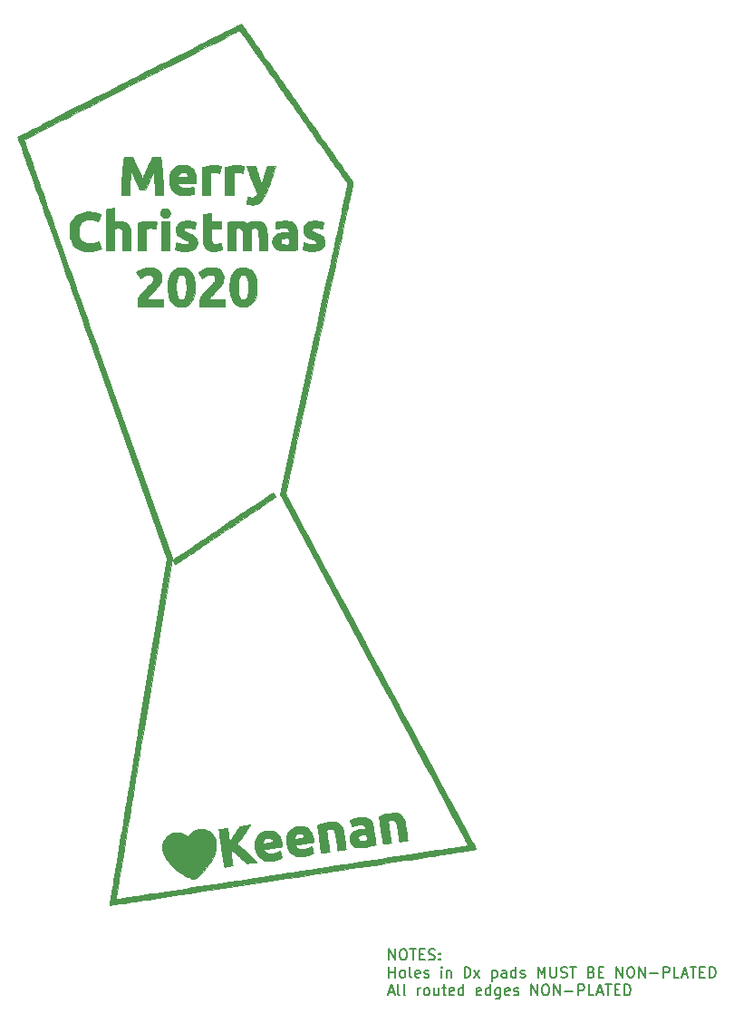
<source format=gbr>
G04 #@! TF.GenerationSoftware,KiCad,Pcbnew,5.1.7*
G04 #@! TF.CreationDate,2020-12-05T21:44:05-08:00*
G04 #@! TF.ProjectId,xmascard2020,786d6173-6361-4726-9432-3032302e6b69,rev?*
G04 #@! TF.SameCoordinates,Original*
G04 #@! TF.FileFunction,Legend,Top*
G04 #@! TF.FilePolarity,Positive*
%FSLAX46Y46*%
G04 Gerber Fmt 4.6, Leading zero omitted, Abs format (unit mm)*
G04 Created by KiCad (PCBNEW 5.1.7) date 2020-12-05 21:44:05*
%MOMM*%
%LPD*%
G01*
G04 APERTURE LIST*
%ADD10C,0.150000*%
%ADD11C,0.010000*%
G04 APERTURE END LIST*
D10*
X123035595Y-151302380D02*
X123035595Y-150302380D01*
X123607023Y-151302380D01*
X123607023Y-150302380D01*
X124273690Y-150302380D02*
X124464166Y-150302380D01*
X124559404Y-150350000D01*
X124654642Y-150445238D01*
X124702261Y-150635714D01*
X124702261Y-150969047D01*
X124654642Y-151159523D01*
X124559404Y-151254761D01*
X124464166Y-151302380D01*
X124273690Y-151302380D01*
X124178452Y-151254761D01*
X124083214Y-151159523D01*
X124035595Y-150969047D01*
X124035595Y-150635714D01*
X124083214Y-150445238D01*
X124178452Y-150350000D01*
X124273690Y-150302380D01*
X124987976Y-150302380D02*
X125559404Y-150302380D01*
X125273690Y-151302380D02*
X125273690Y-150302380D01*
X125892738Y-150778571D02*
X126226071Y-150778571D01*
X126368928Y-151302380D02*
X125892738Y-151302380D01*
X125892738Y-150302380D01*
X126368928Y-150302380D01*
X126749880Y-151254761D02*
X126892738Y-151302380D01*
X127130833Y-151302380D01*
X127226071Y-151254761D01*
X127273690Y-151207142D01*
X127321309Y-151111904D01*
X127321309Y-151016666D01*
X127273690Y-150921428D01*
X127226071Y-150873809D01*
X127130833Y-150826190D01*
X126940357Y-150778571D01*
X126845119Y-150730952D01*
X126797500Y-150683333D01*
X126749880Y-150588095D01*
X126749880Y-150492857D01*
X126797500Y-150397619D01*
X126845119Y-150350000D01*
X126940357Y-150302380D01*
X127178452Y-150302380D01*
X127321309Y-150350000D01*
X127749880Y-151207142D02*
X127797500Y-151254761D01*
X127749880Y-151302380D01*
X127702261Y-151254761D01*
X127749880Y-151207142D01*
X127749880Y-151302380D01*
X127749880Y-150683333D02*
X127797500Y-150730952D01*
X127749880Y-150778571D01*
X127702261Y-150730952D01*
X127749880Y-150683333D01*
X127749880Y-150778571D01*
X123035595Y-152952380D02*
X123035595Y-151952380D01*
X123035595Y-152428571D02*
X123607023Y-152428571D01*
X123607023Y-152952380D02*
X123607023Y-151952380D01*
X124226071Y-152952380D02*
X124130833Y-152904761D01*
X124083214Y-152857142D01*
X124035595Y-152761904D01*
X124035595Y-152476190D01*
X124083214Y-152380952D01*
X124130833Y-152333333D01*
X124226071Y-152285714D01*
X124368928Y-152285714D01*
X124464166Y-152333333D01*
X124511785Y-152380952D01*
X124559404Y-152476190D01*
X124559404Y-152761904D01*
X124511785Y-152857142D01*
X124464166Y-152904761D01*
X124368928Y-152952380D01*
X124226071Y-152952380D01*
X125130833Y-152952380D02*
X125035595Y-152904761D01*
X124987976Y-152809523D01*
X124987976Y-151952380D01*
X125892738Y-152904761D02*
X125797500Y-152952380D01*
X125607023Y-152952380D01*
X125511785Y-152904761D01*
X125464166Y-152809523D01*
X125464166Y-152428571D01*
X125511785Y-152333333D01*
X125607023Y-152285714D01*
X125797500Y-152285714D01*
X125892738Y-152333333D01*
X125940357Y-152428571D01*
X125940357Y-152523809D01*
X125464166Y-152619047D01*
X126321309Y-152904761D02*
X126416547Y-152952380D01*
X126607023Y-152952380D01*
X126702261Y-152904761D01*
X126749880Y-152809523D01*
X126749880Y-152761904D01*
X126702261Y-152666666D01*
X126607023Y-152619047D01*
X126464166Y-152619047D01*
X126368928Y-152571428D01*
X126321309Y-152476190D01*
X126321309Y-152428571D01*
X126368928Y-152333333D01*
X126464166Y-152285714D01*
X126607023Y-152285714D01*
X126702261Y-152333333D01*
X127940357Y-152952380D02*
X127940357Y-152285714D01*
X127940357Y-151952380D02*
X127892738Y-152000000D01*
X127940357Y-152047619D01*
X127987976Y-152000000D01*
X127940357Y-151952380D01*
X127940357Y-152047619D01*
X128416547Y-152285714D02*
X128416547Y-152952380D01*
X128416547Y-152380952D02*
X128464166Y-152333333D01*
X128559404Y-152285714D01*
X128702261Y-152285714D01*
X128797500Y-152333333D01*
X128845119Y-152428571D01*
X128845119Y-152952380D01*
X130083214Y-152952380D02*
X130083214Y-151952380D01*
X130321309Y-151952380D01*
X130464166Y-152000000D01*
X130559404Y-152095238D01*
X130607023Y-152190476D01*
X130654642Y-152380952D01*
X130654642Y-152523809D01*
X130607023Y-152714285D01*
X130559404Y-152809523D01*
X130464166Y-152904761D01*
X130321309Y-152952380D01*
X130083214Y-152952380D01*
X130987976Y-152952380D02*
X131511785Y-152285714D01*
X130987976Y-152285714D02*
X131511785Y-152952380D01*
X132654642Y-152285714D02*
X132654642Y-153285714D01*
X132654642Y-152333333D02*
X132749880Y-152285714D01*
X132940357Y-152285714D01*
X133035595Y-152333333D01*
X133083214Y-152380952D01*
X133130833Y-152476190D01*
X133130833Y-152761904D01*
X133083214Y-152857142D01*
X133035595Y-152904761D01*
X132940357Y-152952380D01*
X132749880Y-152952380D01*
X132654642Y-152904761D01*
X133987976Y-152952380D02*
X133987976Y-152428571D01*
X133940357Y-152333333D01*
X133845119Y-152285714D01*
X133654642Y-152285714D01*
X133559404Y-152333333D01*
X133987976Y-152904761D02*
X133892738Y-152952380D01*
X133654642Y-152952380D01*
X133559404Y-152904761D01*
X133511785Y-152809523D01*
X133511785Y-152714285D01*
X133559404Y-152619047D01*
X133654642Y-152571428D01*
X133892738Y-152571428D01*
X133987976Y-152523809D01*
X134892738Y-152952380D02*
X134892738Y-151952380D01*
X134892738Y-152904761D02*
X134797500Y-152952380D01*
X134607023Y-152952380D01*
X134511785Y-152904761D01*
X134464166Y-152857142D01*
X134416547Y-152761904D01*
X134416547Y-152476190D01*
X134464166Y-152380952D01*
X134511785Y-152333333D01*
X134607023Y-152285714D01*
X134797500Y-152285714D01*
X134892738Y-152333333D01*
X135321309Y-152904761D02*
X135416547Y-152952380D01*
X135607023Y-152952380D01*
X135702261Y-152904761D01*
X135749880Y-152809523D01*
X135749880Y-152761904D01*
X135702261Y-152666666D01*
X135607023Y-152619047D01*
X135464166Y-152619047D01*
X135368928Y-152571428D01*
X135321309Y-152476190D01*
X135321309Y-152428571D01*
X135368928Y-152333333D01*
X135464166Y-152285714D01*
X135607023Y-152285714D01*
X135702261Y-152333333D01*
X136940357Y-152952380D02*
X136940357Y-151952380D01*
X137273690Y-152666666D01*
X137607023Y-151952380D01*
X137607023Y-152952380D01*
X138083214Y-151952380D02*
X138083214Y-152761904D01*
X138130833Y-152857142D01*
X138178452Y-152904761D01*
X138273690Y-152952380D01*
X138464166Y-152952380D01*
X138559404Y-152904761D01*
X138607023Y-152857142D01*
X138654642Y-152761904D01*
X138654642Y-151952380D01*
X139083214Y-152904761D02*
X139226071Y-152952380D01*
X139464166Y-152952380D01*
X139559404Y-152904761D01*
X139607023Y-152857142D01*
X139654642Y-152761904D01*
X139654642Y-152666666D01*
X139607023Y-152571428D01*
X139559404Y-152523809D01*
X139464166Y-152476190D01*
X139273690Y-152428571D01*
X139178452Y-152380952D01*
X139130833Y-152333333D01*
X139083214Y-152238095D01*
X139083214Y-152142857D01*
X139130833Y-152047619D01*
X139178452Y-152000000D01*
X139273690Y-151952380D01*
X139511785Y-151952380D01*
X139654642Y-152000000D01*
X139940357Y-151952380D02*
X140511785Y-151952380D01*
X140226071Y-152952380D02*
X140226071Y-151952380D01*
X141940357Y-152428571D02*
X142083214Y-152476190D01*
X142130833Y-152523809D01*
X142178452Y-152619047D01*
X142178452Y-152761904D01*
X142130833Y-152857142D01*
X142083214Y-152904761D01*
X141987976Y-152952380D01*
X141607023Y-152952380D01*
X141607023Y-151952380D01*
X141940357Y-151952380D01*
X142035595Y-152000000D01*
X142083214Y-152047619D01*
X142130833Y-152142857D01*
X142130833Y-152238095D01*
X142083214Y-152333333D01*
X142035595Y-152380952D01*
X141940357Y-152428571D01*
X141607023Y-152428571D01*
X142607023Y-152428571D02*
X142940357Y-152428571D01*
X143083214Y-152952380D02*
X142607023Y-152952380D01*
X142607023Y-151952380D01*
X143083214Y-151952380D01*
X144273690Y-152952380D02*
X144273690Y-151952380D01*
X144845119Y-152952380D01*
X144845119Y-151952380D01*
X145511785Y-151952380D02*
X145702261Y-151952380D01*
X145797500Y-152000000D01*
X145892738Y-152095238D01*
X145940357Y-152285714D01*
X145940357Y-152619047D01*
X145892738Y-152809523D01*
X145797500Y-152904761D01*
X145702261Y-152952380D01*
X145511785Y-152952380D01*
X145416547Y-152904761D01*
X145321309Y-152809523D01*
X145273690Y-152619047D01*
X145273690Y-152285714D01*
X145321309Y-152095238D01*
X145416547Y-152000000D01*
X145511785Y-151952380D01*
X146368928Y-152952380D02*
X146368928Y-151952380D01*
X146940357Y-152952380D01*
X146940357Y-151952380D01*
X147416547Y-152571428D02*
X148178452Y-152571428D01*
X148654642Y-152952380D02*
X148654642Y-151952380D01*
X149035595Y-151952380D01*
X149130833Y-152000000D01*
X149178452Y-152047619D01*
X149226071Y-152142857D01*
X149226071Y-152285714D01*
X149178452Y-152380952D01*
X149130833Y-152428571D01*
X149035595Y-152476190D01*
X148654642Y-152476190D01*
X150130833Y-152952380D02*
X149654642Y-152952380D01*
X149654642Y-151952380D01*
X150416547Y-152666666D02*
X150892738Y-152666666D01*
X150321309Y-152952380D02*
X150654642Y-151952380D01*
X150987976Y-152952380D01*
X151178452Y-151952380D02*
X151749880Y-151952380D01*
X151464166Y-152952380D02*
X151464166Y-151952380D01*
X152083214Y-152428571D02*
X152416547Y-152428571D01*
X152559404Y-152952380D02*
X152083214Y-152952380D01*
X152083214Y-151952380D01*
X152559404Y-151952380D01*
X152987976Y-152952380D02*
X152987976Y-151952380D01*
X153226071Y-151952380D01*
X153368928Y-152000000D01*
X153464166Y-152095238D01*
X153511785Y-152190476D01*
X153559404Y-152380952D01*
X153559404Y-152523809D01*
X153511785Y-152714285D01*
X153464166Y-152809523D01*
X153368928Y-152904761D01*
X153226071Y-152952380D01*
X152987976Y-152952380D01*
X122987976Y-154316666D02*
X123464166Y-154316666D01*
X122892738Y-154602380D02*
X123226071Y-153602380D01*
X123559404Y-154602380D01*
X124035595Y-154602380D02*
X123940357Y-154554761D01*
X123892738Y-154459523D01*
X123892738Y-153602380D01*
X124559404Y-154602380D02*
X124464166Y-154554761D01*
X124416547Y-154459523D01*
X124416547Y-153602380D01*
X125702261Y-154602380D02*
X125702261Y-153935714D01*
X125702261Y-154126190D02*
X125749880Y-154030952D01*
X125797500Y-153983333D01*
X125892738Y-153935714D01*
X125987976Y-153935714D01*
X126464166Y-154602380D02*
X126368928Y-154554761D01*
X126321309Y-154507142D01*
X126273690Y-154411904D01*
X126273690Y-154126190D01*
X126321309Y-154030952D01*
X126368928Y-153983333D01*
X126464166Y-153935714D01*
X126607023Y-153935714D01*
X126702261Y-153983333D01*
X126749880Y-154030952D01*
X126797500Y-154126190D01*
X126797500Y-154411904D01*
X126749880Y-154507142D01*
X126702261Y-154554761D01*
X126607023Y-154602380D01*
X126464166Y-154602380D01*
X127654642Y-153935714D02*
X127654642Y-154602380D01*
X127226071Y-153935714D02*
X127226071Y-154459523D01*
X127273690Y-154554761D01*
X127368928Y-154602380D01*
X127511785Y-154602380D01*
X127607023Y-154554761D01*
X127654642Y-154507142D01*
X127987976Y-153935714D02*
X128368928Y-153935714D01*
X128130833Y-153602380D02*
X128130833Y-154459523D01*
X128178452Y-154554761D01*
X128273690Y-154602380D01*
X128368928Y-154602380D01*
X129083214Y-154554761D02*
X128987976Y-154602380D01*
X128797500Y-154602380D01*
X128702261Y-154554761D01*
X128654642Y-154459523D01*
X128654642Y-154078571D01*
X128702261Y-153983333D01*
X128797500Y-153935714D01*
X128987976Y-153935714D01*
X129083214Y-153983333D01*
X129130833Y-154078571D01*
X129130833Y-154173809D01*
X128654642Y-154269047D01*
X129987976Y-154602380D02*
X129987976Y-153602380D01*
X129987976Y-154554761D02*
X129892738Y-154602380D01*
X129702261Y-154602380D01*
X129607023Y-154554761D01*
X129559404Y-154507142D01*
X129511785Y-154411904D01*
X129511785Y-154126190D01*
X129559404Y-154030952D01*
X129607023Y-153983333D01*
X129702261Y-153935714D01*
X129892738Y-153935714D01*
X129987976Y-153983333D01*
X131607023Y-154554761D02*
X131511785Y-154602380D01*
X131321309Y-154602380D01*
X131226071Y-154554761D01*
X131178452Y-154459523D01*
X131178452Y-154078571D01*
X131226071Y-153983333D01*
X131321309Y-153935714D01*
X131511785Y-153935714D01*
X131607023Y-153983333D01*
X131654642Y-154078571D01*
X131654642Y-154173809D01*
X131178452Y-154269047D01*
X132511785Y-154602380D02*
X132511785Y-153602380D01*
X132511785Y-154554761D02*
X132416547Y-154602380D01*
X132226071Y-154602380D01*
X132130833Y-154554761D01*
X132083214Y-154507142D01*
X132035595Y-154411904D01*
X132035595Y-154126190D01*
X132083214Y-154030952D01*
X132130833Y-153983333D01*
X132226071Y-153935714D01*
X132416547Y-153935714D01*
X132511785Y-153983333D01*
X133416547Y-153935714D02*
X133416547Y-154745238D01*
X133368928Y-154840476D01*
X133321309Y-154888095D01*
X133226071Y-154935714D01*
X133083214Y-154935714D01*
X132987976Y-154888095D01*
X133416547Y-154554761D02*
X133321309Y-154602380D01*
X133130833Y-154602380D01*
X133035595Y-154554761D01*
X132987976Y-154507142D01*
X132940357Y-154411904D01*
X132940357Y-154126190D01*
X132987976Y-154030952D01*
X133035595Y-153983333D01*
X133130833Y-153935714D01*
X133321309Y-153935714D01*
X133416547Y-153983333D01*
X134273690Y-154554761D02*
X134178452Y-154602380D01*
X133987976Y-154602380D01*
X133892738Y-154554761D01*
X133845119Y-154459523D01*
X133845119Y-154078571D01*
X133892738Y-153983333D01*
X133987976Y-153935714D01*
X134178452Y-153935714D01*
X134273690Y-153983333D01*
X134321309Y-154078571D01*
X134321309Y-154173809D01*
X133845119Y-154269047D01*
X134702261Y-154554761D02*
X134797500Y-154602380D01*
X134987976Y-154602380D01*
X135083214Y-154554761D01*
X135130833Y-154459523D01*
X135130833Y-154411904D01*
X135083214Y-154316666D01*
X134987976Y-154269047D01*
X134845119Y-154269047D01*
X134749880Y-154221428D01*
X134702261Y-154126190D01*
X134702261Y-154078571D01*
X134749880Y-153983333D01*
X134845119Y-153935714D01*
X134987976Y-153935714D01*
X135083214Y-153983333D01*
X136321309Y-154602380D02*
X136321309Y-153602380D01*
X136892738Y-154602380D01*
X136892738Y-153602380D01*
X137559404Y-153602380D02*
X137749880Y-153602380D01*
X137845119Y-153650000D01*
X137940357Y-153745238D01*
X137987976Y-153935714D01*
X137987976Y-154269047D01*
X137940357Y-154459523D01*
X137845119Y-154554761D01*
X137749880Y-154602380D01*
X137559404Y-154602380D01*
X137464166Y-154554761D01*
X137368928Y-154459523D01*
X137321309Y-154269047D01*
X137321309Y-153935714D01*
X137368928Y-153745238D01*
X137464166Y-153650000D01*
X137559404Y-153602380D01*
X138416547Y-154602380D02*
X138416547Y-153602380D01*
X138987976Y-154602380D01*
X138987976Y-153602380D01*
X139464166Y-154221428D02*
X140226071Y-154221428D01*
X140702261Y-154602380D02*
X140702261Y-153602380D01*
X141083214Y-153602380D01*
X141178452Y-153650000D01*
X141226071Y-153697619D01*
X141273690Y-153792857D01*
X141273690Y-153935714D01*
X141226071Y-154030952D01*
X141178452Y-154078571D01*
X141083214Y-154126190D01*
X140702261Y-154126190D01*
X142178452Y-154602380D02*
X141702261Y-154602380D01*
X141702261Y-153602380D01*
X142464166Y-154316666D02*
X142940357Y-154316666D01*
X142368928Y-154602380D02*
X142702261Y-153602380D01*
X143035595Y-154602380D01*
X143226071Y-153602380D02*
X143797500Y-153602380D01*
X143511785Y-154602380D02*
X143511785Y-153602380D01*
X144130833Y-154078571D02*
X144464166Y-154078571D01*
X144607023Y-154602380D02*
X144130833Y-154602380D01*
X144130833Y-153602380D01*
X144607023Y-153602380D01*
X145035595Y-154602380D02*
X145035595Y-153602380D01*
X145273690Y-153602380D01*
X145416547Y-153650000D01*
X145511785Y-153745238D01*
X145559404Y-153840476D01*
X145607023Y-154030952D01*
X145607023Y-154173809D01*
X145559404Y-154364285D01*
X145511785Y-154459523D01*
X145416547Y-154554761D01*
X145273690Y-154602380D01*
X145035595Y-154602380D01*
D11*
G36*
X109223946Y-63930573D02*
G01*
X109237621Y-63949407D01*
X109274715Y-64001474D01*
X109334260Y-64085403D01*
X109415290Y-64199823D01*
X109516838Y-64343362D01*
X109637936Y-64514650D01*
X109777619Y-64712316D01*
X109934919Y-64934988D01*
X110108870Y-65181294D01*
X110298503Y-65449865D01*
X110502854Y-65739328D01*
X110720953Y-66048313D01*
X110951836Y-66375448D01*
X111194535Y-66719362D01*
X111448082Y-67078684D01*
X111711512Y-67452043D01*
X111983857Y-67838067D01*
X112264150Y-68235386D01*
X112551424Y-68642628D01*
X112844714Y-69058423D01*
X113143051Y-69481398D01*
X113445468Y-69910183D01*
X113751000Y-70343407D01*
X114058678Y-70779698D01*
X114367537Y-71217685D01*
X114676609Y-71655997D01*
X114984927Y-72093264D01*
X115291525Y-72528112D01*
X115595435Y-72959173D01*
X115895692Y-73385074D01*
X116191326Y-73804444D01*
X116481373Y-74215912D01*
X116764865Y-74618107D01*
X117040835Y-75009658D01*
X117308317Y-75389193D01*
X117566342Y-75755341D01*
X117813946Y-76106732D01*
X118050160Y-76441993D01*
X118274017Y-76759755D01*
X118484552Y-77058645D01*
X118680796Y-77337292D01*
X118861784Y-77594326D01*
X119026547Y-77828375D01*
X119174120Y-78038068D01*
X119303536Y-78222034D01*
X119413827Y-78378901D01*
X119504027Y-78507299D01*
X119573168Y-78605855D01*
X119620284Y-78673200D01*
X119644409Y-78707962D01*
X119647396Y-78712424D01*
X119648116Y-78719748D01*
X119646655Y-78736595D01*
X119642829Y-78763814D01*
X119636455Y-78802256D01*
X119627349Y-78852773D01*
X119615327Y-78916216D01*
X119600204Y-78993434D01*
X119581798Y-79085280D01*
X119559925Y-79192603D01*
X119534400Y-79316256D01*
X119505039Y-79457088D01*
X119471659Y-79615951D01*
X119434076Y-79793695D01*
X119392106Y-79991171D01*
X119345566Y-80209231D01*
X119294270Y-80448725D01*
X119238036Y-80710503D01*
X119176680Y-80995418D01*
X119110017Y-81304319D01*
X119037864Y-81638058D01*
X118960037Y-81997485D01*
X118876352Y-82383451D01*
X118786626Y-82796807D01*
X118690674Y-83238405D01*
X118588312Y-83709094D01*
X118479357Y-84209726D01*
X118363625Y-84741152D01*
X118240932Y-85304222D01*
X118111094Y-85899788D01*
X117973927Y-86528699D01*
X117829247Y-87191808D01*
X117676871Y-87889965D01*
X117516615Y-88624021D01*
X117348295Y-89394826D01*
X117171726Y-90203233D01*
X116986725Y-91050090D01*
X116793109Y-91936250D01*
X116590693Y-92862563D01*
X116505167Y-93253924D01*
X116293851Y-94220944D01*
X116091446Y-95147357D01*
X115897790Y-96033907D01*
X115712722Y-96881338D01*
X115536081Y-97690393D01*
X115367706Y-98461816D01*
X115207438Y-99196350D01*
X115055113Y-99894739D01*
X114910573Y-100557726D01*
X114773655Y-101186055D01*
X114644199Y-101780470D01*
X114522045Y-102341714D01*
X114407030Y-102870530D01*
X114298995Y-103367663D01*
X114197778Y-103833855D01*
X114103218Y-104269851D01*
X114015155Y-104676393D01*
X113933427Y-105054226D01*
X113857875Y-105404093D01*
X113788336Y-105726737D01*
X113724650Y-106022903D01*
X113666656Y-106293333D01*
X113614193Y-106538771D01*
X113567101Y-106759961D01*
X113525218Y-106957647D01*
X113488383Y-107132571D01*
X113456436Y-107285478D01*
X113429216Y-107417111D01*
X113406561Y-107528213D01*
X113388311Y-107619529D01*
X113374305Y-107691801D01*
X113364383Y-107745774D01*
X113358382Y-107782190D01*
X113356143Y-107801794D01*
X113356375Y-107805500D01*
X113367265Y-107826527D01*
X113397750Y-107883998D01*
X113447378Y-107977072D01*
X113515696Y-108104906D01*
X113602254Y-108266659D01*
X113706598Y-108461489D01*
X113828276Y-108688554D01*
X113966838Y-108947012D01*
X114121830Y-109236023D01*
X114292800Y-109554743D01*
X114479297Y-109902332D01*
X114680868Y-110277947D01*
X114897062Y-110680747D01*
X115127426Y-111109889D01*
X115371509Y-111564533D01*
X115628858Y-112043837D01*
X115899021Y-112546958D01*
X116181546Y-113073054D01*
X116475982Y-113621285D01*
X116781876Y-114190809D01*
X117098776Y-114780782D01*
X117426230Y-115390365D01*
X117763786Y-116018715D01*
X118110992Y-116664990D01*
X118467396Y-117328349D01*
X118832546Y-118007949D01*
X119205990Y-118702950D01*
X119587276Y-119412509D01*
X119975952Y-120135784D01*
X120371566Y-120871934D01*
X120773665Y-121620117D01*
X121181798Y-122379491D01*
X121595513Y-123149215D01*
X122014357Y-123928446D01*
X122262232Y-124389584D01*
X122683804Y-125173868D01*
X123100488Y-125949095D01*
X123511833Y-126714425D01*
X123917387Y-127469017D01*
X124316700Y-128212032D01*
X124709320Y-128942627D01*
X125094795Y-129659964D01*
X125472675Y-130363202D01*
X125842509Y-131051500D01*
X126203844Y-131724018D01*
X126556230Y-132379917D01*
X126899215Y-133018354D01*
X127232348Y-133638490D01*
X127555178Y-134239486D01*
X127867254Y-134820499D01*
X128168124Y-135380691D01*
X128457337Y-135919220D01*
X128734442Y-136435246D01*
X128998987Y-136927929D01*
X129250521Y-137396429D01*
X129488593Y-137839905D01*
X129712752Y-138257516D01*
X129922546Y-138648424D01*
X130117524Y-139011786D01*
X130297234Y-139346763D01*
X130461227Y-139652514D01*
X130609049Y-139928199D01*
X130740251Y-140172978D01*
X130854380Y-140386010D01*
X130950985Y-140566456D01*
X131029615Y-140713473D01*
X131089820Y-140826223D01*
X131131146Y-140903865D01*
X131153144Y-140945558D01*
X131156875Y-140952958D01*
X131155603Y-140954873D01*
X131150458Y-140957323D01*
X131140782Y-140960409D01*
X131125918Y-140964231D01*
X131105206Y-140968890D01*
X131077991Y-140974488D01*
X131043614Y-140981124D01*
X131001417Y-140988901D01*
X130950742Y-140997918D01*
X130890933Y-141008278D01*
X130821331Y-141020079D01*
X130741278Y-141033425D01*
X130650117Y-141048415D01*
X130547190Y-141065150D01*
X130431839Y-141083732D01*
X130303407Y-141104260D01*
X130161235Y-141126837D01*
X130004667Y-141151563D01*
X129833044Y-141178538D01*
X129645709Y-141207864D01*
X129442003Y-141239642D01*
X129221270Y-141273973D01*
X128982851Y-141310957D01*
X128726089Y-141350695D01*
X128450325Y-141393288D01*
X128154903Y-141438838D01*
X127839165Y-141487445D01*
X127502452Y-141539209D01*
X127144108Y-141594233D01*
X126763473Y-141652616D01*
X126359892Y-141714460D01*
X125932705Y-141779865D01*
X125481256Y-141848933D01*
X125004885Y-141921764D01*
X124502937Y-141998459D01*
X123974753Y-142079120D01*
X123419674Y-142163846D01*
X122837045Y-142252739D01*
X122226206Y-142345901D01*
X121586500Y-142443430D01*
X120917269Y-142545430D01*
X120217856Y-142652000D01*
X119487603Y-142763241D01*
X118725853Y-142879255D01*
X117931946Y-143000142D01*
X117105226Y-143126003D01*
X116245036Y-143256939D01*
X115350716Y-143393051D01*
X114421610Y-143534439D01*
X113457060Y-143681206D01*
X112456408Y-143833451D01*
X111418996Y-143991275D01*
X110344167Y-144154780D01*
X109231262Y-144324066D01*
X108079625Y-144499235D01*
X106888597Y-144680386D01*
X105657521Y-144867621D01*
X104385739Y-145061042D01*
X103413500Y-145208902D01*
X102898754Y-145287191D01*
X102394569Y-145363886D01*
X101902568Y-145438738D01*
X101424376Y-145511501D01*
X100961616Y-145581927D01*
X100515913Y-145649769D01*
X100088889Y-145714779D01*
X99682170Y-145776710D01*
X99297378Y-145835314D01*
X98936139Y-145890344D01*
X98600075Y-145941553D01*
X98290810Y-145988693D01*
X98009969Y-146031517D01*
X97759175Y-146069777D01*
X97540052Y-146103226D01*
X97354224Y-146131617D01*
X97203315Y-146154702D01*
X97088948Y-146172233D01*
X97012748Y-146183964D01*
X96976339Y-146189646D01*
X96973542Y-146190111D01*
X96931767Y-146191632D01*
X96915334Y-146180693D01*
X96918753Y-146158952D01*
X96928902Y-146096449D01*
X96945614Y-145994192D01*
X96968722Y-145853187D01*
X96998062Y-145674442D01*
X97033467Y-145458963D01*
X97074771Y-145207757D01*
X97121808Y-144921831D01*
X97174413Y-144602192D01*
X97232419Y-144249847D01*
X97295660Y-143865802D01*
X97363970Y-143451065D01*
X97437184Y-143006642D01*
X97515135Y-142533540D01*
X97597658Y-142032767D01*
X97684587Y-141505328D01*
X97775755Y-140952231D01*
X97870996Y-140374483D01*
X97970145Y-139773090D01*
X98073036Y-139149060D01*
X98179503Y-138503399D01*
X98289379Y-137837114D01*
X98402500Y-137151212D01*
X98518698Y-136446700D01*
X98637808Y-135724584D01*
X98759664Y-134985873D01*
X98884100Y-134231571D01*
X99010950Y-133462687D01*
X99140049Y-132680228D01*
X99271229Y-131885199D01*
X99404326Y-131078608D01*
X99539173Y-130261462D01*
X99581816Y-130003059D01*
X102248299Y-113845506D01*
X95285254Y-94172628D01*
X94971926Y-93287351D01*
X94662040Y-92411753D01*
X94355896Y-91546686D01*
X94053797Y-90693003D01*
X93756043Y-89851554D01*
X93462936Y-89023193D01*
X93174777Y-88208771D01*
X92891866Y-87409139D01*
X92614506Y-86625151D01*
X92342997Y-85857657D01*
X92077641Y-85107511D01*
X91818738Y-84375563D01*
X91566591Y-83662666D01*
X91321499Y-82969672D01*
X91083765Y-82297433D01*
X90853690Y-81646801D01*
X90631574Y-81018627D01*
X90417720Y-80413764D01*
X90212427Y-79833064D01*
X90015998Y-79277378D01*
X89828734Y-78747559D01*
X89650935Y-78244459D01*
X89482903Y-77768929D01*
X89324940Y-77321821D01*
X89177346Y-76903989D01*
X89040422Y-76516282D01*
X88914470Y-76159554D01*
X88799792Y-75834656D01*
X88696687Y-75542441D01*
X88605458Y-75283760D01*
X88526405Y-75059465D01*
X88459831Y-74870409D01*
X88409605Y-74727594D01*
X88910258Y-74727594D01*
X88917565Y-74748593D01*
X88938694Y-74808644D01*
X88973342Y-74906891D01*
X89021206Y-75042479D01*
X89081984Y-75214552D01*
X89155373Y-75422255D01*
X89241071Y-75664732D01*
X89338774Y-75941127D01*
X89448180Y-76250586D01*
X89568986Y-76592251D01*
X89700890Y-76965268D01*
X89843590Y-77368782D01*
X89996781Y-77801936D01*
X90160162Y-78263875D01*
X90333431Y-78753743D01*
X90516283Y-79270685D01*
X90708417Y-79813845D01*
X90909531Y-80382368D01*
X91119320Y-80975398D01*
X91337484Y-81592079D01*
X91563718Y-82231556D01*
X91797720Y-82892973D01*
X92039189Y-83575475D01*
X92287820Y-84278207D01*
X92543312Y-85000311D01*
X92805361Y-85740934D01*
X93073665Y-86499219D01*
X93347922Y-87274310D01*
X93627828Y-88065353D01*
X93913082Y-88871491D01*
X94203379Y-89691870D01*
X94498419Y-90525633D01*
X94797897Y-91371924D01*
X95101512Y-92229889D01*
X95408960Y-93098672D01*
X95719939Y-93977416D01*
X95825717Y-94276311D01*
X102734668Y-113798872D01*
X100110751Y-129697826D01*
X99976478Y-130511444D01*
X99843904Y-131314814D01*
X99713198Y-132106921D01*
X99584525Y-132886750D01*
X99458055Y-133653287D01*
X99333952Y-134405515D01*
X99212386Y-135142420D01*
X99093524Y-135862988D01*
X98977532Y-136566202D01*
X98864578Y-137251049D01*
X98754830Y-137916512D01*
X98648454Y-138561578D01*
X98545618Y-139185230D01*
X98446489Y-139786455D01*
X98351235Y-140364236D01*
X98260023Y-140917560D01*
X98173020Y-141445411D01*
X98090393Y-141946773D01*
X98012310Y-142420633D01*
X97938939Y-142865974D01*
X97870445Y-143281783D01*
X97806998Y-143667044D01*
X97748763Y-144020741D01*
X97695909Y-144341861D01*
X97648602Y-144629388D01*
X97607011Y-144882306D01*
X97571301Y-145099602D01*
X97541641Y-145280259D01*
X97518198Y-145423264D01*
X97501140Y-145527601D01*
X97490632Y-145592254D01*
X97486844Y-145616210D01*
X97486834Y-145616326D01*
X97504961Y-145626589D01*
X97549244Y-145625721D01*
X97555625Y-145624776D01*
X97579877Y-145621055D01*
X97644974Y-145611121D01*
X97749909Y-145595127D01*
X97893674Y-145573226D01*
X98075261Y-145545573D01*
X98293665Y-145512320D01*
X98547877Y-145473620D01*
X98836891Y-145429626D01*
X99159699Y-145380493D01*
X99515294Y-145326372D01*
X99902669Y-145267418D01*
X100320816Y-145203784D01*
X100768729Y-145135622D01*
X101245400Y-145063087D01*
X101749822Y-144986331D01*
X102280988Y-144905507D01*
X102837891Y-144820770D01*
X103419522Y-144732272D01*
X104024876Y-144640166D01*
X104652945Y-144544605D01*
X105302722Y-144445744D01*
X105973199Y-144343735D01*
X106663369Y-144238731D01*
X107372226Y-144130886D01*
X108098761Y-144020353D01*
X108841968Y-143907286D01*
X109600840Y-143791836D01*
X110374368Y-143674159D01*
X111161547Y-143554406D01*
X111961369Y-143432732D01*
X112772826Y-143309289D01*
X113594912Y-143184231D01*
X113996834Y-143123090D01*
X114823482Y-142997327D01*
X115639910Y-142873096D01*
X116445113Y-142750550D01*
X117238087Y-142629842D01*
X118017827Y-142511125D01*
X118783329Y-142394554D01*
X119533588Y-142280281D01*
X120267600Y-142168459D01*
X120984361Y-142059243D01*
X121682865Y-141952785D01*
X122362109Y-141849238D01*
X123021087Y-141748757D01*
X123658797Y-141651494D01*
X124274232Y-141557604D01*
X124866389Y-141467238D01*
X125434263Y-141380551D01*
X125976850Y-141297697D01*
X126493145Y-141218827D01*
X126982143Y-141144096D01*
X127442842Y-141073658D01*
X127874235Y-141007665D01*
X128275318Y-140946270D01*
X128645087Y-140889628D01*
X128982538Y-140837892D01*
X129286666Y-140791215D01*
X129556467Y-140749750D01*
X129790935Y-140713650D01*
X129989068Y-140683070D01*
X130149859Y-140658162D01*
X130272306Y-140639080D01*
X130355402Y-140625977D01*
X130398144Y-140619007D01*
X130404056Y-140617875D01*
X130403346Y-140611899D01*
X130396820Y-140595279D01*
X130384125Y-140567357D01*
X130364908Y-140527474D01*
X130338816Y-140474969D01*
X130305498Y-140409185D01*
X130264600Y-140329461D01*
X130215769Y-140235140D01*
X130158654Y-140125560D01*
X130092901Y-140000064D01*
X130018158Y-139857992D01*
X129934072Y-139698685D01*
X129840290Y-139521483D01*
X129736461Y-139325728D01*
X129622231Y-139110760D01*
X129497247Y-138875921D01*
X129361158Y-138620550D01*
X129213610Y-138343989D01*
X129054251Y-138045579D01*
X128882728Y-137724660D01*
X128698689Y-137380573D01*
X128501780Y-137012659D01*
X128291650Y-136620259D01*
X128067946Y-136202714D01*
X127830315Y-135759363D01*
X127578404Y-135289550D01*
X127311861Y-134792613D01*
X127030334Y-134267894D01*
X126733469Y-133714733D01*
X126420913Y-133132472D01*
X126092316Y-132520452D01*
X125747323Y-131878012D01*
X125385582Y-131204494D01*
X125006740Y-130499239D01*
X124610446Y-129761588D01*
X124196345Y-128990880D01*
X123764086Y-128186458D01*
X123313316Y-127347662D01*
X122843683Y-126473832D01*
X122354833Y-125564310D01*
X121846414Y-124618437D01*
X121635704Y-124226441D01*
X112832545Y-107849631D01*
X115999496Y-93355955D01*
X116205208Y-92414453D01*
X116402050Y-91513447D01*
X116590204Y-90652082D01*
X116769857Y-89829501D01*
X116941194Y-89044847D01*
X117104399Y-88297264D01*
X117259657Y-87585895D01*
X117407154Y-86909884D01*
X117547074Y-86268376D01*
X117679603Y-85660512D01*
X117804925Y-85085437D01*
X117923226Y-84542294D01*
X118034690Y-84030227D01*
X118139503Y-83548379D01*
X118237849Y-83095895D01*
X118329914Y-82671916D01*
X118415883Y-82275588D01*
X118495940Y-81906053D01*
X118570270Y-81562455D01*
X118639060Y-81243938D01*
X118702492Y-80949646D01*
X118760754Y-80678721D01*
X118814029Y-80430307D01*
X118862503Y-80203548D01*
X118906360Y-79997587D01*
X118945786Y-79811569D01*
X118980966Y-79644635D01*
X119012085Y-79495931D01*
X119039327Y-79364600D01*
X119062878Y-79249784D01*
X119082923Y-79150629D01*
X119099646Y-79066276D01*
X119113233Y-78995870D01*
X119123869Y-78938555D01*
X119131739Y-78893473D01*
X119137028Y-78859769D01*
X119139920Y-78836586D01*
X119140601Y-78823068D01*
X119139833Y-78818848D01*
X119122910Y-78793825D01*
X119082744Y-78735921D01*
X119020317Y-78646524D01*
X118936609Y-78527026D01*
X118832601Y-78378814D01*
X118709275Y-78203280D01*
X118567611Y-78001811D01*
X118408590Y-77775798D01*
X118233192Y-77526631D01*
X118042400Y-77255699D01*
X117837193Y-76964391D01*
X117618554Y-76654097D01*
X117387461Y-76326207D01*
X117144898Y-75982110D01*
X116891843Y-75623195D01*
X116629280Y-75250853D01*
X116358187Y-74866472D01*
X116079547Y-74471443D01*
X115794340Y-74067154D01*
X115503547Y-73654996D01*
X115208148Y-73236358D01*
X114909126Y-72812629D01*
X114607461Y-72385199D01*
X114304133Y-71955457D01*
X114000124Y-71524794D01*
X113696415Y-71094598D01*
X113393986Y-70666260D01*
X113093818Y-70241168D01*
X112796893Y-69820712D01*
X112504191Y-69406282D01*
X112216693Y-68999268D01*
X111935380Y-68601058D01*
X111661233Y-68213043D01*
X111395234Y-67836611D01*
X111138362Y-67473154D01*
X110891598Y-67124059D01*
X110655925Y-66790716D01*
X110432322Y-66474516D01*
X110221770Y-66176848D01*
X110025251Y-65899101D01*
X109843745Y-65642664D01*
X109678234Y-65408928D01*
X109529697Y-65199281D01*
X109399117Y-65015114D01*
X109287474Y-64857816D01*
X109195748Y-64728777D01*
X109124922Y-64629385D01*
X109075975Y-64561031D01*
X109049889Y-64525104D01*
X109045630Y-64519667D01*
X109026000Y-64529132D01*
X108969696Y-64557157D01*
X108877815Y-64603188D01*
X108751454Y-64666670D01*
X108591710Y-64747049D01*
X108399683Y-64843771D01*
X108176468Y-64956281D01*
X107923164Y-65084025D01*
X107640869Y-65226449D01*
X107330679Y-65382997D01*
X106993692Y-65553116D01*
X106631006Y-65736251D01*
X106243719Y-65931847D01*
X105832928Y-66139352D01*
X105399730Y-66358209D01*
X104945223Y-66587865D01*
X104470505Y-66827764D01*
X103976673Y-67077354D01*
X103464824Y-67336079D01*
X102936057Y-67603385D01*
X102391469Y-67878718D01*
X101832157Y-68161522D01*
X101259220Y-68451245D01*
X100673753Y-68747331D01*
X100076856Y-69049226D01*
X99469626Y-69356375D01*
X98967162Y-69610552D01*
X98238597Y-69979174D01*
X97532224Y-70336678D01*
X96848696Y-70682732D01*
X96188664Y-71017005D01*
X95552781Y-71339164D01*
X94941698Y-71648878D01*
X94356068Y-71945816D01*
X93796541Y-72229645D01*
X93263772Y-72500033D01*
X92758410Y-72756650D01*
X92281109Y-72999163D01*
X91832521Y-73227241D01*
X91413296Y-73440551D01*
X91024089Y-73638762D01*
X90665549Y-73821543D01*
X90338330Y-73988561D01*
X90043084Y-74139485D01*
X89780462Y-74273983D01*
X89551116Y-74391724D01*
X89355699Y-74492374D01*
X89194862Y-74575604D01*
X89069258Y-74641081D01*
X88979538Y-74688473D01*
X88926355Y-74717449D01*
X88910258Y-74727594D01*
X88409605Y-74727594D01*
X88406035Y-74717443D01*
X88365319Y-74601419D01*
X88337985Y-74523189D01*
X88324333Y-74483605D01*
X88322729Y-74478584D01*
X88341474Y-74467851D01*
X88396927Y-74438576D01*
X88488014Y-74391305D01*
X88613657Y-74326583D01*
X88772780Y-74244958D01*
X88964307Y-74146975D01*
X89187163Y-74033181D01*
X89440270Y-73904123D01*
X89722553Y-73760346D01*
X90032935Y-73602397D01*
X90370341Y-73430822D01*
X90733693Y-73246168D01*
X91121916Y-73048981D01*
X91533934Y-72839807D01*
X91968670Y-72619193D01*
X92425048Y-72387684D01*
X92901992Y-72145828D01*
X93398427Y-71894170D01*
X93913274Y-71633257D01*
X94445459Y-71363635D01*
X94993905Y-71085851D01*
X95557537Y-70800451D01*
X96135276Y-70507981D01*
X96726049Y-70208987D01*
X97328778Y-69904017D01*
X97942387Y-69593615D01*
X98565800Y-69278329D01*
X98760442Y-69179906D01*
X99529761Y-68790925D01*
X100262157Y-68420660D01*
X100958468Y-68068689D01*
X101619530Y-67734593D01*
X102246183Y-67417951D01*
X102839264Y-67118344D01*
X103399610Y-66835349D01*
X103928061Y-66568548D01*
X104425453Y-66317520D01*
X104892625Y-66081844D01*
X105330415Y-65861100D01*
X105739660Y-65654868D01*
X106121198Y-65462728D01*
X106475868Y-65284258D01*
X106804507Y-65119039D01*
X107107953Y-64966650D01*
X107387044Y-64826671D01*
X107642618Y-64698681D01*
X107875514Y-64582261D01*
X108086568Y-64476989D01*
X108276618Y-64382446D01*
X108446504Y-64298211D01*
X108597061Y-64223864D01*
X108729130Y-64158984D01*
X108843547Y-64103151D01*
X108941150Y-64055944D01*
X109022777Y-64016944D01*
X109089266Y-63985730D01*
X109141456Y-63961881D01*
X109180183Y-63944977D01*
X109206286Y-63934598D01*
X109220603Y-63930324D01*
X109223946Y-63930573D01*
G37*
X109223946Y-63930573D02*
X109237621Y-63949407D01*
X109274715Y-64001474D01*
X109334260Y-64085403D01*
X109415290Y-64199823D01*
X109516838Y-64343362D01*
X109637936Y-64514650D01*
X109777619Y-64712316D01*
X109934919Y-64934988D01*
X110108870Y-65181294D01*
X110298503Y-65449865D01*
X110502854Y-65739328D01*
X110720953Y-66048313D01*
X110951836Y-66375448D01*
X111194535Y-66719362D01*
X111448082Y-67078684D01*
X111711512Y-67452043D01*
X111983857Y-67838067D01*
X112264150Y-68235386D01*
X112551424Y-68642628D01*
X112844714Y-69058423D01*
X113143051Y-69481398D01*
X113445468Y-69910183D01*
X113751000Y-70343407D01*
X114058678Y-70779698D01*
X114367537Y-71217685D01*
X114676609Y-71655997D01*
X114984927Y-72093264D01*
X115291525Y-72528112D01*
X115595435Y-72959173D01*
X115895692Y-73385074D01*
X116191326Y-73804444D01*
X116481373Y-74215912D01*
X116764865Y-74618107D01*
X117040835Y-75009658D01*
X117308317Y-75389193D01*
X117566342Y-75755341D01*
X117813946Y-76106732D01*
X118050160Y-76441993D01*
X118274017Y-76759755D01*
X118484552Y-77058645D01*
X118680796Y-77337292D01*
X118861784Y-77594326D01*
X119026547Y-77828375D01*
X119174120Y-78038068D01*
X119303536Y-78222034D01*
X119413827Y-78378901D01*
X119504027Y-78507299D01*
X119573168Y-78605855D01*
X119620284Y-78673200D01*
X119644409Y-78707962D01*
X119647396Y-78712424D01*
X119648116Y-78719748D01*
X119646655Y-78736595D01*
X119642829Y-78763814D01*
X119636455Y-78802256D01*
X119627349Y-78852773D01*
X119615327Y-78916216D01*
X119600204Y-78993434D01*
X119581798Y-79085280D01*
X119559925Y-79192603D01*
X119534400Y-79316256D01*
X119505039Y-79457088D01*
X119471659Y-79615951D01*
X119434076Y-79793695D01*
X119392106Y-79991171D01*
X119345566Y-80209231D01*
X119294270Y-80448725D01*
X119238036Y-80710503D01*
X119176680Y-80995418D01*
X119110017Y-81304319D01*
X119037864Y-81638058D01*
X118960037Y-81997485D01*
X118876352Y-82383451D01*
X118786626Y-82796807D01*
X118690674Y-83238405D01*
X118588312Y-83709094D01*
X118479357Y-84209726D01*
X118363625Y-84741152D01*
X118240932Y-85304222D01*
X118111094Y-85899788D01*
X117973927Y-86528699D01*
X117829247Y-87191808D01*
X117676871Y-87889965D01*
X117516615Y-88624021D01*
X117348295Y-89394826D01*
X117171726Y-90203233D01*
X116986725Y-91050090D01*
X116793109Y-91936250D01*
X116590693Y-92862563D01*
X116505167Y-93253924D01*
X116293851Y-94220944D01*
X116091446Y-95147357D01*
X115897790Y-96033907D01*
X115712722Y-96881338D01*
X115536081Y-97690393D01*
X115367706Y-98461816D01*
X115207438Y-99196350D01*
X115055113Y-99894739D01*
X114910573Y-100557726D01*
X114773655Y-101186055D01*
X114644199Y-101780470D01*
X114522045Y-102341714D01*
X114407030Y-102870530D01*
X114298995Y-103367663D01*
X114197778Y-103833855D01*
X114103218Y-104269851D01*
X114015155Y-104676393D01*
X113933427Y-105054226D01*
X113857875Y-105404093D01*
X113788336Y-105726737D01*
X113724650Y-106022903D01*
X113666656Y-106293333D01*
X113614193Y-106538771D01*
X113567101Y-106759961D01*
X113525218Y-106957647D01*
X113488383Y-107132571D01*
X113456436Y-107285478D01*
X113429216Y-107417111D01*
X113406561Y-107528213D01*
X113388311Y-107619529D01*
X113374305Y-107691801D01*
X113364383Y-107745774D01*
X113358382Y-107782190D01*
X113356143Y-107801794D01*
X113356375Y-107805500D01*
X113367265Y-107826527D01*
X113397750Y-107883998D01*
X113447378Y-107977072D01*
X113515696Y-108104906D01*
X113602254Y-108266659D01*
X113706598Y-108461489D01*
X113828276Y-108688554D01*
X113966838Y-108947012D01*
X114121830Y-109236023D01*
X114292800Y-109554743D01*
X114479297Y-109902332D01*
X114680868Y-110277947D01*
X114897062Y-110680747D01*
X115127426Y-111109889D01*
X115371509Y-111564533D01*
X115628858Y-112043837D01*
X115899021Y-112546958D01*
X116181546Y-113073054D01*
X116475982Y-113621285D01*
X116781876Y-114190809D01*
X117098776Y-114780782D01*
X117426230Y-115390365D01*
X117763786Y-116018715D01*
X118110992Y-116664990D01*
X118467396Y-117328349D01*
X118832546Y-118007949D01*
X119205990Y-118702950D01*
X119587276Y-119412509D01*
X119975952Y-120135784D01*
X120371566Y-120871934D01*
X120773665Y-121620117D01*
X121181798Y-122379491D01*
X121595513Y-123149215D01*
X122014357Y-123928446D01*
X122262232Y-124389584D01*
X122683804Y-125173868D01*
X123100488Y-125949095D01*
X123511833Y-126714425D01*
X123917387Y-127469017D01*
X124316700Y-128212032D01*
X124709320Y-128942627D01*
X125094795Y-129659964D01*
X125472675Y-130363202D01*
X125842509Y-131051500D01*
X126203844Y-131724018D01*
X126556230Y-132379917D01*
X126899215Y-133018354D01*
X127232348Y-133638490D01*
X127555178Y-134239486D01*
X127867254Y-134820499D01*
X128168124Y-135380691D01*
X128457337Y-135919220D01*
X128734442Y-136435246D01*
X128998987Y-136927929D01*
X129250521Y-137396429D01*
X129488593Y-137839905D01*
X129712752Y-138257516D01*
X129922546Y-138648424D01*
X130117524Y-139011786D01*
X130297234Y-139346763D01*
X130461227Y-139652514D01*
X130609049Y-139928199D01*
X130740251Y-140172978D01*
X130854380Y-140386010D01*
X130950985Y-140566456D01*
X131029615Y-140713473D01*
X131089820Y-140826223D01*
X131131146Y-140903865D01*
X131153144Y-140945558D01*
X131156875Y-140952958D01*
X131155603Y-140954873D01*
X131150458Y-140957323D01*
X131140782Y-140960409D01*
X131125918Y-140964231D01*
X131105206Y-140968890D01*
X131077991Y-140974488D01*
X131043614Y-140981124D01*
X131001417Y-140988901D01*
X130950742Y-140997918D01*
X130890933Y-141008278D01*
X130821331Y-141020079D01*
X130741278Y-141033425D01*
X130650117Y-141048415D01*
X130547190Y-141065150D01*
X130431839Y-141083732D01*
X130303407Y-141104260D01*
X130161235Y-141126837D01*
X130004667Y-141151563D01*
X129833044Y-141178538D01*
X129645709Y-141207864D01*
X129442003Y-141239642D01*
X129221270Y-141273973D01*
X128982851Y-141310957D01*
X128726089Y-141350695D01*
X128450325Y-141393288D01*
X128154903Y-141438838D01*
X127839165Y-141487445D01*
X127502452Y-141539209D01*
X127144108Y-141594233D01*
X126763473Y-141652616D01*
X126359892Y-141714460D01*
X125932705Y-141779865D01*
X125481256Y-141848933D01*
X125004885Y-141921764D01*
X124502937Y-141998459D01*
X123974753Y-142079120D01*
X123419674Y-142163846D01*
X122837045Y-142252739D01*
X122226206Y-142345901D01*
X121586500Y-142443430D01*
X120917269Y-142545430D01*
X120217856Y-142652000D01*
X119487603Y-142763241D01*
X118725853Y-142879255D01*
X117931946Y-143000142D01*
X117105226Y-143126003D01*
X116245036Y-143256939D01*
X115350716Y-143393051D01*
X114421610Y-143534439D01*
X113457060Y-143681206D01*
X112456408Y-143833451D01*
X111418996Y-143991275D01*
X110344167Y-144154780D01*
X109231262Y-144324066D01*
X108079625Y-144499235D01*
X106888597Y-144680386D01*
X105657521Y-144867621D01*
X104385739Y-145061042D01*
X103413500Y-145208902D01*
X102898754Y-145287191D01*
X102394569Y-145363886D01*
X101902568Y-145438738D01*
X101424376Y-145511501D01*
X100961616Y-145581927D01*
X100515913Y-145649769D01*
X100088889Y-145714779D01*
X99682170Y-145776710D01*
X99297378Y-145835314D01*
X98936139Y-145890344D01*
X98600075Y-145941553D01*
X98290810Y-145988693D01*
X98009969Y-146031517D01*
X97759175Y-146069777D01*
X97540052Y-146103226D01*
X97354224Y-146131617D01*
X97203315Y-146154702D01*
X97088948Y-146172233D01*
X97012748Y-146183964D01*
X96976339Y-146189646D01*
X96973542Y-146190111D01*
X96931767Y-146191632D01*
X96915334Y-146180693D01*
X96918753Y-146158952D01*
X96928902Y-146096449D01*
X96945614Y-145994192D01*
X96968722Y-145853187D01*
X96998062Y-145674442D01*
X97033467Y-145458963D01*
X97074771Y-145207757D01*
X97121808Y-144921831D01*
X97174413Y-144602192D01*
X97232419Y-144249847D01*
X97295660Y-143865802D01*
X97363970Y-143451065D01*
X97437184Y-143006642D01*
X97515135Y-142533540D01*
X97597658Y-142032767D01*
X97684587Y-141505328D01*
X97775755Y-140952231D01*
X97870996Y-140374483D01*
X97970145Y-139773090D01*
X98073036Y-139149060D01*
X98179503Y-138503399D01*
X98289379Y-137837114D01*
X98402500Y-137151212D01*
X98518698Y-136446700D01*
X98637808Y-135724584D01*
X98759664Y-134985873D01*
X98884100Y-134231571D01*
X99010950Y-133462687D01*
X99140049Y-132680228D01*
X99271229Y-131885199D01*
X99404326Y-131078608D01*
X99539173Y-130261462D01*
X99581816Y-130003059D01*
X102248299Y-113845506D01*
X95285254Y-94172628D01*
X94971926Y-93287351D01*
X94662040Y-92411753D01*
X94355896Y-91546686D01*
X94053797Y-90693003D01*
X93756043Y-89851554D01*
X93462936Y-89023193D01*
X93174777Y-88208771D01*
X92891866Y-87409139D01*
X92614506Y-86625151D01*
X92342997Y-85857657D01*
X92077641Y-85107511D01*
X91818738Y-84375563D01*
X91566591Y-83662666D01*
X91321499Y-82969672D01*
X91083765Y-82297433D01*
X90853690Y-81646801D01*
X90631574Y-81018627D01*
X90417720Y-80413764D01*
X90212427Y-79833064D01*
X90015998Y-79277378D01*
X89828734Y-78747559D01*
X89650935Y-78244459D01*
X89482903Y-77768929D01*
X89324940Y-77321821D01*
X89177346Y-76903989D01*
X89040422Y-76516282D01*
X88914470Y-76159554D01*
X88799792Y-75834656D01*
X88696687Y-75542441D01*
X88605458Y-75283760D01*
X88526405Y-75059465D01*
X88459831Y-74870409D01*
X88409605Y-74727594D01*
X88910258Y-74727594D01*
X88917565Y-74748593D01*
X88938694Y-74808644D01*
X88973342Y-74906891D01*
X89021206Y-75042479D01*
X89081984Y-75214552D01*
X89155373Y-75422255D01*
X89241071Y-75664732D01*
X89338774Y-75941127D01*
X89448180Y-76250586D01*
X89568986Y-76592251D01*
X89700890Y-76965268D01*
X89843590Y-77368782D01*
X89996781Y-77801936D01*
X90160162Y-78263875D01*
X90333431Y-78753743D01*
X90516283Y-79270685D01*
X90708417Y-79813845D01*
X90909531Y-80382368D01*
X91119320Y-80975398D01*
X91337484Y-81592079D01*
X91563718Y-82231556D01*
X91797720Y-82892973D01*
X92039189Y-83575475D01*
X92287820Y-84278207D01*
X92543312Y-85000311D01*
X92805361Y-85740934D01*
X93073665Y-86499219D01*
X93347922Y-87274310D01*
X93627828Y-88065353D01*
X93913082Y-88871491D01*
X94203379Y-89691870D01*
X94498419Y-90525633D01*
X94797897Y-91371924D01*
X95101512Y-92229889D01*
X95408960Y-93098672D01*
X95719939Y-93977416D01*
X95825717Y-94276311D01*
X102734668Y-113798872D01*
X100110751Y-129697826D01*
X99976478Y-130511444D01*
X99843904Y-131314814D01*
X99713198Y-132106921D01*
X99584525Y-132886750D01*
X99458055Y-133653287D01*
X99333952Y-134405515D01*
X99212386Y-135142420D01*
X99093524Y-135862988D01*
X98977532Y-136566202D01*
X98864578Y-137251049D01*
X98754830Y-137916512D01*
X98648454Y-138561578D01*
X98545618Y-139185230D01*
X98446489Y-139786455D01*
X98351235Y-140364236D01*
X98260023Y-140917560D01*
X98173020Y-141445411D01*
X98090393Y-141946773D01*
X98012310Y-142420633D01*
X97938939Y-142865974D01*
X97870445Y-143281783D01*
X97806998Y-143667044D01*
X97748763Y-144020741D01*
X97695909Y-144341861D01*
X97648602Y-144629388D01*
X97607011Y-144882306D01*
X97571301Y-145099602D01*
X97541641Y-145280259D01*
X97518198Y-145423264D01*
X97501140Y-145527601D01*
X97490632Y-145592254D01*
X97486844Y-145616210D01*
X97486834Y-145616326D01*
X97504961Y-145626589D01*
X97549244Y-145625721D01*
X97555625Y-145624776D01*
X97579877Y-145621055D01*
X97644974Y-145611121D01*
X97749909Y-145595127D01*
X97893674Y-145573226D01*
X98075261Y-145545573D01*
X98293665Y-145512320D01*
X98547877Y-145473620D01*
X98836891Y-145429626D01*
X99159699Y-145380493D01*
X99515294Y-145326372D01*
X99902669Y-145267418D01*
X100320816Y-145203784D01*
X100768729Y-145135622D01*
X101245400Y-145063087D01*
X101749822Y-144986331D01*
X102280988Y-144905507D01*
X102837891Y-144820770D01*
X103419522Y-144732272D01*
X104024876Y-144640166D01*
X104652945Y-144544605D01*
X105302722Y-144445744D01*
X105973199Y-144343735D01*
X106663369Y-144238731D01*
X107372226Y-144130886D01*
X108098761Y-144020353D01*
X108841968Y-143907286D01*
X109600840Y-143791836D01*
X110374368Y-143674159D01*
X111161547Y-143554406D01*
X111961369Y-143432732D01*
X112772826Y-143309289D01*
X113594912Y-143184231D01*
X113996834Y-143123090D01*
X114823482Y-142997327D01*
X115639910Y-142873096D01*
X116445113Y-142750550D01*
X117238087Y-142629842D01*
X118017827Y-142511125D01*
X118783329Y-142394554D01*
X119533588Y-142280281D01*
X120267600Y-142168459D01*
X120984361Y-142059243D01*
X121682865Y-141952785D01*
X122362109Y-141849238D01*
X123021087Y-141748757D01*
X123658797Y-141651494D01*
X124274232Y-141557604D01*
X124866389Y-141467238D01*
X125434263Y-141380551D01*
X125976850Y-141297697D01*
X126493145Y-141218827D01*
X126982143Y-141144096D01*
X127442842Y-141073658D01*
X127874235Y-141007665D01*
X128275318Y-140946270D01*
X128645087Y-140889628D01*
X128982538Y-140837892D01*
X129286666Y-140791215D01*
X129556467Y-140749750D01*
X129790935Y-140713650D01*
X129989068Y-140683070D01*
X130149859Y-140658162D01*
X130272306Y-140639080D01*
X130355402Y-140625977D01*
X130398144Y-140619007D01*
X130404056Y-140617875D01*
X130403346Y-140611899D01*
X130396820Y-140595279D01*
X130384125Y-140567357D01*
X130364908Y-140527474D01*
X130338816Y-140474969D01*
X130305498Y-140409185D01*
X130264600Y-140329461D01*
X130215769Y-140235140D01*
X130158654Y-140125560D01*
X130092901Y-140000064D01*
X130018158Y-139857992D01*
X129934072Y-139698685D01*
X129840290Y-139521483D01*
X129736461Y-139325728D01*
X129622231Y-139110760D01*
X129497247Y-138875921D01*
X129361158Y-138620550D01*
X129213610Y-138343989D01*
X129054251Y-138045579D01*
X128882728Y-137724660D01*
X128698689Y-137380573D01*
X128501780Y-137012659D01*
X128291650Y-136620259D01*
X128067946Y-136202714D01*
X127830315Y-135759363D01*
X127578404Y-135289550D01*
X127311861Y-134792613D01*
X127030334Y-134267894D01*
X126733469Y-133714733D01*
X126420913Y-133132472D01*
X126092316Y-132520452D01*
X125747323Y-131878012D01*
X125385582Y-131204494D01*
X125006740Y-130499239D01*
X124610446Y-129761588D01*
X124196345Y-128990880D01*
X123764086Y-128186458D01*
X123313316Y-127347662D01*
X122843683Y-126473832D01*
X122354833Y-125564310D01*
X121846414Y-124618437D01*
X121635704Y-124226441D01*
X112832545Y-107849631D01*
X115999496Y-93355955D01*
X116205208Y-92414453D01*
X116402050Y-91513447D01*
X116590204Y-90652082D01*
X116769857Y-89829501D01*
X116941194Y-89044847D01*
X117104399Y-88297264D01*
X117259657Y-87585895D01*
X117407154Y-86909884D01*
X117547074Y-86268376D01*
X117679603Y-85660512D01*
X117804925Y-85085437D01*
X117923226Y-84542294D01*
X118034690Y-84030227D01*
X118139503Y-83548379D01*
X118237849Y-83095895D01*
X118329914Y-82671916D01*
X118415883Y-82275588D01*
X118495940Y-81906053D01*
X118570270Y-81562455D01*
X118639060Y-81243938D01*
X118702492Y-80949646D01*
X118760754Y-80678721D01*
X118814029Y-80430307D01*
X118862503Y-80203548D01*
X118906360Y-79997587D01*
X118945786Y-79811569D01*
X118980966Y-79644635D01*
X119012085Y-79495931D01*
X119039327Y-79364600D01*
X119062878Y-79249784D01*
X119082923Y-79150629D01*
X119099646Y-79066276D01*
X119113233Y-78995870D01*
X119123869Y-78938555D01*
X119131739Y-78893473D01*
X119137028Y-78859769D01*
X119139920Y-78836586D01*
X119140601Y-78823068D01*
X119139833Y-78818848D01*
X119122910Y-78793825D01*
X119082744Y-78735921D01*
X119020317Y-78646524D01*
X118936609Y-78527026D01*
X118832601Y-78378814D01*
X118709275Y-78203280D01*
X118567611Y-78001811D01*
X118408590Y-77775798D01*
X118233192Y-77526631D01*
X118042400Y-77255699D01*
X117837193Y-76964391D01*
X117618554Y-76654097D01*
X117387461Y-76326207D01*
X117144898Y-75982110D01*
X116891843Y-75623195D01*
X116629280Y-75250853D01*
X116358187Y-74866472D01*
X116079547Y-74471443D01*
X115794340Y-74067154D01*
X115503547Y-73654996D01*
X115208148Y-73236358D01*
X114909126Y-72812629D01*
X114607461Y-72385199D01*
X114304133Y-71955457D01*
X114000124Y-71524794D01*
X113696415Y-71094598D01*
X113393986Y-70666260D01*
X113093818Y-70241168D01*
X112796893Y-69820712D01*
X112504191Y-69406282D01*
X112216693Y-68999268D01*
X111935380Y-68601058D01*
X111661233Y-68213043D01*
X111395234Y-67836611D01*
X111138362Y-67473154D01*
X110891598Y-67124059D01*
X110655925Y-66790716D01*
X110432322Y-66474516D01*
X110221770Y-66176848D01*
X110025251Y-65899101D01*
X109843745Y-65642664D01*
X109678234Y-65408928D01*
X109529697Y-65199281D01*
X109399117Y-65015114D01*
X109287474Y-64857816D01*
X109195748Y-64728777D01*
X109124922Y-64629385D01*
X109075975Y-64561031D01*
X109049889Y-64525104D01*
X109045630Y-64519667D01*
X109026000Y-64529132D01*
X108969696Y-64557157D01*
X108877815Y-64603188D01*
X108751454Y-64666670D01*
X108591710Y-64747049D01*
X108399683Y-64843771D01*
X108176468Y-64956281D01*
X107923164Y-65084025D01*
X107640869Y-65226449D01*
X107330679Y-65382997D01*
X106993692Y-65553116D01*
X106631006Y-65736251D01*
X106243719Y-65931847D01*
X105832928Y-66139352D01*
X105399730Y-66358209D01*
X104945223Y-66587865D01*
X104470505Y-66827764D01*
X103976673Y-67077354D01*
X103464824Y-67336079D01*
X102936057Y-67603385D01*
X102391469Y-67878718D01*
X101832157Y-68161522D01*
X101259220Y-68451245D01*
X100673753Y-68747331D01*
X100076856Y-69049226D01*
X99469626Y-69356375D01*
X98967162Y-69610552D01*
X98238597Y-69979174D01*
X97532224Y-70336678D01*
X96848696Y-70682732D01*
X96188664Y-71017005D01*
X95552781Y-71339164D01*
X94941698Y-71648878D01*
X94356068Y-71945816D01*
X93796541Y-72229645D01*
X93263772Y-72500033D01*
X92758410Y-72756650D01*
X92281109Y-72999163D01*
X91832521Y-73227241D01*
X91413296Y-73440551D01*
X91024089Y-73638762D01*
X90665549Y-73821543D01*
X90338330Y-73988561D01*
X90043084Y-74139485D01*
X89780462Y-74273983D01*
X89551116Y-74391724D01*
X89355699Y-74492374D01*
X89194862Y-74575604D01*
X89069258Y-74641081D01*
X88979538Y-74688473D01*
X88926355Y-74717449D01*
X88910258Y-74727594D01*
X88409605Y-74727594D01*
X88406035Y-74717443D01*
X88365319Y-74601419D01*
X88337985Y-74523189D01*
X88324333Y-74483605D01*
X88322729Y-74478584D01*
X88341474Y-74467851D01*
X88396927Y-74438576D01*
X88488014Y-74391305D01*
X88613657Y-74326583D01*
X88772780Y-74244958D01*
X88964307Y-74146975D01*
X89187163Y-74033181D01*
X89440270Y-73904123D01*
X89722553Y-73760346D01*
X90032935Y-73602397D01*
X90370341Y-73430822D01*
X90733693Y-73246168D01*
X91121916Y-73048981D01*
X91533934Y-72839807D01*
X91968670Y-72619193D01*
X92425048Y-72387684D01*
X92901992Y-72145828D01*
X93398427Y-71894170D01*
X93913274Y-71633257D01*
X94445459Y-71363635D01*
X94993905Y-71085851D01*
X95557537Y-70800451D01*
X96135276Y-70507981D01*
X96726049Y-70208987D01*
X97328778Y-69904017D01*
X97942387Y-69593615D01*
X98565800Y-69278329D01*
X98760442Y-69179906D01*
X99529761Y-68790925D01*
X100262157Y-68420660D01*
X100958468Y-68068689D01*
X101619530Y-67734593D01*
X102246183Y-67417951D01*
X102839264Y-67118344D01*
X103399610Y-66835349D01*
X103928061Y-66568548D01*
X104425453Y-66317520D01*
X104892625Y-66081844D01*
X105330415Y-65861100D01*
X105739660Y-65654868D01*
X106121198Y-65462728D01*
X106475868Y-65284258D01*
X106804507Y-65119039D01*
X107107953Y-64966650D01*
X107387044Y-64826671D01*
X107642618Y-64698681D01*
X107875514Y-64582261D01*
X108086568Y-64476989D01*
X108276618Y-64382446D01*
X108446504Y-64298211D01*
X108597061Y-64223864D01*
X108729130Y-64158984D01*
X108843547Y-64103151D01*
X108941150Y-64055944D01*
X109022777Y-64016944D01*
X109089266Y-63985730D01*
X109141456Y-63961881D01*
X109180183Y-63944977D01*
X109206286Y-63934598D01*
X109220603Y-63930324D01*
X109223946Y-63930573D01*
G36*
X105596340Y-139080691D02*
G01*
X105685375Y-139084100D01*
X105756613Y-139092089D01*
X105822313Y-139106275D01*
X105894730Y-139128272D01*
X105928686Y-139139744D01*
X106153462Y-139238351D01*
X106353079Y-139370421D01*
X106525656Y-139534058D01*
X106669311Y-139727365D01*
X106782162Y-139948447D01*
X106814005Y-140031953D01*
X106837295Y-140101434D01*
X106853534Y-140161373D01*
X106863961Y-140222037D01*
X106869815Y-140293693D01*
X106872336Y-140386606D01*
X106872764Y-140511044D01*
X106872752Y-140518584D01*
X106868170Y-140716676D01*
X106853382Y-140889033D01*
X106825725Y-141051326D01*
X106782531Y-141219226D01*
X106721619Y-141407015D01*
X106582389Y-141749788D01*
X106404410Y-142091939D01*
X106191012Y-142428219D01*
X105945526Y-142753378D01*
X105672624Y-143060767D01*
X105542152Y-143191371D01*
X105408179Y-143316211D01*
X105275305Y-143431736D01*
X105148130Y-143534395D01*
X105031256Y-143620638D01*
X104929281Y-143686915D01*
X104846806Y-143729674D01*
X104788431Y-143745366D01*
X104785627Y-143745366D01*
X104742050Y-143738764D01*
X104672211Y-143722371D01*
X104590097Y-143699522D01*
X104577667Y-143695769D01*
X104282353Y-143588557D01*
X103978834Y-143446505D01*
X103673902Y-143274363D01*
X103374346Y-143076879D01*
X103086959Y-142858803D01*
X102818531Y-142624883D01*
X102575853Y-142379869D01*
X102399955Y-142172889D01*
X102244897Y-141956138D01*
X102110044Y-141728520D01*
X101998136Y-141496664D01*
X101911916Y-141267193D01*
X101854123Y-141046737D01*
X101827500Y-140841920D01*
X101826000Y-140785443D01*
X101846735Y-140557127D01*
X101907260Y-140333473D01*
X102005058Y-140120602D01*
X102137610Y-139924631D01*
X102217859Y-139833086D01*
X102402697Y-139667878D01*
X102604953Y-139541221D01*
X102825310Y-139452791D01*
X103064455Y-139402264D01*
X103145531Y-139394011D01*
X103340508Y-139395933D01*
X103542456Y-139428275D01*
X103740488Y-139487584D01*
X103923719Y-139570405D01*
X104081265Y-139673284D01*
X104115446Y-139701806D01*
X104169819Y-139747290D01*
X104212431Y-139778616D01*
X104231665Y-139788296D01*
X104251882Y-139771791D01*
X104285262Y-139729247D01*
X104313083Y-139687755D01*
X104443465Y-139519231D01*
X104607345Y-139369907D01*
X104798408Y-139244587D01*
X105010342Y-139148075D01*
X105032953Y-139140015D01*
X105109770Y-139114896D01*
X105176906Y-139098019D01*
X105246565Y-139087743D01*
X105330948Y-139082426D01*
X105442259Y-139080427D01*
X105477250Y-139080248D01*
X105596340Y-139080691D01*
G37*
X105596340Y-139080691D02*
X105685375Y-139084100D01*
X105756613Y-139092089D01*
X105822313Y-139106275D01*
X105894730Y-139128272D01*
X105928686Y-139139744D01*
X106153462Y-139238351D01*
X106353079Y-139370421D01*
X106525656Y-139534058D01*
X106669311Y-139727365D01*
X106782162Y-139948447D01*
X106814005Y-140031953D01*
X106837295Y-140101434D01*
X106853534Y-140161373D01*
X106863961Y-140222037D01*
X106869815Y-140293693D01*
X106872336Y-140386606D01*
X106872764Y-140511044D01*
X106872752Y-140518584D01*
X106868170Y-140716676D01*
X106853382Y-140889033D01*
X106825725Y-141051326D01*
X106782531Y-141219226D01*
X106721619Y-141407015D01*
X106582389Y-141749788D01*
X106404410Y-142091939D01*
X106191012Y-142428219D01*
X105945526Y-142753378D01*
X105672624Y-143060767D01*
X105542152Y-143191371D01*
X105408179Y-143316211D01*
X105275305Y-143431736D01*
X105148130Y-143534395D01*
X105031256Y-143620638D01*
X104929281Y-143686915D01*
X104846806Y-143729674D01*
X104788431Y-143745366D01*
X104785627Y-143745366D01*
X104742050Y-143738764D01*
X104672211Y-143722371D01*
X104590097Y-143699522D01*
X104577667Y-143695769D01*
X104282353Y-143588557D01*
X103978834Y-143446505D01*
X103673902Y-143274363D01*
X103374346Y-143076879D01*
X103086959Y-142858803D01*
X102818531Y-142624883D01*
X102575853Y-142379869D01*
X102399955Y-142172889D01*
X102244897Y-141956138D01*
X102110044Y-141728520D01*
X101998136Y-141496664D01*
X101911916Y-141267193D01*
X101854123Y-141046737D01*
X101827500Y-140841920D01*
X101826000Y-140785443D01*
X101846735Y-140557127D01*
X101907260Y-140333473D01*
X102005058Y-140120602D01*
X102137610Y-139924631D01*
X102217859Y-139833086D01*
X102402697Y-139667878D01*
X102604953Y-139541221D01*
X102825310Y-139452791D01*
X103064455Y-139402264D01*
X103145531Y-139394011D01*
X103340508Y-139395933D01*
X103542456Y-139428275D01*
X103740488Y-139487584D01*
X103923719Y-139570405D01*
X104081265Y-139673284D01*
X104115446Y-139701806D01*
X104169819Y-139747290D01*
X104212431Y-139778616D01*
X104231665Y-139788296D01*
X104251882Y-139771791D01*
X104285262Y-139729247D01*
X104313083Y-139687755D01*
X104443465Y-139519231D01*
X104607345Y-139369907D01*
X104798408Y-139244587D01*
X105010342Y-139148075D01*
X105032953Y-139140015D01*
X105109770Y-139114896D01*
X105176906Y-139098019D01*
X105246565Y-139087743D01*
X105330948Y-139082426D01*
X105442259Y-139080427D01*
X105477250Y-139080248D01*
X105596340Y-139080691D01*
G36*
X110031447Y-138694558D02*
G01*
X110024839Y-138716386D01*
X109996405Y-138769045D01*
X109948664Y-138848735D01*
X109884136Y-138951657D01*
X109805343Y-139074008D01*
X109714802Y-139211990D01*
X109615036Y-139361801D01*
X109508563Y-139519642D01*
X109397903Y-139681712D01*
X109285577Y-139844211D01*
X109174105Y-140003338D01*
X109066006Y-140155293D01*
X109026127Y-140210655D01*
X108956562Y-140309013D01*
X108898621Y-140395125D01*
X108855790Y-140463450D01*
X108831556Y-140508446D01*
X108828664Y-140524471D01*
X108862603Y-140542930D01*
X108923262Y-140582858D01*
X109004133Y-140639492D01*
X109098709Y-140708069D01*
X109200484Y-140783827D01*
X109302950Y-140862001D01*
X109399601Y-140937830D01*
X109458685Y-140985627D01*
X109549375Y-141063066D01*
X109653220Y-141156632D01*
X109766569Y-141262575D01*
X109885771Y-141377146D01*
X110007177Y-141496593D01*
X110127135Y-141617166D01*
X110241996Y-141735115D01*
X110348108Y-141846688D01*
X110441820Y-141948136D01*
X110519484Y-142035709D01*
X110577447Y-142105655D01*
X110612059Y-142154224D01*
X110619670Y-142177666D01*
X110619342Y-142178047D01*
X110596473Y-142183725D01*
X110537810Y-142194248D01*
X110449489Y-142208630D01*
X110337647Y-142225887D01*
X110208421Y-142245033D01*
X110146124Y-142254018D01*
X109682576Y-142320319D01*
X109456271Y-142080223D01*
X109351971Y-141972830D01*
X109231835Y-141854277D01*
X109110195Y-141738439D01*
X109001385Y-141639193D01*
X108994025Y-141632703D01*
X108871092Y-141526879D01*
X108747179Y-141424286D01*
X108626751Y-141328236D01*
X108514273Y-141242043D01*
X108414210Y-141169017D01*
X108331025Y-141112471D01*
X108269183Y-141075717D01*
X108233150Y-141062068D01*
X108227066Y-141063712D01*
X108227202Y-141086687D01*
X108232932Y-141146538D01*
X108243631Y-141238270D01*
X108258672Y-141356884D01*
X108277429Y-141497384D01*
X108299274Y-141654774D01*
X108314884Y-141764120D01*
X108338487Y-141930749D01*
X108359434Y-142084563D01*
X108377087Y-142220407D01*
X108390809Y-142333122D01*
X108399965Y-142417552D01*
X108403917Y-142468540D01*
X108403436Y-142481201D01*
X108378856Y-142495937D01*
X108315025Y-142512811D01*
X108211003Y-142532021D01*
X108065846Y-142553763D01*
X108035590Y-142557918D01*
X107915517Y-142574487D01*
X107808735Y-142589721D01*
X107722902Y-142602489D01*
X107665678Y-142611658D01*
X107646206Y-142615474D01*
X107639633Y-142612155D01*
X107632123Y-142597052D01*
X107623274Y-142567694D01*
X107612682Y-142521614D01*
X107599945Y-142456344D01*
X107584660Y-142369413D01*
X107566422Y-142258355D01*
X107544830Y-142120699D01*
X107519480Y-141953978D01*
X107489969Y-141755722D01*
X107455894Y-141523463D01*
X107416851Y-141254733D01*
X107372439Y-140947062D01*
X107362419Y-140877458D01*
X107320079Y-140581450D01*
X107281149Y-140305712D01*
X107245939Y-140052613D01*
X107214763Y-139824522D01*
X107187932Y-139623808D01*
X107165758Y-139452841D01*
X107148552Y-139313989D01*
X107136626Y-139209621D01*
X107130292Y-139142107D01*
X107129863Y-139113815D01*
X107130213Y-139113176D01*
X107156710Y-139104743D01*
X107217802Y-139092343D01*
X107306080Y-139077267D01*
X107414133Y-139060806D01*
X107498667Y-139049002D01*
X107617525Y-139032734D01*
X107723144Y-139017762D01*
X107807736Y-139005229D01*
X107863514Y-138996281D01*
X107881123Y-138992796D01*
X107891352Y-138995307D01*
X107901515Y-139011370D01*
X107912416Y-139045016D01*
X107924855Y-139100276D01*
X107939636Y-139181183D01*
X107957559Y-139291766D01*
X107979428Y-139436058D01*
X108006043Y-139618089D01*
X108007443Y-139627773D01*
X108030957Y-139786748D01*
X108053298Y-139930842D01*
X108073616Y-140055092D01*
X108091060Y-140154536D01*
X108104778Y-140224212D01*
X108113917Y-140259157D01*
X108116315Y-140262226D01*
X108131148Y-140243039D01*
X108166825Y-140192403D01*
X108220754Y-140114123D01*
X108290345Y-140012007D01*
X108373007Y-139889861D01*
X108466150Y-139751491D01*
X108567182Y-139600703D01*
X108601422Y-139549452D01*
X108704432Y-139395280D01*
X108800267Y-139252084D01*
X108886350Y-139123700D01*
X108960102Y-139013961D01*
X109018946Y-138926702D01*
X109060303Y-138865758D01*
X109081595Y-138834962D01*
X109083761Y-138832088D01*
X109107578Y-138824958D01*
X109165741Y-138813550D01*
X109250930Y-138798927D01*
X109355822Y-138782151D01*
X109473098Y-138764284D01*
X109595434Y-138746390D01*
X109715511Y-138729530D01*
X109826007Y-138714766D01*
X109919600Y-138703162D01*
X109988969Y-138695780D01*
X110026793Y-138693683D01*
X110031447Y-138694558D01*
G37*
X110031447Y-138694558D02*
X110024839Y-138716386D01*
X109996405Y-138769045D01*
X109948664Y-138848735D01*
X109884136Y-138951657D01*
X109805343Y-139074008D01*
X109714802Y-139211990D01*
X109615036Y-139361801D01*
X109508563Y-139519642D01*
X109397903Y-139681712D01*
X109285577Y-139844211D01*
X109174105Y-140003338D01*
X109066006Y-140155293D01*
X109026127Y-140210655D01*
X108956562Y-140309013D01*
X108898621Y-140395125D01*
X108855790Y-140463450D01*
X108831556Y-140508446D01*
X108828664Y-140524471D01*
X108862603Y-140542930D01*
X108923262Y-140582858D01*
X109004133Y-140639492D01*
X109098709Y-140708069D01*
X109200484Y-140783827D01*
X109302950Y-140862001D01*
X109399601Y-140937830D01*
X109458685Y-140985627D01*
X109549375Y-141063066D01*
X109653220Y-141156632D01*
X109766569Y-141262575D01*
X109885771Y-141377146D01*
X110007177Y-141496593D01*
X110127135Y-141617166D01*
X110241996Y-141735115D01*
X110348108Y-141846688D01*
X110441820Y-141948136D01*
X110519484Y-142035709D01*
X110577447Y-142105655D01*
X110612059Y-142154224D01*
X110619670Y-142177666D01*
X110619342Y-142178047D01*
X110596473Y-142183725D01*
X110537810Y-142194248D01*
X110449489Y-142208630D01*
X110337647Y-142225887D01*
X110208421Y-142245033D01*
X110146124Y-142254018D01*
X109682576Y-142320319D01*
X109456271Y-142080223D01*
X109351971Y-141972830D01*
X109231835Y-141854277D01*
X109110195Y-141738439D01*
X109001385Y-141639193D01*
X108994025Y-141632703D01*
X108871092Y-141526879D01*
X108747179Y-141424286D01*
X108626751Y-141328236D01*
X108514273Y-141242043D01*
X108414210Y-141169017D01*
X108331025Y-141112471D01*
X108269183Y-141075717D01*
X108233150Y-141062068D01*
X108227066Y-141063712D01*
X108227202Y-141086687D01*
X108232932Y-141146538D01*
X108243631Y-141238270D01*
X108258672Y-141356884D01*
X108277429Y-141497384D01*
X108299274Y-141654774D01*
X108314884Y-141764120D01*
X108338487Y-141930749D01*
X108359434Y-142084563D01*
X108377087Y-142220407D01*
X108390809Y-142333122D01*
X108399965Y-142417552D01*
X108403917Y-142468540D01*
X108403436Y-142481201D01*
X108378856Y-142495937D01*
X108315025Y-142512811D01*
X108211003Y-142532021D01*
X108065846Y-142553763D01*
X108035590Y-142557918D01*
X107915517Y-142574487D01*
X107808735Y-142589721D01*
X107722902Y-142602489D01*
X107665678Y-142611658D01*
X107646206Y-142615474D01*
X107639633Y-142612155D01*
X107632123Y-142597052D01*
X107623274Y-142567694D01*
X107612682Y-142521614D01*
X107599945Y-142456344D01*
X107584660Y-142369413D01*
X107566422Y-142258355D01*
X107544830Y-142120699D01*
X107519480Y-141953978D01*
X107489969Y-141755722D01*
X107455894Y-141523463D01*
X107416851Y-141254733D01*
X107372439Y-140947062D01*
X107362419Y-140877458D01*
X107320079Y-140581450D01*
X107281149Y-140305712D01*
X107245939Y-140052613D01*
X107214763Y-139824522D01*
X107187932Y-139623808D01*
X107165758Y-139452841D01*
X107148552Y-139313989D01*
X107136626Y-139209621D01*
X107130292Y-139142107D01*
X107129863Y-139113815D01*
X107130213Y-139113176D01*
X107156710Y-139104743D01*
X107217802Y-139092343D01*
X107306080Y-139077267D01*
X107414133Y-139060806D01*
X107498667Y-139049002D01*
X107617525Y-139032734D01*
X107723144Y-139017762D01*
X107807736Y-139005229D01*
X107863514Y-138996281D01*
X107881123Y-138992796D01*
X107891352Y-138995307D01*
X107901515Y-139011370D01*
X107912416Y-139045016D01*
X107924855Y-139100276D01*
X107939636Y-139181183D01*
X107957559Y-139291766D01*
X107979428Y-139436058D01*
X108006043Y-139618089D01*
X108007443Y-139627773D01*
X108030957Y-139786748D01*
X108053298Y-139930842D01*
X108073616Y-140055092D01*
X108091060Y-140154536D01*
X108104778Y-140224212D01*
X108113917Y-140259157D01*
X108116315Y-140262226D01*
X108131148Y-140243039D01*
X108166825Y-140192403D01*
X108220754Y-140114123D01*
X108290345Y-140012007D01*
X108373007Y-139889861D01*
X108466150Y-139751491D01*
X108567182Y-139600703D01*
X108601422Y-139549452D01*
X108704432Y-139395280D01*
X108800267Y-139252084D01*
X108886350Y-139123700D01*
X108960102Y-139013961D01*
X109018946Y-138926702D01*
X109060303Y-138865758D01*
X109081595Y-138834962D01*
X109083761Y-138832088D01*
X109107578Y-138824958D01*
X109165741Y-138813550D01*
X109250930Y-138798927D01*
X109355822Y-138782151D01*
X109473098Y-138764284D01*
X109595434Y-138746390D01*
X109715511Y-138729530D01*
X109826007Y-138714766D01*
X109919600Y-138703162D01*
X109988969Y-138695780D01*
X110026793Y-138693683D01*
X110031447Y-138694558D01*
G36*
X112000089Y-139250089D02*
G01*
X112180782Y-139288242D01*
X112342980Y-139355943D01*
X112495141Y-139456367D01*
X112588922Y-139537177D01*
X112722262Y-139690190D01*
X112832457Y-139877428D01*
X112918841Y-140097244D01*
X112980743Y-140347990D01*
X113013645Y-140584558D01*
X113028082Y-140735200D01*
X112956833Y-140747764D01*
X112919901Y-140753558D01*
X112846258Y-140764500D01*
X112741109Y-140779839D01*
X112609663Y-140798822D01*
X112457127Y-140820697D01*
X112288709Y-140844712D01*
X112113000Y-140869636D01*
X111937293Y-140894656D01*
X111775170Y-140918050D01*
X111631320Y-140939118D01*
X111510430Y-140957160D01*
X111417189Y-140971475D01*
X111356285Y-140981364D01*
X111332406Y-140986127D01*
X111332276Y-140986211D01*
X111331721Y-141012291D01*
X111352345Y-141059527D01*
X111387842Y-141116874D01*
X111431904Y-141173292D01*
X111450398Y-141193009D01*
X111535182Y-141267084D01*
X111622237Y-141317375D01*
X111722178Y-141347539D01*
X111845620Y-141361237D01*
X111943667Y-141363043D01*
X112201407Y-141342969D01*
X112451013Y-141284427D01*
X112679043Y-141195567D01*
X112832358Y-141124731D01*
X112929894Y-141431595D01*
X112963198Y-141538239D01*
X112990624Y-141629665D01*
X113010130Y-141698767D01*
X113019673Y-141738443D01*
X113020007Y-141745100D01*
X112971443Y-141775905D01*
X112889923Y-141813881D01*
X112783619Y-141856168D01*
X112660702Y-141899908D01*
X112529343Y-141942241D01*
X112397715Y-141980308D01*
X112273990Y-142011250D01*
X112235601Y-142019552D01*
X112121176Y-142036694D01*
X111984127Y-142047317D01*
X111836748Y-142051416D01*
X111691335Y-142048988D01*
X111560184Y-142040029D01*
X111455589Y-142024534D01*
X111435667Y-142019806D01*
X111219065Y-141942770D01*
X111028477Y-141833040D01*
X110864831Y-141692022D01*
X110729054Y-141521121D01*
X110622074Y-141321743D01*
X110544817Y-141095292D01*
X110498211Y-140843175D01*
X110483167Y-140576282D01*
X110491107Y-140450947D01*
X111239393Y-140450947D01*
X111300488Y-140439676D01*
X111339771Y-140433332D01*
X111413508Y-140422245D01*
X111514224Y-140407509D01*
X111634442Y-140390214D01*
X111766689Y-140371454D01*
X111787463Y-140368530D01*
X112213342Y-140308655D01*
X112196527Y-140250025D01*
X112139464Y-140116307D01*
X112055635Y-140009983D01*
X111950241Y-139934524D01*
X111828480Y-139893400D01*
X111695555Y-139890081D01*
X111664464Y-139894932D01*
X111523605Y-139938343D01*
X111412841Y-140010295D01*
X111330774Y-140112335D01*
X111276003Y-140246007D01*
X111254878Y-140347182D01*
X111239393Y-140450947D01*
X110491107Y-140450947D01*
X110498705Y-140331036D01*
X110546271Y-140111309D01*
X110627290Y-139913369D01*
X110743189Y-139733483D01*
X110852656Y-139609386D01*
X111024642Y-139463016D01*
X111214189Y-139353838D01*
X111423309Y-139281057D01*
X111654017Y-139243878D01*
X111792445Y-139238313D01*
X112000089Y-139250089D01*
G37*
X112000089Y-139250089D02*
X112180782Y-139288242D01*
X112342980Y-139355943D01*
X112495141Y-139456367D01*
X112588922Y-139537177D01*
X112722262Y-139690190D01*
X112832457Y-139877428D01*
X112918841Y-140097244D01*
X112980743Y-140347990D01*
X113013645Y-140584558D01*
X113028082Y-140735200D01*
X112956833Y-140747764D01*
X112919901Y-140753558D01*
X112846258Y-140764500D01*
X112741109Y-140779839D01*
X112609663Y-140798822D01*
X112457127Y-140820697D01*
X112288709Y-140844712D01*
X112113000Y-140869636D01*
X111937293Y-140894656D01*
X111775170Y-140918050D01*
X111631320Y-140939118D01*
X111510430Y-140957160D01*
X111417189Y-140971475D01*
X111356285Y-140981364D01*
X111332406Y-140986127D01*
X111332276Y-140986211D01*
X111331721Y-141012291D01*
X111352345Y-141059527D01*
X111387842Y-141116874D01*
X111431904Y-141173292D01*
X111450398Y-141193009D01*
X111535182Y-141267084D01*
X111622237Y-141317375D01*
X111722178Y-141347539D01*
X111845620Y-141361237D01*
X111943667Y-141363043D01*
X112201407Y-141342969D01*
X112451013Y-141284427D01*
X112679043Y-141195567D01*
X112832358Y-141124731D01*
X112929894Y-141431595D01*
X112963198Y-141538239D01*
X112990624Y-141629665D01*
X113010130Y-141698767D01*
X113019673Y-141738443D01*
X113020007Y-141745100D01*
X112971443Y-141775905D01*
X112889923Y-141813881D01*
X112783619Y-141856168D01*
X112660702Y-141899908D01*
X112529343Y-141942241D01*
X112397715Y-141980308D01*
X112273990Y-142011250D01*
X112235601Y-142019552D01*
X112121176Y-142036694D01*
X111984127Y-142047317D01*
X111836748Y-142051416D01*
X111691335Y-142048988D01*
X111560184Y-142040029D01*
X111455589Y-142024534D01*
X111435667Y-142019806D01*
X111219065Y-141942770D01*
X111028477Y-141833040D01*
X110864831Y-141692022D01*
X110729054Y-141521121D01*
X110622074Y-141321743D01*
X110544817Y-141095292D01*
X110498211Y-140843175D01*
X110483167Y-140576282D01*
X110491107Y-140450947D01*
X111239393Y-140450947D01*
X111300488Y-140439676D01*
X111339771Y-140433332D01*
X111413508Y-140422245D01*
X111514224Y-140407509D01*
X111634442Y-140390214D01*
X111766689Y-140371454D01*
X111787463Y-140368530D01*
X112213342Y-140308655D01*
X112196527Y-140250025D01*
X112139464Y-140116307D01*
X112055635Y-140009983D01*
X111950241Y-139934524D01*
X111828480Y-139893400D01*
X111695555Y-139890081D01*
X111664464Y-139894932D01*
X111523605Y-139938343D01*
X111412841Y-140010295D01*
X111330774Y-140112335D01*
X111276003Y-140246007D01*
X111254878Y-140347182D01*
X111239393Y-140450947D01*
X110491107Y-140450947D01*
X110498705Y-140331036D01*
X110546271Y-140111309D01*
X110627290Y-139913369D01*
X110743189Y-139733483D01*
X110852656Y-139609386D01*
X111024642Y-139463016D01*
X111214189Y-139353838D01*
X111423309Y-139281057D01*
X111654017Y-139243878D01*
X111792445Y-139238313D01*
X112000089Y-139250089D01*
G36*
X114831976Y-138818368D02*
G01*
X114973812Y-138831151D01*
X115062695Y-138848199D01*
X115259806Y-138919797D01*
X115434202Y-139026564D01*
X115585230Y-139167537D01*
X115712237Y-139341755D01*
X115814568Y-139548256D01*
X115891570Y-139786078D01*
X115942591Y-140054260D01*
X115954785Y-140161334D01*
X115969086Y-140312085D01*
X115898418Y-140324539D01*
X115861625Y-140330308D01*
X115788114Y-140341226D01*
X115683089Y-140356542D01*
X115551752Y-140375505D01*
X115399305Y-140397365D01*
X115230951Y-140421369D01*
X115055167Y-140446303D01*
X114879460Y-140471323D01*
X114717337Y-140494717D01*
X114573487Y-140515785D01*
X114452597Y-140533826D01*
X114359355Y-140548142D01*
X114298451Y-140558031D01*
X114274572Y-140562794D01*
X114274443Y-140562877D01*
X114273888Y-140588958D01*
X114294512Y-140636193D01*
X114330009Y-140693541D01*
X114374071Y-140749959D01*
X114392564Y-140769675D01*
X114474614Y-140842050D01*
X114557838Y-140891657D01*
X114652611Y-140921984D01*
X114769308Y-140936518D01*
X114896417Y-140939033D01*
X115139906Y-140919549D01*
X115378685Y-140864474D01*
X115621676Y-140771692D01*
X115642314Y-140762230D01*
X115774378Y-140700937D01*
X115871987Y-141008032D01*
X115905305Y-141114718D01*
X115932747Y-141206187D01*
X115952270Y-141275339D01*
X115961833Y-141315071D01*
X115962174Y-141321767D01*
X115913610Y-141352572D01*
X115832090Y-141390547D01*
X115725786Y-141432835D01*
X115602868Y-141476575D01*
X115471510Y-141518908D01*
X115339882Y-141556975D01*
X115216156Y-141587917D01*
X115177768Y-141596218D01*
X115063343Y-141613361D01*
X114926294Y-141623983D01*
X114778915Y-141628083D01*
X114633502Y-141625655D01*
X114502350Y-141616695D01*
X114397756Y-141601201D01*
X114377834Y-141596473D01*
X114161564Y-141519486D01*
X113971147Y-141409712D01*
X113807543Y-141268608D01*
X113671713Y-141097631D01*
X113564618Y-140898236D01*
X113487218Y-140671880D01*
X113440475Y-140420018D01*
X113425334Y-140152949D01*
X113429271Y-140027613D01*
X114181560Y-140027613D01*
X114242655Y-140015923D01*
X114281944Y-140009483D01*
X114355696Y-139998378D01*
X114456433Y-139983694D01*
X114576679Y-139966520D01*
X114708956Y-139947944D01*
X114729710Y-139945057D01*
X115155669Y-139885882D01*
X115138774Y-139826972D01*
X115082478Y-139695401D01*
X114999530Y-139589404D01*
X114895734Y-139512797D01*
X114776893Y-139469397D01*
X114648809Y-139463018D01*
X114597960Y-139471309D01*
X114457496Y-139518979D01*
X114348361Y-139593246D01*
X114268504Y-139696424D01*
X114215877Y-139830827D01*
X114197045Y-139923848D01*
X114181560Y-140027613D01*
X113429271Y-140027613D01*
X113429518Y-140019753D01*
X113441023Y-139894194D01*
X113458279Y-139793163D01*
X113459111Y-139789686D01*
X113533300Y-139569402D01*
X113641849Y-139370889D01*
X113781551Y-139197358D01*
X113949203Y-139052019D01*
X114141600Y-138938084D01*
X114355537Y-138858764D01*
X114399321Y-138847644D01*
X114528355Y-138826600D01*
X114678032Y-138816846D01*
X114831976Y-138818368D01*
G37*
X114831976Y-138818368D02*
X114973812Y-138831151D01*
X115062695Y-138848199D01*
X115259806Y-138919797D01*
X115434202Y-139026564D01*
X115585230Y-139167537D01*
X115712237Y-139341755D01*
X115814568Y-139548256D01*
X115891570Y-139786078D01*
X115942591Y-140054260D01*
X115954785Y-140161334D01*
X115969086Y-140312085D01*
X115898418Y-140324539D01*
X115861625Y-140330308D01*
X115788114Y-140341226D01*
X115683089Y-140356542D01*
X115551752Y-140375505D01*
X115399305Y-140397365D01*
X115230951Y-140421369D01*
X115055167Y-140446303D01*
X114879460Y-140471323D01*
X114717337Y-140494717D01*
X114573487Y-140515785D01*
X114452597Y-140533826D01*
X114359355Y-140548142D01*
X114298451Y-140558031D01*
X114274572Y-140562794D01*
X114274443Y-140562877D01*
X114273888Y-140588958D01*
X114294512Y-140636193D01*
X114330009Y-140693541D01*
X114374071Y-140749959D01*
X114392564Y-140769675D01*
X114474614Y-140842050D01*
X114557838Y-140891657D01*
X114652611Y-140921984D01*
X114769308Y-140936518D01*
X114896417Y-140939033D01*
X115139906Y-140919549D01*
X115378685Y-140864474D01*
X115621676Y-140771692D01*
X115642314Y-140762230D01*
X115774378Y-140700937D01*
X115871987Y-141008032D01*
X115905305Y-141114718D01*
X115932747Y-141206187D01*
X115952270Y-141275339D01*
X115961833Y-141315071D01*
X115962174Y-141321767D01*
X115913610Y-141352572D01*
X115832090Y-141390547D01*
X115725786Y-141432835D01*
X115602868Y-141476575D01*
X115471510Y-141518908D01*
X115339882Y-141556975D01*
X115216156Y-141587917D01*
X115177768Y-141596218D01*
X115063343Y-141613361D01*
X114926294Y-141623983D01*
X114778915Y-141628083D01*
X114633502Y-141625655D01*
X114502350Y-141616695D01*
X114397756Y-141601201D01*
X114377834Y-141596473D01*
X114161564Y-141519486D01*
X113971147Y-141409712D01*
X113807543Y-141268608D01*
X113671713Y-141097631D01*
X113564618Y-140898236D01*
X113487218Y-140671880D01*
X113440475Y-140420018D01*
X113425334Y-140152949D01*
X113429271Y-140027613D01*
X114181560Y-140027613D01*
X114242655Y-140015923D01*
X114281944Y-140009483D01*
X114355696Y-139998378D01*
X114456433Y-139983694D01*
X114576679Y-139966520D01*
X114708956Y-139947944D01*
X114729710Y-139945057D01*
X115155669Y-139885882D01*
X115138774Y-139826972D01*
X115082478Y-139695401D01*
X114999530Y-139589404D01*
X114895734Y-139512797D01*
X114776893Y-139469397D01*
X114648809Y-139463018D01*
X114597960Y-139471309D01*
X114457496Y-139518979D01*
X114348361Y-139593246D01*
X114268504Y-139696424D01*
X114215877Y-139830827D01*
X114197045Y-139923848D01*
X114181560Y-140027613D01*
X113429271Y-140027613D01*
X113429518Y-140019753D01*
X113441023Y-139894194D01*
X113458279Y-139793163D01*
X113459111Y-139789686D01*
X113533300Y-139569402D01*
X113641849Y-139370889D01*
X113781551Y-139197358D01*
X113949203Y-139052019D01*
X114141600Y-138938084D01*
X114355537Y-138858764D01*
X114399321Y-138847644D01*
X114528355Y-138826600D01*
X114678032Y-138816846D01*
X114831976Y-138818368D01*
G36*
X117970088Y-138417250D02*
G01*
X118161242Y-138471082D01*
X118326805Y-138558451D01*
X118467263Y-138679678D01*
X118583100Y-138835089D01*
X118674804Y-139025007D01*
X118737524Y-139227417D01*
X118750017Y-139286893D01*
X118766479Y-139378024D01*
X118786123Y-139495343D01*
X118808164Y-139633381D01*
X118831813Y-139786669D01*
X118856285Y-139949741D01*
X118880792Y-140117127D01*
X118904547Y-140283359D01*
X118926764Y-140442969D01*
X118946656Y-140590488D01*
X118963435Y-140720450D01*
X118976315Y-140827384D01*
X118984510Y-140905824D01*
X118987231Y-140950301D01*
X118986505Y-140957670D01*
X118963679Y-140968200D01*
X118907132Y-140982425D01*
X118825181Y-140999052D01*
X118726144Y-141016788D01*
X118618337Y-141034339D01*
X118510079Y-141050414D01*
X118409686Y-141063718D01*
X118325476Y-141072960D01*
X118265766Y-141076845D01*
X118238874Y-141074081D01*
X118238699Y-141073921D01*
X118233125Y-141051024D01*
X118222343Y-140990904D01*
X118207089Y-140898255D01*
X118188103Y-140777767D01*
X118166122Y-140634132D01*
X118141886Y-140472043D01*
X118116132Y-140296190D01*
X118114136Y-140282414D01*
X118087300Y-140100812D01*
X118060786Y-139928423D01*
X118035512Y-139770720D01*
X118012399Y-139633176D01*
X117992365Y-139521263D01*
X117976330Y-139440454D01*
X117965394Y-139396750D01*
X117913751Y-139269045D01*
X117855012Y-139178690D01*
X117782995Y-139120715D01*
X117691515Y-139090147D01*
X117574390Y-139082013D01*
X117574000Y-139082017D01*
X117502510Y-139086718D01*
X117417412Y-139097929D01*
X117330634Y-139113351D01*
X117254100Y-139130685D01*
X117199736Y-139147632D01*
X117181613Y-139157665D01*
X117183084Y-139179419D01*
X117190101Y-139238997D01*
X117202113Y-139332332D01*
X117218568Y-139455357D01*
X117238915Y-139604004D01*
X117262602Y-139774205D01*
X117289077Y-139961893D01*
X117317790Y-140163001D01*
X117320193Y-140179724D01*
X117349112Y-140381586D01*
X117375955Y-140570221D01*
X117400158Y-140741581D01*
X117421158Y-140891620D01*
X117438391Y-141016290D01*
X117451296Y-141111544D01*
X117459309Y-141173335D01*
X117461867Y-141197617D01*
X117461816Y-141197821D01*
X117440528Y-141201714D01*
X117384520Y-141210302D01*
X117301013Y-141222521D01*
X117197228Y-141237307D01*
X117129500Y-141246790D01*
X117012166Y-141263319D01*
X116906046Y-141278641D01*
X116819894Y-141291464D01*
X116762464Y-141300496D01*
X116747049Y-141303228D01*
X116692682Y-141314010D01*
X116509272Y-140030005D01*
X116476872Y-139801776D01*
X116446626Y-139585985D01*
X116419020Y-139386276D01*
X116394538Y-139206293D01*
X116373666Y-139049680D01*
X116356889Y-138920082D01*
X116344692Y-138821141D01*
X116337560Y-138756503D01*
X116335979Y-138729811D01*
X116336113Y-138729413D01*
X116363124Y-138711798D01*
X116424035Y-138685551D01*
X116511864Y-138653031D01*
X116619630Y-138616596D01*
X116740351Y-138578604D01*
X116867045Y-138541415D01*
X116992731Y-138507386D01*
X116995509Y-138506670D01*
X117126499Y-138475862D01*
X117270026Y-138446743D01*
X117407619Y-138422832D01*
X117509060Y-138408897D01*
X117752856Y-138396630D01*
X117970088Y-138417250D01*
G37*
X117970088Y-138417250D02*
X118161242Y-138471082D01*
X118326805Y-138558451D01*
X118467263Y-138679678D01*
X118583100Y-138835089D01*
X118674804Y-139025007D01*
X118737524Y-139227417D01*
X118750017Y-139286893D01*
X118766479Y-139378024D01*
X118786123Y-139495343D01*
X118808164Y-139633381D01*
X118831813Y-139786669D01*
X118856285Y-139949741D01*
X118880792Y-140117127D01*
X118904547Y-140283359D01*
X118926764Y-140442969D01*
X118946656Y-140590488D01*
X118963435Y-140720450D01*
X118976315Y-140827384D01*
X118984510Y-140905824D01*
X118987231Y-140950301D01*
X118986505Y-140957670D01*
X118963679Y-140968200D01*
X118907132Y-140982425D01*
X118825181Y-140999052D01*
X118726144Y-141016788D01*
X118618337Y-141034339D01*
X118510079Y-141050414D01*
X118409686Y-141063718D01*
X118325476Y-141072960D01*
X118265766Y-141076845D01*
X118238874Y-141074081D01*
X118238699Y-141073921D01*
X118233125Y-141051024D01*
X118222343Y-140990904D01*
X118207089Y-140898255D01*
X118188103Y-140777767D01*
X118166122Y-140634132D01*
X118141886Y-140472043D01*
X118116132Y-140296190D01*
X118114136Y-140282414D01*
X118087300Y-140100812D01*
X118060786Y-139928423D01*
X118035512Y-139770720D01*
X118012399Y-139633176D01*
X117992365Y-139521263D01*
X117976330Y-139440454D01*
X117965394Y-139396750D01*
X117913751Y-139269045D01*
X117855012Y-139178690D01*
X117782995Y-139120715D01*
X117691515Y-139090147D01*
X117574390Y-139082013D01*
X117574000Y-139082017D01*
X117502510Y-139086718D01*
X117417412Y-139097929D01*
X117330634Y-139113351D01*
X117254100Y-139130685D01*
X117199736Y-139147632D01*
X117181613Y-139157665D01*
X117183084Y-139179419D01*
X117190101Y-139238997D01*
X117202113Y-139332332D01*
X117218568Y-139455357D01*
X117238915Y-139604004D01*
X117262602Y-139774205D01*
X117289077Y-139961893D01*
X117317790Y-140163001D01*
X117320193Y-140179724D01*
X117349112Y-140381586D01*
X117375955Y-140570221D01*
X117400158Y-140741581D01*
X117421158Y-140891620D01*
X117438391Y-141016290D01*
X117451296Y-141111544D01*
X117459309Y-141173335D01*
X117461867Y-141197617D01*
X117461816Y-141197821D01*
X117440528Y-141201714D01*
X117384520Y-141210302D01*
X117301013Y-141222521D01*
X117197228Y-141237307D01*
X117129500Y-141246790D01*
X117012166Y-141263319D01*
X116906046Y-141278641D01*
X116819894Y-141291464D01*
X116762464Y-141300496D01*
X116747049Y-141303228D01*
X116692682Y-141314010D01*
X116509272Y-140030005D01*
X116476872Y-139801776D01*
X116446626Y-139585985D01*
X116419020Y-139386276D01*
X116394538Y-139206293D01*
X116373666Y-139049680D01*
X116356889Y-138920082D01*
X116344692Y-138821141D01*
X116337560Y-138756503D01*
X116335979Y-138729811D01*
X116336113Y-138729413D01*
X116363124Y-138711798D01*
X116424035Y-138685551D01*
X116511864Y-138653031D01*
X116619630Y-138616596D01*
X116740351Y-138578604D01*
X116867045Y-138541415D01*
X116992731Y-138507386D01*
X116995509Y-138506670D01*
X117126499Y-138475862D01*
X117270026Y-138446743D01*
X117407619Y-138422832D01*
X117509060Y-138408897D01*
X117752856Y-138396630D01*
X117970088Y-138417250D01*
G36*
X120816041Y-138004164D02*
G01*
X121002479Y-138058511D01*
X121161319Y-138144630D01*
X121292890Y-138262700D01*
X121397518Y-138412901D01*
X121475531Y-138595414D01*
X121479100Y-138606534D01*
X121497385Y-138677192D01*
X121520109Y-138786438D01*
X121546671Y-138930825D01*
X121576468Y-139106910D01*
X121608898Y-139311247D01*
X121643356Y-139540391D01*
X121647840Y-139571044D01*
X121674363Y-139752632D01*
X121699351Y-139923157D01*
X121722058Y-140077576D01*
X121741740Y-140210845D01*
X121757652Y-140317921D01*
X121769047Y-140393759D01*
X121775182Y-140433316D01*
X121775511Y-140435277D01*
X121786610Y-140500136D01*
X121516513Y-140587605D01*
X121350979Y-140640068D01*
X121212567Y-140680909D01*
X121088755Y-140713357D01*
X120967022Y-140740639D01*
X120834846Y-140765983D01*
X120801917Y-140771830D01*
X120666357Y-140791289D01*
X120517324Y-140805470D01*
X120366329Y-140813906D01*
X120224883Y-140816130D01*
X120104498Y-140811672D01*
X120031890Y-140803126D01*
X119851654Y-140753367D01*
X119700766Y-140673458D01*
X119577942Y-140562470D01*
X119481895Y-140419469D01*
X119470146Y-140396086D01*
X119401368Y-140215828D01*
X119366327Y-140033405D01*
X119365441Y-139878317D01*
X120137849Y-139878317D01*
X120143824Y-139983059D01*
X120170535Y-140057553D01*
X120216640Y-140121626D01*
X120271077Y-140160465D01*
X120347932Y-140180075D01*
X120454991Y-140188204D01*
X120581723Y-140184878D01*
X120717593Y-140170124D01*
X120781989Y-140159177D01*
X120860446Y-140143119D01*
X120921464Y-140128671D01*
X120954192Y-140118454D01*
X120956592Y-140116964D01*
X120958438Y-140092439D01*
X120954272Y-140036048D01*
X120945502Y-139957604D01*
X120933535Y-139866919D01*
X120919779Y-139773804D01*
X120905642Y-139688072D01*
X120892531Y-139619536D01*
X120881854Y-139578007D01*
X120878233Y-139570759D01*
X120847705Y-139563536D01*
X120785919Y-139564548D01*
X120702835Y-139572374D01*
X120608412Y-139585597D01*
X120512610Y-139602797D01*
X120425390Y-139622557D01*
X120356712Y-139643457D01*
X120350205Y-139645968D01*
X120242586Y-139706229D01*
X120171285Y-139784860D01*
X120137849Y-139878317D01*
X119365441Y-139878317D01*
X119365313Y-139856040D01*
X119398616Y-139690955D01*
X119438033Y-139595156D01*
X119527063Y-139465728D01*
X119652915Y-139350803D01*
X119812075Y-139252026D01*
X120001032Y-139171045D01*
X120216272Y-139109507D01*
X120454284Y-139069056D01*
X120586355Y-139056872D01*
X120693653Y-139048958D01*
X120763522Y-139038828D01*
X120800760Y-139021252D01*
X120810163Y-138991001D01*
X120796530Y-138942845D01*
X120764656Y-138871554D01*
X120761862Y-138865554D01*
X120698009Y-138764806D01*
X120629777Y-138706804D01*
X120538722Y-138671428D01*
X120417018Y-138656513D01*
X120270708Y-138661407D01*
X120105835Y-138685458D01*
X119928443Y-138728014D01*
X119744575Y-138788422D01*
X119694476Y-138807760D01*
X119626012Y-138833064D01*
X119574280Y-138848466D01*
X119550310Y-138850690D01*
X119550205Y-138850594D01*
X119540368Y-138827678D01*
X119520489Y-138771860D01*
X119493133Y-138690651D01*
X119460865Y-138591562D01*
X119448106Y-138551593D01*
X119356506Y-138263091D01*
X119412461Y-138234578D01*
X119520101Y-138188060D01*
X119658975Y-138140456D01*
X119818168Y-138094586D01*
X119986761Y-138053270D01*
X120153837Y-138019329D01*
X120308479Y-137995581D01*
X120359068Y-137990065D01*
X120601680Y-137981409D01*
X120816041Y-138004164D01*
G37*
X120816041Y-138004164D02*
X121002479Y-138058511D01*
X121161319Y-138144630D01*
X121292890Y-138262700D01*
X121397518Y-138412901D01*
X121475531Y-138595414D01*
X121479100Y-138606534D01*
X121497385Y-138677192D01*
X121520109Y-138786438D01*
X121546671Y-138930825D01*
X121576468Y-139106910D01*
X121608898Y-139311247D01*
X121643356Y-139540391D01*
X121647840Y-139571044D01*
X121674363Y-139752632D01*
X121699351Y-139923157D01*
X121722058Y-140077576D01*
X121741740Y-140210845D01*
X121757652Y-140317921D01*
X121769047Y-140393759D01*
X121775182Y-140433316D01*
X121775511Y-140435277D01*
X121786610Y-140500136D01*
X121516513Y-140587605D01*
X121350979Y-140640068D01*
X121212567Y-140680909D01*
X121088755Y-140713357D01*
X120967022Y-140740639D01*
X120834846Y-140765983D01*
X120801917Y-140771830D01*
X120666357Y-140791289D01*
X120517324Y-140805470D01*
X120366329Y-140813906D01*
X120224883Y-140816130D01*
X120104498Y-140811672D01*
X120031890Y-140803126D01*
X119851654Y-140753367D01*
X119700766Y-140673458D01*
X119577942Y-140562470D01*
X119481895Y-140419469D01*
X119470146Y-140396086D01*
X119401368Y-140215828D01*
X119366327Y-140033405D01*
X119365441Y-139878317D01*
X120137849Y-139878317D01*
X120143824Y-139983059D01*
X120170535Y-140057553D01*
X120216640Y-140121626D01*
X120271077Y-140160465D01*
X120347932Y-140180075D01*
X120454991Y-140188204D01*
X120581723Y-140184878D01*
X120717593Y-140170124D01*
X120781989Y-140159177D01*
X120860446Y-140143119D01*
X120921464Y-140128671D01*
X120954192Y-140118454D01*
X120956592Y-140116964D01*
X120958438Y-140092439D01*
X120954272Y-140036048D01*
X120945502Y-139957604D01*
X120933535Y-139866919D01*
X120919779Y-139773804D01*
X120905642Y-139688072D01*
X120892531Y-139619536D01*
X120881854Y-139578007D01*
X120878233Y-139570759D01*
X120847705Y-139563536D01*
X120785919Y-139564548D01*
X120702835Y-139572374D01*
X120608412Y-139585597D01*
X120512610Y-139602797D01*
X120425390Y-139622557D01*
X120356712Y-139643457D01*
X120350205Y-139645968D01*
X120242586Y-139706229D01*
X120171285Y-139784860D01*
X120137849Y-139878317D01*
X119365441Y-139878317D01*
X119365313Y-139856040D01*
X119398616Y-139690955D01*
X119438033Y-139595156D01*
X119527063Y-139465728D01*
X119652915Y-139350803D01*
X119812075Y-139252026D01*
X120001032Y-139171045D01*
X120216272Y-139109507D01*
X120454284Y-139069056D01*
X120586355Y-139056872D01*
X120693653Y-139048958D01*
X120763522Y-139038828D01*
X120800760Y-139021252D01*
X120810163Y-138991001D01*
X120796530Y-138942845D01*
X120764656Y-138871554D01*
X120761862Y-138865554D01*
X120698009Y-138764806D01*
X120629777Y-138706804D01*
X120538722Y-138671428D01*
X120417018Y-138656513D01*
X120270708Y-138661407D01*
X120105835Y-138685458D01*
X119928443Y-138728014D01*
X119744575Y-138788422D01*
X119694476Y-138807760D01*
X119626012Y-138833064D01*
X119574280Y-138848466D01*
X119550310Y-138850690D01*
X119550205Y-138850594D01*
X119540368Y-138827678D01*
X119520489Y-138771860D01*
X119493133Y-138690651D01*
X119460865Y-138591562D01*
X119448106Y-138551593D01*
X119356506Y-138263091D01*
X119412461Y-138234578D01*
X119520101Y-138188060D01*
X119658975Y-138140456D01*
X119818168Y-138094586D01*
X119986761Y-138053270D01*
X120153837Y-138019329D01*
X120308479Y-137995581D01*
X120359068Y-137990065D01*
X120601680Y-137981409D01*
X120816041Y-138004164D01*
G36*
X123763654Y-137596688D02*
G01*
X123945917Y-137653089D01*
X124102276Y-137739770D01*
X124211590Y-137833440D01*
X124298352Y-137943406D01*
X124378486Y-138084185D01*
X124446280Y-138244266D01*
X124493620Y-138401917D01*
X124506176Y-138462382D01*
X124522664Y-138553904D01*
X124542313Y-138671136D01*
X124564347Y-138808731D01*
X124587995Y-138961343D01*
X124612483Y-139123625D01*
X124637037Y-139290230D01*
X124660884Y-139455813D01*
X124683251Y-139615025D01*
X124703364Y-139762521D01*
X124720449Y-139892954D01*
X124733735Y-140000977D01*
X124742446Y-140081245D01*
X124745811Y-140128409D01*
X124744839Y-140138717D01*
X124720458Y-140146092D01*
X124662815Y-140157427D01*
X124580168Y-140171528D01*
X124480776Y-140187201D01*
X124372897Y-140203253D01*
X124264787Y-140218490D01*
X124164707Y-140231720D01*
X124080912Y-140241747D01*
X124021661Y-140247379D01*
X123995213Y-140247423D01*
X123994739Y-140247127D01*
X123989503Y-140224625D01*
X123979036Y-140165101D01*
X123964103Y-140073438D01*
X123945474Y-139954519D01*
X123923915Y-139813230D01*
X123900194Y-139654453D01*
X123880559Y-139520747D01*
X123848312Y-139300250D01*
X123821192Y-139117323D01*
X123798362Y-138967628D01*
X123778988Y-138846823D01*
X123762232Y-138750568D01*
X123747259Y-138674522D01*
X123733233Y-138614346D01*
X123719318Y-138565699D01*
X123704678Y-138524241D01*
X123688477Y-138485631D01*
X123675949Y-138458376D01*
X123610055Y-138354820D01*
X123524128Y-138286728D01*
X123417232Y-138250695D01*
X123370979Y-138248979D01*
X123299671Y-138254091D01*
X123214073Y-138264334D01*
X123124950Y-138278013D01*
X123043067Y-138293434D01*
X122979187Y-138308903D01*
X122944076Y-138322724D01*
X122941093Y-138325660D01*
X122942226Y-138348875D01*
X122948912Y-138409877D01*
X122960607Y-138504559D01*
X122976769Y-138628816D01*
X122996852Y-138778542D01*
X123020314Y-138949632D01*
X123046610Y-139137980D01*
X123075197Y-139339480D01*
X123077406Y-139354925D01*
X123106210Y-139556759D01*
X123132958Y-139745329D01*
X123157090Y-139916594D01*
X123178043Y-140066512D01*
X123195255Y-140191040D01*
X123208165Y-140286136D01*
X123216210Y-140347757D01*
X123218829Y-140371861D01*
X123218784Y-140372050D01*
X123197622Y-140375506D01*
X123141488Y-140383607D01*
X123057367Y-140395375D01*
X122952246Y-140409829D01*
X122865667Y-140421593D01*
X122746841Y-140437933D01*
X122641278Y-140452958D01*
X122556758Y-140465521D01*
X122501058Y-140474474D01*
X122483493Y-140477948D01*
X122475942Y-140475057D01*
X122467731Y-140460365D01*
X122458367Y-140430980D01*
X122447356Y-140384012D01*
X122434205Y-140316570D01*
X122418420Y-140225765D01*
X122399510Y-140108705D01*
X122376979Y-139962501D01*
X122350335Y-139784261D01*
X122319085Y-139571095D01*
X122282735Y-139320112D01*
X122265645Y-139201445D01*
X122227654Y-138936907D01*
X122195422Y-138711120D01*
X122168597Y-138520945D01*
X122146824Y-138363242D01*
X122129750Y-138234873D01*
X122117022Y-138132699D01*
X122108285Y-138053581D01*
X122103187Y-137994379D01*
X122101373Y-137951956D01*
X122102490Y-137923171D01*
X122106185Y-137904886D01*
X122112104Y-137893962D01*
X122117785Y-137888715D01*
X122150742Y-137872526D01*
X122215617Y-137846793D01*
X122303945Y-137814673D01*
X122407261Y-137779322D01*
X122441467Y-137768051D01*
X122762812Y-137673408D01*
X123055066Y-137608926D01*
X123318866Y-137574630D01*
X123554850Y-137570543D01*
X123763654Y-137596688D01*
G37*
X123763654Y-137596688D02*
X123945917Y-137653089D01*
X124102276Y-137739770D01*
X124211590Y-137833440D01*
X124298352Y-137943406D01*
X124378486Y-138084185D01*
X124446280Y-138244266D01*
X124493620Y-138401917D01*
X124506176Y-138462382D01*
X124522664Y-138553904D01*
X124542313Y-138671136D01*
X124564347Y-138808731D01*
X124587995Y-138961343D01*
X124612483Y-139123625D01*
X124637037Y-139290230D01*
X124660884Y-139455813D01*
X124683251Y-139615025D01*
X124703364Y-139762521D01*
X124720449Y-139892954D01*
X124733735Y-140000977D01*
X124742446Y-140081245D01*
X124745811Y-140128409D01*
X124744839Y-140138717D01*
X124720458Y-140146092D01*
X124662815Y-140157427D01*
X124580168Y-140171528D01*
X124480776Y-140187201D01*
X124372897Y-140203253D01*
X124264787Y-140218490D01*
X124164707Y-140231720D01*
X124080912Y-140241747D01*
X124021661Y-140247379D01*
X123995213Y-140247423D01*
X123994739Y-140247127D01*
X123989503Y-140224625D01*
X123979036Y-140165101D01*
X123964103Y-140073438D01*
X123945474Y-139954519D01*
X123923915Y-139813230D01*
X123900194Y-139654453D01*
X123880559Y-139520747D01*
X123848312Y-139300250D01*
X123821192Y-139117323D01*
X123798362Y-138967628D01*
X123778988Y-138846823D01*
X123762232Y-138750568D01*
X123747259Y-138674522D01*
X123733233Y-138614346D01*
X123719318Y-138565699D01*
X123704678Y-138524241D01*
X123688477Y-138485631D01*
X123675949Y-138458376D01*
X123610055Y-138354820D01*
X123524128Y-138286728D01*
X123417232Y-138250695D01*
X123370979Y-138248979D01*
X123299671Y-138254091D01*
X123214073Y-138264334D01*
X123124950Y-138278013D01*
X123043067Y-138293434D01*
X122979187Y-138308903D01*
X122944076Y-138322724D01*
X122941093Y-138325660D01*
X122942226Y-138348875D01*
X122948912Y-138409877D01*
X122960607Y-138504559D01*
X122976769Y-138628816D01*
X122996852Y-138778542D01*
X123020314Y-138949632D01*
X123046610Y-139137980D01*
X123075197Y-139339480D01*
X123077406Y-139354925D01*
X123106210Y-139556759D01*
X123132958Y-139745329D01*
X123157090Y-139916594D01*
X123178043Y-140066512D01*
X123195255Y-140191040D01*
X123208165Y-140286136D01*
X123216210Y-140347757D01*
X123218829Y-140371861D01*
X123218784Y-140372050D01*
X123197622Y-140375506D01*
X123141488Y-140383607D01*
X123057367Y-140395375D01*
X122952246Y-140409829D01*
X122865667Y-140421593D01*
X122746841Y-140437933D01*
X122641278Y-140452958D01*
X122556758Y-140465521D01*
X122501058Y-140474474D01*
X122483493Y-140477948D01*
X122475942Y-140475057D01*
X122467731Y-140460365D01*
X122458367Y-140430980D01*
X122447356Y-140384012D01*
X122434205Y-140316570D01*
X122418420Y-140225765D01*
X122399510Y-140108705D01*
X122376979Y-139962501D01*
X122350335Y-139784261D01*
X122319085Y-139571095D01*
X122282735Y-139320112D01*
X122265645Y-139201445D01*
X122227654Y-138936907D01*
X122195422Y-138711120D01*
X122168597Y-138520945D01*
X122146824Y-138363242D01*
X122129750Y-138234873D01*
X122117022Y-138132699D01*
X122108285Y-138053581D01*
X122103187Y-137994379D01*
X122101373Y-137951956D01*
X122102490Y-137923171D01*
X122106185Y-137904886D01*
X122112104Y-137893962D01*
X122117785Y-137888715D01*
X122150742Y-137872526D01*
X122215617Y-137846793D01*
X122303945Y-137814673D01*
X122407261Y-137779322D01*
X122441467Y-137768051D01*
X122762812Y-137673408D01*
X123055066Y-137608926D01*
X123318866Y-137574630D01*
X123554850Y-137570543D01*
X123763654Y-137596688D01*
G36*
X112178733Y-107707965D02*
G01*
X112215270Y-107749049D01*
X112260841Y-107808721D01*
X112309533Y-107878238D01*
X112355428Y-107948857D01*
X112392613Y-108011834D01*
X112415171Y-108058425D01*
X112417767Y-108079455D01*
X112399395Y-108092093D01*
X112347651Y-108127162D01*
X112264296Y-108183478D01*
X112151090Y-108259857D01*
X112009796Y-108355114D01*
X111842174Y-108468065D01*
X111649985Y-108597524D01*
X111434991Y-108742308D01*
X111198954Y-108901232D01*
X110943633Y-109073110D01*
X110670791Y-109256759D01*
X110382189Y-109450994D01*
X110079587Y-109654631D01*
X109764748Y-109866484D01*
X109439432Y-110085369D01*
X109105400Y-110310102D01*
X108764414Y-110539497D01*
X108418235Y-110772372D01*
X108068624Y-111007540D01*
X107717342Y-111243817D01*
X107366151Y-111480019D01*
X107016812Y-111714961D01*
X106671086Y-111947458D01*
X106330734Y-112176326D01*
X105997517Y-112400381D01*
X105673197Y-112618437D01*
X105359535Y-112829310D01*
X105058291Y-113031816D01*
X104771228Y-113224769D01*
X104500107Y-113406986D01*
X104246688Y-113577282D01*
X104012733Y-113734472D01*
X103800003Y-113877371D01*
X103610259Y-114004796D01*
X103445263Y-114115560D01*
X103306776Y-114208481D01*
X103196559Y-114282373D01*
X103116373Y-114336051D01*
X103067979Y-114368331D01*
X103053445Y-114377887D01*
X103036306Y-114365270D01*
X103001687Y-114323720D01*
X102954865Y-114260000D01*
X102908820Y-114192563D01*
X102858251Y-114112998D01*
X102819842Y-114046305D01*
X102797766Y-114000173D01*
X102794990Y-113982840D01*
X102814587Y-113968994D01*
X102867509Y-113932799D01*
X102951994Y-113875439D01*
X103066277Y-113798097D01*
X103208598Y-113701958D01*
X103377192Y-113588206D01*
X103570298Y-113458024D01*
X103786152Y-113312597D01*
X104022993Y-113153109D01*
X104279057Y-112980743D01*
X104552581Y-112796684D01*
X104841803Y-112602116D01*
X105144961Y-112398223D01*
X105460291Y-112186188D01*
X105786031Y-111967196D01*
X106120419Y-111742430D01*
X106461691Y-111513075D01*
X106808085Y-111280315D01*
X107157838Y-111045334D01*
X107509187Y-110809315D01*
X107860370Y-110573444D01*
X108209625Y-110338902D01*
X108555188Y-110106876D01*
X108895297Y-109878548D01*
X109228189Y-109655104D01*
X109552101Y-109437725D01*
X109865271Y-109227598D01*
X110165936Y-109025905D01*
X110452334Y-108833832D01*
X110722701Y-108652561D01*
X110975276Y-108483276D01*
X111208295Y-108327163D01*
X111419995Y-108185404D01*
X111608614Y-108059184D01*
X111772390Y-107949687D01*
X111909560Y-107858097D01*
X112018360Y-107785597D01*
X112097029Y-107733372D01*
X112143803Y-107702606D01*
X112157145Y-107694214D01*
X112178733Y-107707965D01*
G37*
X112178733Y-107707965D02*
X112215270Y-107749049D01*
X112260841Y-107808721D01*
X112309533Y-107878238D01*
X112355428Y-107948857D01*
X112392613Y-108011834D01*
X112415171Y-108058425D01*
X112417767Y-108079455D01*
X112399395Y-108092093D01*
X112347651Y-108127162D01*
X112264296Y-108183478D01*
X112151090Y-108259857D01*
X112009796Y-108355114D01*
X111842174Y-108468065D01*
X111649985Y-108597524D01*
X111434991Y-108742308D01*
X111198954Y-108901232D01*
X110943633Y-109073110D01*
X110670791Y-109256759D01*
X110382189Y-109450994D01*
X110079587Y-109654631D01*
X109764748Y-109866484D01*
X109439432Y-110085369D01*
X109105400Y-110310102D01*
X108764414Y-110539497D01*
X108418235Y-110772372D01*
X108068624Y-111007540D01*
X107717342Y-111243817D01*
X107366151Y-111480019D01*
X107016812Y-111714961D01*
X106671086Y-111947458D01*
X106330734Y-112176326D01*
X105997517Y-112400381D01*
X105673197Y-112618437D01*
X105359535Y-112829310D01*
X105058291Y-113031816D01*
X104771228Y-113224769D01*
X104500107Y-113406986D01*
X104246688Y-113577282D01*
X104012733Y-113734472D01*
X103800003Y-113877371D01*
X103610259Y-114004796D01*
X103445263Y-114115560D01*
X103306776Y-114208481D01*
X103196559Y-114282373D01*
X103116373Y-114336051D01*
X103067979Y-114368331D01*
X103053445Y-114377887D01*
X103036306Y-114365270D01*
X103001687Y-114323720D01*
X102954865Y-114260000D01*
X102908820Y-114192563D01*
X102858251Y-114112998D01*
X102819842Y-114046305D01*
X102797766Y-114000173D01*
X102794990Y-113982840D01*
X102814587Y-113968994D01*
X102867509Y-113932799D01*
X102951994Y-113875439D01*
X103066277Y-113798097D01*
X103208598Y-113701958D01*
X103377192Y-113588206D01*
X103570298Y-113458024D01*
X103786152Y-113312597D01*
X104022993Y-113153109D01*
X104279057Y-112980743D01*
X104552581Y-112796684D01*
X104841803Y-112602116D01*
X105144961Y-112398223D01*
X105460291Y-112186188D01*
X105786031Y-111967196D01*
X106120419Y-111742430D01*
X106461691Y-111513075D01*
X106808085Y-111280315D01*
X107157838Y-111045334D01*
X107509187Y-110809315D01*
X107860370Y-110573444D01*
X108209625Y-110338902D01*
X108555188Y-110106876D01*
X108895297Y-109878548D01*
X109228189Y-109655104D01*
X109552101Y-109437725D01*
X109865271Y-109227598D01*
X110165936Y-109025905D01*
X110452334Y-108833832D01*
X110722701Y-108652561D01*
X110975276Y-108483276D01*
X111208295Y-108327163D01*
X111419995Y-108185404D01*
X111608614Y-108059184D01*
X111772390Y-107949687D01*
X111909560Y-107858097D01*
X112018360Y-107785597D01*
X112097029Y-107733372D01*
X112143803Y-107702606D01*
X112157145Y-107694214D01*
X112178733Y-107707965D01*
G36*
X103919266Y-86682142D02*
G01*
X104110735Y-86750727D01*
X104286570Y-86852607D01*
X104441409Y-86986564D01*
X104527036Y-87088600D01*
X104635338Y-87253599D01*
X104721981Y-87427734D01*
X104788760Y-87617249D01*
X104837473Y-87828384D01*
X104869915Y-88067382D01*
X104887884Y-88340484D01*
X104887971Y-88342750D01*
X104888509Y-88690136D01*
X104862114Y-89005209D01*
X104808667Y-89288417D01*
X104728046Y-89540208D01*
X104620130Y-89761031D01*
X104484798Y-89951334D01*
X104440443Y-90000837D01*
X104287391Y-90139190D01*
X104123545Y-90239226D01*
X103942538Y-90304729D01*
X103919530Y-90310408D01*
X103784884Y-90331619D01*
X103629447Y-90339641D01*
X103471960Y-90334505D01*
X103331167Y-90316240D01*
X103299921Y-90309420D01*
X103119218Y-90245063D01*
X102946973Y-90144136D01*
X102790726Y-90012392D01*
X102658018Y-89855584D01*
X102611295Y-89783940D01*
X102522057Y-89603280D01*
X102448921Y-89389535D01*
X102392843Y-89149154D01*
X102354776Y-88888584D01*
X102335677Y-88614270D01*
X102335820Y-88565167D01*
X103128883Y-88565167D01*
X103138205Y-88774874D01*
X103160895Y-89003656D01*
X103194153Y-89194208D01*
X103239134Y-89349573D01*
X103296990Y-89472796D01*
X103368875Y-89566918D01*
X103455942Y-89634983D01*
X103466417Y-89640966D01*
X103526916Y-89658725D01*
X103608943Y-89664155D01*
X103693628Y-89657572D01*
X103762096Y-89639288D01*
X103769093Y-89635928D01*
X103855576Y-89573590D01*
X103927643Y-89482723D01*
X103986227Y-89360820D01*
X104032262Y-89205373D01*
X104066679Y-89013875D01*
X104090412Y-88783819D01*
X104091456Y-88769580D01*
X104101023Y-88540795D01*
X104097388Y-88316418D01*
X104081404Y-88102827D01*
X104053922Y-87906396D01*
X104015794Y-87733502D01*
X103967872Y-87590521D01*
X103921811Y-87499983D01*
X103852299Y-87420209D01*
X103761983Y-87357969D01*
X103665171Y-87321823D01*
X103614584Y-87316167D01*
X103520300Y-87334615D01*
X103424805Y-87384503D01*
X103341789Y-87457646D01*
X103311022Y-87497658D01*
X103255432Y-87607688D01*
X103208822Y-87753094D01*
X103172028Y-87927711D01*
X103145884Y-88125373D01*
X103131225Y-88339913D01*
X103128883Y-88565167D01*
X102335820Y-88565167D01*
X102336502Y-88332662D01*
X102356558Y-88064694D01*
X102402975Y-87783805D01*
X102476038Y-87529495D01*
X102574661Y-87303649D01*
X102697760Y-87108152D01*
X102844251Y-86944889D01*
X103013050Y-86815745D01*
X103104290Y-86765139D01*
X103304675Y-86688351D01*
X103510874Y-86649735D01*
X103717525Y-86648071D01*
X103919266Y-86682142D01*
G37*
X103919266Y-86682142D02*
X104110735Y-86750727D01*
X104286570Y-86852607D01*
X104441409Y-86986564D01*
X104527036Y-87088600D01*
X104635338Y-87253599D01*
X104721981Y-87427734D01*
X104788760Y-87617249D01*
X104837473Y-87828384D01*
X104869915Y-88067382D01*
X104887884Y-88340484D01*
X104887971Y-88342750D01*
X104888509Y-88690136D01*
X104862114Y-89005209D01*
X104808667Y-89288417D01*
X104728046Y-89540208D01*
X104620130Y-89761031D01*
X104484798Y-89951334D01*
X104440443Y-90000837D01*
X104287391Y-90139190D01*
X104123545Y-90239226D01*
X103942538Y-90304729D01*
X103919530Y-90310408D01*
X103784884Y-90331619D01*
X103629447Y-90339641D01*
X103471960Y-90334505D01*
X103331167Y-90316240D01*
X103299921Y-90309420D01*
X103119218Y-90245063D01*
X102946973Y-90144136D01*
X102790726Y-90012392D01*
X102658018Y-89855584D01*
X102611295Y-89783940D01*
X102522057Y-89603280D01*
X102448921Y-89389535D01*
X102392843Y-89149154D01*
X102354776Y-88888584D01*
X102335677Y-88614270D01*
X102335820Y-88565167D01*
X103128883Y-88565167D01*
X103138205Y-88774874D01*
X103160895Y-89003656D01*
X103194153Y-89194208D01*
X103239134Y-89349573D01*
X103296990Y-89472796D01*
X103368875Y-89566918D01*
X103455942Y-89634983D01*
X103466417Y-89640966D01*
X103526916Y-89658725D01*
X103608943Y-89664155D01*
X103693628Y-89657572D01*
X103762096Y-89639288D01*
X103769093Y-89635928D01*
X103855576Y-89573590D01*
X103927643Y-89482723D01*
X103986227Y-89360820D01*
X104032262Y-89205373D01*
X104066679Y-89013875D01*
X104090412Y-88783819D01*
X104091456Y-88769580D01*
X104101023Y-88540795D01*
X104097388Y-88316418D01*
X104081404Y-88102827D01*
X104053922Y-87906396D01*
X104015794Y-87733502D01*
X103967872Y-87590521D01*
X103921811Y-87499983D01*
X103852299Y-87420209D01*
X103761983Y-87357969D01*
X103665171Y-87321823D01*
X103614584Y-87316167D01*
X103520300Y-87334615D01*
X103424805Y-87384503D01*
X103341789Y-87457646D01*
X103311022Y-87497658D01*
X103255432Y-87607688D01*
X103208822Y-87753094D01*
X103172028Y-87927711D01*
X103145884Y-88125373D01*
X103131225Y-88339913D01*
X103128883Y-88565167D01*
X102335820Y-88565167D01*
X102336502Y-88332662D01*
X102356558Y-88064694D01*
X102402975Y-87783805D01*
X102476038Y-87529495D01*
X102574661Y-87303649D01*
X102697760Y-87108152D01*
X102844251Y-86944889D01*
X103013050Y-86815745D01*
X103104290Y-86765139D01*
X103304675Y-86688351D01*
X103510874Y-86649735D01*
X103717525Y-86648071D01*
X103919266Y-86682142D01*
G36*
X109535314Y-86653483D02*
G01*
X109626936Y-86666781D01*
X109834222Y-86724354D01*
X110020674Y-86818293D01*
X110185607Y-86947736D01*
X110328339Y-87111820D01*
X110448187Y-87309681D01*
X110544468Y-87540456D01*
X110616499Y-87803284D01*
X110644068Y-87951849D01*
X110659335Y-88085398D01*
X110668538Y-88247120D01*
X110671925Y-88426798D01*
X110669743Y-88614215D01*
X110662241Y-88799152D01*
X110649666Y-88971391D01*
X110632266Y-89120716D01*
X110613197Y-89224894D01*
X110536440Y-89485432D01*
X110435862Y-89712770D01*
X110312234Y-89906202D01*
X110166330Y-90065021D01*
X109998921Y-90188522D01*
X109810780Y-90275998D01*
X109602679Y-90326744D01*
X109393084Y-90340368D01*
X109299285Y-90337150D01*
X109210190Y-90330543D01*
X109143727Y-90321914D01*
X109139084Y-90321006D01*
X108935178Y-90258556D01*
X108751684Y-90159602D01*
X108589633Y-90025278D01*
X108450057Y-89856717D01*
X108333986Y-89655051D01*
X108242452Y-89421415D01*
X108207258Y-89297149D01*
X108158686Y-89053297D01*
X108129586Y-88792166D01*
X108119504Y-88522220D01*
X108121571Y-88456324D01*
X108921750Y-88456324D01*
X108924374Y-88607334D01*
X108932997Y-88819477D01*
X108946292Y-88994605D01*
X108964954Y-89137848D01*
X108989673Y-89254335D01*
X109021141Y-89349197D01*
X109026051Y-89360874D01*
X109078905Y-89460908D01*
X109142828Y-89548328D01*
X109208836Y-89611741D01*
X109238422Y-89630208D01*
X109326634Y-89657338D01*
X109426045Y-89663525D01*
X109516991Y-89648412D01*
X109547593Y-89635807D01*
X109636507Y-89574127D01*
X109710203Y-89488430D01*
X109769461Y-89376043D01*
X109815061Y-89234294D01*
X109847782Y-89060510D01*
X109868403Y-88852019D01*
X109877704Y-88606148D01*
X109878432Y-88501500D01*
X109876985Y-88314345D01*
X109872109Y-88160901D01*
X109862819Y-88032617D01*
X109848130Y-87920941D01*
X109827061Y-87817322D01*
X109798625Y-87713209D01*
X109781472Y-87658706D01*
X109723319Y-87529081D01*
X109645901Y-87428917D01*
X109554401Y-87360126D01*
X109454000Y-87324619D01*
X109349883Y-87324305D01*
X109247231Y-87361096D01*
X109158781Y-87429116D01*
X109082936Y-87525723D01*
X109022299Y-87648792D01*
X108976366Y-87800854D01*
X108944632Y-87984441D01*
X108926595Y-88202087D01*
X108921750Y-88456324D01*
X108121571Y-88456324D01*
X108127986Y-88251917D01*
X108154576Y-87989721D01*
X108198820Y-87744091D01*
X108260263Y-87523489D01*
X108309385Y-87397130D01*
X108422958Y-87187254D01*
X108561542Y-87009435D01*
X108722441Y-86865168D01*
X108902962Y-86755946D01*
X109100411Y-86683262D01*
X109312093Y-86648610D01*
X109535314Y-86653483D01*
G37*
X109535314Y-86653483D02*
X109626936Y-86666781D01*
X109834222Y-86724354D01*
X110020674Y-86818293D01*
X110185607Y-86947736D01*
X110328339Y-87111820D01*
X110448187Y-87309681D01*
X110544468Y-87540456D01*
X110616499Y-87803284D01*
X110644068Y-87951849D01*
X110659335Y-88085398D01*
X110668538Y-88247120D01*
X110671925Y-88426798D01*
X110669743Y-88614215D01*
X110662241Y-88799152D01*
X110649666Y-88971391D01*
X110632266Y-89120716D01*
X110613197Y-89224894D01*
X110536440Y-89485432D01*
X110435862Y-89712770D01*
X110312234Y-89906202D01*
X110166330Y-90065021D01*
X109998921Y-90188522D01*
X109810780Y-90275998D01*
X109602679Y-90326744D01*
X109393084Y-90340368D01*
X109299285Y-90337150D01*
X109210190Y-90330543D01*
X109143727Y-90321914D01*
X109139084Y-90321006D01*
X108935178Y-90258556D01*
X108751684Y-90159602D01*
X108589633Y-90025278D01*
X108450057Y-89856717D01*
X108333986Y-89655051D01*
X108242452Y-89421415D01*
X108207258Y-89297149D01*
X108158686Y-89053297D01*
X108129586Y-88792166D01*
X108119504Y-88522220D01*
X108121571Y-88456324D01*
X108921750Y-88456324D01*
X108924374Y-88607334D01*
X108932997Y-88819477D01*
X108946292Y-88994605D01*
X108964954Y-89137848D01*
X108989673Y-89254335D01*
X109021141Y-89349197D01*
X109026051Y-89360874D01*
X109078905Y-89460908D01*
X109142828Y-89548328D01*
X109208836Y-89611741D01*
X109238422Y-89630208D01*
X109326634Y-89657338D01*
X109426045Y-89663525D01*
X109516991Y-89648412D01*
X109547593Y-89635807D01*
X109636507Y-89574127D01*
X109710203Y-89488430D01*
X109769461Y-89376043D01*
X109815061Y-89234294D01*
X109847782Y-89060510D01*
X109868403Y-88852019D01*
X109877704Y-88606148D01*
X109878432Y-88501500D01*
X109876985Y-88314345D01*
X109872109Y-88160901D01*
X109862819Y-88032617D01*
X109848130Y-87920941D01*
X109827061Y-87817322D01*
X109798625Y-87713209D01*
X109781472Y-87658706D01*
X109723319Y-87529081D01*
X109645901Y-87428917D01*
X109554401Y-87360126D01*
X109454000Y-87324619D01*
X109349883Y-87324305D01*
X109247231Y-87361096D01*
X109158781Y-87429116D01*
X109082936Y-87525723D01*
X109022299Y-87648792D01*
X108976366Y-87800854D01*
X108944632Y-87984441D01*
X108926595Y-88202087D01*
X108921750Y-88456324D01*
X108121571Y-88456324D01*
X108127986Y-88251917D01*
X108154576Y-87989721D01*
X108198820Y-87744091D01*
X108260263Y-87523489D01*
X108309385Y-87397130D01*
X108422958Y-87187254D01*
X108561542Y-87009435D01*
X108722441Y-86865168D01*
X108902962Y-86755946D01*
X109100411Y-86683262D01*
X109312093Y-86648610D01*
X109535314Y-86653483D01*
G36*
X100725334Y-86648526D02*
G01*
X100969647Y-86681846D01*
X101179275Y-86738097D01*
X101355689Y-86818196D01*
X101500360Y-86923058D01*
X101614762Y-87053599D01*
X101700365Y-87210734D01*
X101722657Y-87268900D01*
X101753298Y-87387342D01*
X101772829Y-87526124D01*
X101780151Y-87668809D01*
X101774164Y-87798964D01*
X101762761Y-87868438D01*
X101729306Y-87974702D01*
X101676459Y-88099853D01*
X101611013Y-88229519D01*
X101539763Y-88349324D01*
X101524941Y-88371532D01*
X101493602Y-88410808D01*
X101436602Y-88475531D01*
X101358167Y-88561166D01*
X101262525Y-88663180D01*
X101153904Y-88777041D01*
X101036530Y-88898215D01*
X100979366Y-88956584D01*
X100818797Y-89120661D01*
X100686726Y-89257282D01*
X100581295Y-89368494D01*
X100500644Y-89456345D01*
X100442913Y-89522882D01*
X100406245Y-89570153D01*
X100388779Y-89600207D01*
X100386667Y-89609456D01*
X100407041Y-89612662D01*
X100464991Y-89615607D01*
X100555763Y-89618202D01*
X100674599Y-89620360D01*
X100816744Y-89621992D01*
X100977441Y-89623012D01*
X101138084Y-89623334D01*
X101889500Y-89623334D01*
X101889500Y-90279500D01*
X99518834Y-90279500D01*
X99518834Y-90033847D01*
X99522095Y-89890379D01*
X99533506Y-89760873D01*
X99555510Y-89641081D01*
X99590548Y-89526758D01*
X99641063Y-89413655D01*
X99709495Y-89297528D01*
X99798286Y-89174129D01*
X99909880Y-89039211D01*
X100046717Y-88888528D01*
X100211239Y-88717834D01*
X100363441Y-88565000D01*
X100518313Y-88410137D01*
X100645218Y-88280627D01*
X100746894Y-88172684D01*
X100826082Y-88082521D01*
X100885520Y-88006350D01*
X100927948Y-87940384D01*
X100956105Y-87880836D01*
X100972730Y-87823917D01*
X100980562Y-87765842D01*
X100982357Y-87709266D01*
X100968314Y-87581077D01*
X100924675Y-87480888D01*
X100849177Y-87404367D01*
X100810000Y-87379667D01*
X100751846Y-87351458D01*
X100694298Y-87335476D01*
X100621974Y-87328709D01*
X100545417Y-87327893D01*
X100424744Y-87337130D01*
X100307368Y-87365199D01*
X100186597Y-87415161D01*
X100055739Y-87490076D01*
X99908103Y-87593005D01*
X99822856Y-87658319D01*
X99801683Y-87651307D01*
X99761300Y-87611039D01*
X99700880Y-87536558D01*
X99619595Y-87426906D01*
X99605093Y-87406727D01*
X99411391Y-87136250D01*
X99501875Y-87054842D01*
X99676078Y-86923472D01*
X99878659Y-86813560D01*
X100099769Y-86728375D01*
X100329560Y-86671190D01*
X100558183Y-86645275D01*
X100725334Y-86648526D01*
G37*
X100725334Y-86648526D02*
X100969647Y-86681846D01*
X101179275Y-86738097D01*
X101355689Y-86818196D01*
X101500360Y-86923058D01*
X101614762Y-87053599D01*
X101700365Y-87210734D01*
X101722657Y-87268900D01*
X101753298Y-87387342D01*
X101772829Y-87526124D01*
X101780151Y-87668809D01*
X101774164Y-87798964D01*
X101762761Y-87868438D01*
X101729306Y-87974702D01*
X101676459Y-88099853D01*
X101611013Y-88229519D01*
X101539763Y-88349324D01*
X101524941Y-88371532D01*
X101493602Y-88410808D01*
X101436602Y-88475531D01*
X101358167Y-88561166D01*
X101262525Y-88663180D01*
X101153904Y-88777041D01*
X101036530Y-88898215D01*
X100979366Y-88956584D01*
X100818797Y-89120661D01*
X100686726Y-89257282D01*
X100581295Y-89368494D01*
X100500644Y-89456345D01*
X100442913Y-89522882D01*
X100406245Y-89570153D01*
X100388779Y-89600207D01*
X100386667Y-89609456D01*
X100407041Y-89612662D01*
X100464991Y-89615607D01*
X100555763Y-89618202D01*
X100674599Y-89620360D01*
X100816744Y-89621992D01*
X100977441Y-89623012D01*
X101138084Y-89623334D01*
X101889500Y-89623334D01*
X101889500Y-90279500D01*
X99518834Y-90279500D01*
X99518834Y-90033847D01*
X99522095Y-89890379D01*
X99533506Y-89760873D01*
X99555510Y-89641081D01*
X99590548Y-89526758D01*
X99641063Y-89413655D01*
X99709495Y-89297528D01*
X99798286Y-89174129D01*
X99909880Y-89039211D01*
X100046717Y-88888528D01*
X100211239Y-88717834D01*
X100363441Y-88565000D01*
X100518313Y-88410137D01*
X100645218Y-88280627D01*
X100746894Y-88172684D01*
X100826082Y-88082521D01*
X100885520Y-88006350D01*
X100927948Y-87940384D01*
X100956105Y-87880836D01*
X100972730Y-87823917D01*
X100980562Y-87765842D01*
X100982357Y-87709266D01*
X100968314Y-87581077D01*
X100924675Y-87480888D01*
X100849177Y-87404367D01*
X100810000Y-87379667D01*
X100751846Y-87351458D01*
X100694298Y-87335476D01*
X100621974Y-87328709D01*
X100545417Y-87327893D01*
X100424744Y-87337130D01*
X100307368Y-87365199D01*
X100186597Y-87415161D01*
X100055739Y-87490076D01*
X99908103Y-87593005D01*
X99822856Y-87658319D01*
X99801683Y-87651307D01*
X99761300Y-87611039D01*
X99700880Y-87536558D01*
X99619595Y-87426906D01*
X99605093Y-87406727D01*
X99411391Y-87136250D01*
X99501875Y-87054842D01*
X99676078Y-86923472D01*
X99878659Y-86813560D01*
X100099769Y-86728375D01*
X100329560Y-86671190D01*
X100558183Y-86645275D01*
X100725334Y-86648526D01*
G36*
X106594144Y-86660638D02*
G01*
X106745934Y-86678659D01*
X106851260Y-86700439D01*
X107051450Y-86770899D01*
X107218500Y-86867699D01*
X107352401Y-86990824D01*
X107453141Y-87140260D01*
X107520709Y-87315990D01*
X107555095Y-87517999D01*
X107558850Y-87694459D01*
X107554094Y-87799677D01*
X107546323Y-87876870D01*
X107532347Y-87940344D01*
X107508975Y-88004408D01*
X107473018Y-88083368D01*
X107471353Y-88086872D01*
X107424517Y-88180039D01*
X107374412Y-88267251D01*
X107317091Y-88353378D01*
X107248606Y-88443288D01*
X107165010Y-88541850D01*
X107062356Y-88653935D01*
X106936696Y-88784410D01*
X106784083Y-88938144D01*
X106769181Y-88952999D01*
X106653151Y-89069512D01*
X106542419Y-89182447D01*
X106441925Y-89286631D01*
X106356609Y-89376892D01*
X106291410Y-89448059D01*
X106251271Y-89494959D01*
X106250197Y-89496334D01*
X106159789Y-89612750D01*
X106913895Y-89618309D01*
X107668000Y-89623868D01*
X107668000Y-90279500D01*
X105297334Y-90279500D01*
X105297701Y-90062542D01*
X105306821Y-89858964D01*
X105335010Y-89682921D01*
X105384639Y-89523050D01*
X105432323Y-89416817D01*
X105479108Y-89329721D01*
X105531648Y-89244741D01*
X105593569Y-89157585D01*
X105668494Y-89063959D01*
X105760049Y-88959571D01*
X105871856Y-88840128D01*
X106007541Y-88701337D01*
X106170728Y-88538905D01*
X106187205Y-88522667D01*
X106334908Y-88376164D01*
X106454689Y-88254380D01*
X106549644Y-88153232D01*
X106622873Y-88068634D01*
X106677475Y-87996501D01*
X106716548Y-87932748D01*
X106743191Y-87873290D01*
X106760503Y-87814042D01*
X106771354Y-87752598D01*
X106769098Y-87631946D01*
X106732333Y-87518348D01*
X106676760Y-87437378D01*
X106610874Y-87389037D01*
X106518278Y-87349143D01*
X106414491Y-87323194D01*
X106334500Y-87316167D01*
X106208602Y-87331958D01*
X106066625Y-87376327D01*
X105918901Y-87444768D01*
X105775764Y-87532776D01*
X105692978Y-87595920D01*
X105638910Y-87638509D01*
X105598715Y-87665703D01*
X105582239Y-87671628D01*
X105558360Y-87642508D01*
X105518158Y-87588155D01*
X105466788Y-87516086D01*
X105409405Y-87433815D01*
X105351163Y-87348860D01*
X105297218Y-87268734D01*
X105252724Y-87200953D01*
X105222837Y-87153034D01*
X105212667Y-87132812D01*
X105231148Y-87098163D01*
X105282237Y-87051095D01*
X105359403Y-86995318D01*
X105456113Y-86934546D01*
X105565836Y-86872489D01*
X105682040Y-86812858D01*
X105798194Y-86759365D01*
X105907765Y-86715722D01*
X105995834Y-86687804D01*
X106117337Y-86665730D01*
X106266472Y-86653976D01*
X106429866Y-86652345D01*
X106594144Y-86660638D01*
G37*
X106594144Y-86660638D02*
X106745934Y-86678659D01*
X106851260Y-86700439D01*
X107051450Y-86770899D01*
X107218500Y-86867699D01*
X107352401Y-86990824D01*
X107453141Y-87140260D01*
X107520709Y-87315990D01*
X107555095Y-87517999D01*
X107558850Y-87694459D01*
X107554094Y-87799677D01*
X107546323Y-87876870D01*
X107532347Y-87940344D01*
X107508975Y-88004408D01*
X107473018Y-88083368D01*
X107471353Y-88086872D01*
X107424517Y-88180039D01*
X107374412Y-88267251D01*
X107317091Y-88353378D01*
X107248606Y-88443288D01*
X107165010Y-88541850D01*
X107062356Y-88653935D01*
X106936696Y-88784410D01*
X106784083Y-88938144D01*
X106769181Y-88952999D01*
X106653151Y-89069512D01*
X106542419Y-89182447D01*
X106441925Y-89286631D01*
X106356609Y-89376892D01*
X106291410Y-89448059D01*
X106251271Y-89494959D01*
X106250197Y-89496334D01*
X106159789Y-89612750D01*
X106913895Y-89618309D01*
X107668000Y-89623868D01*
X107668000Y-90279500D01*
X105297334Y-90279500D01*
X105297701Y-90062542D01*
X105306821Y-89858964D01*
X105335010Y-89682921D01*
X105384639Y-89523050D01*
X105432323Y-89416817D01*
X105479108Y-89329721D01*
X105531648Y-89244741D01*
X105593569Y-89157585D01*
X105668494Y-89063959D01*
X105760049Y-88959571D01*
X105871856Y-88840128D01*
X106007541Y-88701337D01*
X106170728Y-88538905D01*
X106187205Y-88522667D01*
X106334908Y-88376164D01*
X106454689Y-88254380D01*
X106549644Y-88153232D01*
X106622873Y-88068634D01*
X106677475Y-87996501D01*
X106716548Y-87932748D01*
X106743191Y-87873290D01*
X106760503Y-87814042D01*
X106771354Y-87752598D01*
X106769098Y-87631946D01*
X106732333Y-87518348D01*
X106676760Y-87437378D01*
X106610874Y-87389037D01*
X106518278Y-87349143D01*
X106414491Y-87323194D01*
X106334500Y-87316167D01*
X106208602Y-87331958D01*
X106066625Y-87376327D01*
X105918901Y-87444768D01*
X105775764Y-87532776D01*
X105692978Y-87595920D01*
X105638910Y-87638509D01*
X105598715Y-87665703D01*
X105582239Y-87671628D01*
X105558360Y-87642508D01*
X105518158Y-87588155D01*
X105466788Y-87516086D01*
X105409405Y-87433815D01*
X105351163Y-87348860D01*
X105297218Y-87268734D01*
X105252724Y-87200953D01*
X105222837Y-87153034D01*
X105212667Y-87132812D01*
X105231148Y-87098163D01*
X105282237Y-87051095D01*
X105359403Y-86995318D01*
X105456113Y-86934546D01*
X105565836Y-86872489D01*
X105682040Y-86812858D01*
X105798194Y-86759365D01*
X105907765Y-86715722D01*
X105995834Y-86687804D01*
X106117337Y-86665730D01*
X106266472Y-86653976D01*
X106429866Y-86652345D01*
X106594144Y-86660638D01*
G36*
X95355163Y-81473217D02*
G01*
X95605561Y-81524457D01*
X95727292Y-81559043D01*
X95840560Y-81597958D01*
X95937898Y-81638012D01*
X96011836Y-81676013D01*
X96054905Y-81708770D01*
X96061677Y-81719316D01*
X96058654Y-81748393D01*
X96043004Y-81809523D01*
X96016968Y-81895121D01*
X95982790Y-81997605D01*
X95961716Y-82057358D01*
X95917264Y-82178479D01*
X95883312Y-82264096D01*
X95857512Y-82319040D01*
X95837512Y-82348141D01*
X95820965Y-82356233D01*
X95816780Y-82355441D01*
X95783850Y-82344051D01*
X95720793Y-82321693D01*
X95637282Y-82291810D01*
X95560667Y-82264232D01*
X95473880Y-82233380D01*
X95405562Y-82211658D01*
X95344890Y-82197454D01*
X95281043Y-82189155D01*
X95203201Y-82185149D01*
X95100541Y-82183821D01*
X95019865Y-82183637D01*
X94701312Y-82183250D01*
X94539706Y-82263098D01*
X94376433Y-82365932D01*
X94243843Y-82497922D01*
X94141945Y-82659039D01*
X94070754Y-82849260D01*
X94030280Y-83068558D01*
X94020536Y-83316907D01*
X94022211Y-83368584D01*
X94044352Y-83601065D01*
X94090173Y-83800285D01*
X94161185Y-83969049D01*
X94258902Y-84110163D01*
X94384839Y-84226432D01*
X94534090Y-84317481D01*
X94686344Y-84373570D01*
X94865516Y-84405947D01*
X95063594Y-84414815D01*
X95272566Y-84400380D01*
X95484421Y-84362847D01*
X95691148Y-84302419D01*
X95733195Y-84286826D01*
X95810365Y-84258225D01*
X95870994Y-84237937D01*
X95905557Y-84229059D01*
X95909914Y-84229358D01*
X95918313Y-84250096D01*
X95937434Y-84302611D01*
X95964400Y-84378594D01*
X95996331Y-84469733D01*
X96030350Y-84567717D01*
X96063578Y-84664235D01*
X96093138Y-84750976D01*
X96116150Y-84819629D01*
X96129737Y-84861883D01*
X96132167Y-84871110D01*
X96114454Y-84881449D01*
X96067644Y-84904534D01*
X96001230Y-84935710D01*
X95989292Y-84941196D01*
X95834378Y-85001661D01*
X95652700Y-85055260D01*
X95459745Y-85097740D01*
X95359584Y-85114096D01*
X95259629Y-85123794D01*
X95130398Y-85129863D01*
X94984791Y-85132321D01*
X94835708Y-85131185D01*
X94696050Y-85126473D01*
X94578716Y-85118202D01*
X94534084Y-85112969D01*
X94396660Y-85085618D01*
X94247004Y-85042656D01*
X94101243Y-84989561D01*
X93975501Y-84931814D01*
X93936560Y-84909933D01*
X93742921Y-84774604D01*
X93580838Y-84619213D01*
X93447260Y-84439503D01*
X93339134Y-84231216D01*
X93253406Y-83990093D01*
X93238242Y-83935926D01*
X93218618Y-83859717D01*
X93204208Y-83792732D01*
X93194219Y-83726125D01*
X93187858Y-83651055D01*
X93184331Y-83558677D01*
X93182845Y-83440149D01*
X93182593Y-83315667D01*
X93183186Y-83165406D01*
X93185344Y-83049101D01*
X93189735Y-82958386D01*
X93197025Y-82884893D01*
X93207883Y-82820256D01*
X93222974Y-82756106D01*
X93229006Y-82733584D01*
X93320405Y-82471763D01*
X93444619Y-82230896D01*
X93598729Y-82016342D01*
X93653358Y-81954676D01*
X93832688Y-81792852D01*
X94039336Y-81660707D01*
X94269670Y-81559044D01*
X94520053Y-81488662D01*
X94786853Y-81450363D01*
X95066434Y-81444948D01*
X95355163Y-81473217D01*
G37*
X95355163Y-81473217D02*
X95605561Y-81524457D01*
X95727292Y-81559043D01*
X95840560Y-81597958D01*
X95937898Y-81638012D01*
X96011836Y-81676013D01*
X96054905Y-81708770D01*
X96061677Y-81719316D01*
X96058654Y-81748393D01*
X96043004Y-81809523D01*
X96016968Y-81895121D01*
X95982790Y-81997605D01*
X95961716Y-82057358D01*
X95917264Y-82178479D01*
X95883312Y-82264096D01*
X95857512Y-82319040D01*
X95837512Y-82348141D01*
X95820965Y-82356233D01*
X95816780Y-82355441D01*
X95783850Y-82344051D01*
X95720793Y-82321693D01*
X95637282Y-82291810D01*
X95560667Y-82264232D01*
X95473880Y-82233380D01*
X95405562Y-82211658D01*
X95344890Y-82197454D01*
X95281043Y-82189155D01*
X95203201Y-82185149D01*
X95100541Y-82183821D01*
X95019865Y-82183637D01*
X94701312Y-82183250D01*
X94539706Y-82263098D01*
X94376433Y-82365932D01*
X94243843Y-82497922D01*
X94141945Y-82659039D01*
X94070754Y-82849260D01*
X94030280Y-83068558D01*
X94020536Y-83316907D01*
X94022211Y-83368584D01*
X94044352Y-83601065D01*
X94090173Y-83800285D01*
X94161185Y-83969049D01*
X94258902Y-84110163D01*
X94384839Y-84226432D01*
X94534090Y-84317481D01*
X94686344Y-84373570D01*
X94865516Y-84405947D01*
X95063594Y-84414815D01*
X95272566Y-84400380D01*
X95484421Y-84362847D01*
X95691148Y-84302419D01*
X95733195Y-84286826D01*
X95810365Y-84258225D01*
X95870994Y-84237937D01*
X95905557Y-84229059D01*
X95909914Y-84229358D01*
X95918313Y-84250096D01*
X95937434Y-84302611D01*
X95964400Y-84378594D01*
X95996331Y-84469733D01*
X96030350Y-84567717D01*
X96063578Y-84664235D01*
X96093138Y-84750976D01*
X96116150Y-84819629D01*
X96129737Y-84861883D01*
X96132167Y-84871110D01*
X96114454Y-84881449D01*
X96067644Y-84904534D01*
X96001230Y-84935710D01*
X95989292Y-84941196D01*
X95834378Y-85001661D01*
X95652700Y-85055260D01*
X95459745Y-85097740D01*
X95359584Y-85114096D01*
X95259629Y-85123794D01*
X95130398Y-85129863D01*
X94984791Y-85132321D01*
X94835708Y-85131185D01*
X94696050Y-85126473D01*
X94578716Y-85118202D01*
X94534084Y-85112969D01*
X94396660Y-85085618D01*
X94247004Y-85042656D01*
X94101243Y-84989561D01*
X93975501Y-84931814D01*
X93936560Y-84909933D01*
X93742921Y-84774604D01*
X93580838Y-84619213D01*
X93447260Y-84439503D01*
X93339134Y-84231216D01*
X93253406Y-83990093D01*
X93238242Y-83935926D01*
X93218618Y-83859717D01*
X93204208Y-83792732D01*
X93194219Y-83726125D01*
X93187858Y-83651055D01*
X93184331Y-83558677D01*
X93182845Y-83440149D01*
X93182593Y-83315667D01*
X93183186Y-83165406D01*
X93185344Y-83049101D01*
X93189735Y-82958386D01*
X93197025Y-82884893D01*
X93207883Y-82820256D01*
X93222974Y-82756106D01*
X93229006Y-82733584D01*
X93320405Y-82471763D01*
X93444619Y-82230896D01*
X93598729Y-82016342D01*
X93653358Y-81954676D01*
X93832688Y-81792852D01*
X94039336Y-81660707D01*
X94269670Y-81559044D01*
X94520053Y-81488662D01*
X94786853Y-81450363D01*
X95066434Y-81444948D01*
X95355163Y-81473217D01*
G36*
X104344711Y-82314318D02*
G01*
X104520185Y-82330578D01*
X104684801Y-82356428D01*
X104744765Y-82369286D01*
X104839941Y-82392031D01*
X104918776Y-82411767D01*
X104972844Y-82426321D01*
X104993620Y-82433397D01*
X104991708Y-82455111D01*
X104982075Y-82509072D01*
X104966675Y-82586316D01*
X104947460Y-82677878D01*
X104926386Y-82774793D01*
X104905406Y-82868096D01*
X104886475Y-82948823D01*
X104871547Y-83008008D01*
X104862575Y-83036687D01*
X104861882Y-83037784D01*
X104839734Y-83036002D01*
X104786725Y-83024501D01*
X104712610Y-83005495D01*
X104679161Y-82996267D01*
X104566383Y-82971125D01*
X104440491Y-82953783D01*
X104311026Y-82944424D01*
X104187528Y-82943229D01*
X104079538Y-82950378D01*
X103996598Y-82966054D01*
X103957995Y-82982560D01*
X103901120Y-83040848D01*
X103880012Y-83111289D01*
X103893975Y-83184526D01*
X103942312Y-83251205D01*
X103980109Y-83279753D01*
X104030460Y-83306596D01*
X104109536Y-83343841D01*
X104206586Y-83386607D01*
X104310857Y-83430013D01*
X104313084Y-83430911D01*
X104520160Y-83519562D01*
X104689094Y-83604811D01*
X104823455Y-83690489D01*
X104926812Y-83780431D01*
X105002732Y-83878468D01*
X105054785Y-83988435D01*
X105086540Y-84114164D01*
X105101564Y-84259488D01*
X105102425Y-84278750D01*
X105104977Y-84386489D01*
X105101662Y-84465898D01*
X105090952Y-84530756D01*
X105071323Y-84594845D01*
X105065755Y-84609947D01*
X104988421Y-84756312D01*
X104875447Y-84881482D01*
X104728654Y-84983981D01*
X104549861Y-85062331D01*
X104482417Y-85083120D01*
X104397516Y-85099745D01*
X104280655Y-85112889D01*
X104142086Y-85122314D01*
X103992057Y-85127782D01*
X103840819Y-85129052D01*
X103698622Y-85125885D01*
X103575716Y-85118044D01*
X103487584Y-85106321D01*
X103383397Y-85084101D01*
X103279695Y-85058136D01*
X103184618Y-85030927D01*
X103106303Y-85004974D01*
X103052890Y-84982777D01*
X103032516Y-84966838D01*
X103032500Y-84966510D01*
X103036711Y-84939784D01*
X103048284Y-84879633D01*
X103065627Y-84794011D01*
X103087149Y-84690868D01*
X103096000Y-84649167D01*
X103118607Y-84542502D01*
X103137665Y-84451372D01*
X103151599Y-84383398D01*
X103158834Y-84346205D01*
X103159500Y-84341682D01*
X103176874Y-84342434D01*
X103220345Y-84355999D01*
X103238875Y-84362955D01*
X103417750Y-84424309D01*
X103589479Y-84463759D01*
X103771019Y-84484396D01*
X103932920Y-84489431D01*
X104070146Y-84487697D01*
X104171253Y-84480078D01*
X104242271Y-84464638D01*
X104289230Y-84439439D01*
X104318161Y-84402544D01*
X104332992Y-84360894D01*
X104336166Y-84309934D01*
X104317083Y-84261000D01*
X104272558Y-84211748D01*
X104199404Y-84159838D01*
X104094435Y-84102928D01*
X103954465Y-84038675D01*
X103815667Y-83980622D01*
X103682231Y-83925077D01*
X103579911Y-83878558D01*
X103499869Y-83836093D01*
X103433269Y-83792710D01*
X103371273Y-83743439D01*
X103332231Y-83708632D01*
X103230160Y-83587418D01*
X103157715Y-83443438D01*
X103115225Y-83284490D01*
X103103022Y-83118370D01*
X103121438Y-82952873D01*
X103170801Y-82795796D01*
X103251444Y-82654935D01*
X103285705Y-82612511D01*
X103386945Y-82521843D01*
X103520501Y-82439452D01*
X103676433Y-82371078D01*
X103741584Y-82349323D01*
X103856816Y-82325153D01*
X104002659Y-82311400D01*
X104168747Y-82307857D01*
X104344711Y-82314318D01*
G37*
X104344711Y-82314318D02*
X104520185Y-82330578D01*
X104684801Y-82356428D01*
X104744765Y-82369286D01*
X104839941Y-82392031D01*
X104918776Y-82411767D01*
X104972844Y-82426321D01*
X104993620Y-82433397D01*
X104991708Y-82455111D01*
X104982075Y-82509072D01*
X104966675Y-82586316D01*
X104947460Y-82677878D01*
X104926386Y-82774793D01*
X104905406Y-82868096D01*
X104886475Y-82948823D01*
X104871547Y-83008008D01*
X104862575Y-83036687D01*
X104861882Y-83037784D01*
X104839734Y-83036002D01*
X104786725Y-83024501D01*
X104712610Y-83005495D01*
X104679161Y-82996267D01*
X104566383Y-82971125D01*
X104440491Y-82953783D01*
X104311026Y-82944424D01*
X104187528Y-82943229D01*
X104079538Y-82950378D01*
X103996598Y-82966054D01*
X103957995Y-82982560D01*
X103901120Y-83040848D01*
X103880012Y-83111289D01*
X103893975Y-83184526D01*
X103942312Y-83251205D01*
X103980109Y-83279753D01*
X104030460Y-83306596D01*
X104109536Y-83343841D01*
X104206586Y-83386607D01*
X104310857Y-83430013D01*
X104313084Y-83430911D01*
X104520160Y-83519562D01*
X104689094Y-83604811D01*
X104823455Y-83690489D01*
X104926812Y-83780431D01*
X105002732Y-83878468D01*
X105054785Y-83988435D01*
X105086540Y-84114164D01*
X105101564Y-84259488D01*
X105102425Y-84278750D01*
X105104977Y-84386489D01*
X105101662Y-84465898D01*
X105090952Y-84530756D01*
X105071323Y-84594845D01*
X105065755Y-84609947D01*
X104988421Y-84756312D01*
X104875447Y-84881482D01*
X104728654Y-84983981D01*
X104549861Y-85062331D01*
X104482417Y-85083120D01*
X104397516Y-85099745D01*
X104280655Y-85112889D01*
X104142086Y-85122314D01*
X103992057Y-85127782D01*
X103840819Y-85129052D01*
X103698622Y-85125885D01*
X103575716Y-85118044D01*
X103487584Y-85106321D01*
X103383397Y-85084101D01*
X103279695Y-85058136D01*
X103184618Y-85030927D01*
X103106303Y-85004974D01*
X103052890Y-84982777D01*
X103032516Y-84966838D01*
X103032500Y-84966510D01*
X103036711Y-84939784D01*
X103048284Y-84879633D01*
X103065627Y-84794011D01*
X103087149Y-84690868D01*
X103096000Y-84649167D01*
X103118607Y-84542502D01*
X103137665Y-84451372D01*
X103151599Y-84383398D01*
X103158834Y-84346205D01*
X103159500Y-84341682D01*
X103176874Y-84342434D01*
X103220345Y-84355999D01*
X103238875Y-84362955D01*
X103417750Y-84424309D01*
X103589479Y-84463759D01*
X103771019Y-84484396D01*
X103932920Y-84489431D01*
X104070146Y-84487697D01*
X104171253Y-84480078D01*
X104242271Y-84464638D01*
X104289230Y-84439439D01*
X104318161Y-84402544D01*
X104332992Y-84360894D01*
X104336166Y-84309934D01*
X104317083Y-84261000D01*
X104272558Y-84211748D01*
X104199404Y-84159838D01*
X104094435Y-84102928D01*
X103954465Y-84038675D01*
X103815667Y-83980622D01*
X103682231Y-83925077D01*
X103579911Y-83878558D01*
X103499869Y-83836093D01*
X103433269Y-83792710D01*
X103371273Y-83743439D01*
X103332231Y-83708632D01*
X103230160Y-83587418D01*
X103157715Y-83443438D01*
X103115225Y-83284490D01*
X103103022Y-83118370D01*
X103121438Y-82952873D01*
X103170801Y-82795796D01*
X103251444Y-82654935D01*
X103285705Y-82612511D01*
X103386945Y-82521843D01*
X103520501Y-82439452D01*
X103676433Y-82371078D01*
X103741584Y-82349323D01*
X103856816Y-82325153D01*
X104002659Y-82311400D01*
X104168747Y-82307857D01*
X104344711Y-82314318D01*
G36*
X106412395Y-81600068D02*
G01*
X106415110Y-81655881D01*
X106417255Y-81740850D01*
X106418662Y-81848386D01*
X106419167Y-81971584D01*
X106419167Y-82363167D01*
X107329334Y-82363167D01*
X107329334Y-83019334D01*
X106416749Y-83019334D01*
X106423249Y-83617292D01*
X106425333Y-83793262D01*
X106427575Y-83932097D01*
X106430361Y-84038995D01*
X106434079Y-84119155D01*
X106439114Y-84177774D01*
X106445854Y-84220050D01*
X106454684Y-84251182D01*
X106465992Y-84276367D01*
X106473228Y-84289262D01*
X106528942Y-84366097D01*
X106595009Y-84417043D01*
X106680489Y-84446270D01*
X106794444Y-84457951D01*
X106841183Y-84458667D01*
X107004809Y-84449284D01*
X107161815Y-84423059D01*
X107287536Y-84385656D01*
X107301580Y-84387195D01*
X107314832Y-84407068D01*
X107328915Y-84450711D01*
X107345453Y-84523556D01*
X107366071Y-84631039D01*
X107374074Y-84675186D01*
X107392519Y-84783381D01*
X107406527Y-84876483D01*
X107415070Y-84946712D01*
X107417121Y-84986287D01*
X107415871Y-84991819D01*
X107391230Y-85003757D01*
X107335598Y-85023577D01*
X107258796Y-85047904D01*
X107215660Y-85060663D01*
X107055629Y-85096026D01*
X106872402Y-85118905D01*
X106683456Y-85128158D01*
X106506267Y-85122641D01*
X106419167Y-85112747D01*
X106234354Y-85065867D01*
X106066670Y-84986236D01*
X105921964Y-84877871D01*
X105806082Y-84744794D01*
X105752824Y-84654761D01*
X105729912Y-84606819D01*
X105710197Y-84559344D01*
X105693440Y-84508880D01*
X105679403Y-84451970D01*
X105667846Y-84385158D01*
X105658531Y-84304988D01*
X105651219Y-84208005D01*
X105645670Y-84090752D01*
X105641646Y-83949773D01*
X105638908Y-83781613D01*
X105637217Y-83582815D01*
X105636334Y-83349922D01*
X105636020Y-83079480D01*
X105636000Y-82964958D01*
X105636000Y-81707807D01*
X105683625Y-81697236D01*
X105717237Y-81690987D01*
X105782138Y-81679873D01*
X105869831Y-81665268D01*
X105971818Y-81648543D01*
X106079601Y-81631073D01*
X106184685Y-81614229D01*
X106278570Y-81599385D01*
X106352762Y-81587914D01*
X106398761Y-81581187D01*
X106409276Y-81580000D01*
X106412395Y-81600068D01*
G37*
X106412395Y-81600068D02*
X106415110Y-81655881D01*
X106417255Y-81740850D01*
X106418662Y-81848386D01*
X106419167Y-81971584D01*
X106419167Y-82363167D01*
X107329334Y-82363167D01*
X107329334Y-83019334D01*
X106416749Y-83019334D01*
X106423249Y-83617292D01*
X106425333Y-83793262D01*
X106427575Y-83932097D01*
X106430361Y-84038995D01*
X106434079Y-84119155D01*
X106439114Y-84177774D01*
X106445854Y-84220050D01*
X106454684Y-84251182D01*
X106465992Y-84276367D01*
X106473228Y-84289262D01*
X106528942Y-84366097D01*
X106595009Y-84417043D01*
X106680489Y-84446270D01*
X106794444Y-84457951D01*
X106841183Y-84458667D01*
X107004809Y-84449284D01*
X107161815Y-84423059D01*
X107287536Y-84385656D01*
X107301580Y-84387195D01*
X107314832Y-84407068D01*
X107328915Y-84450711D01*
X107345453Y-84523556D01*
X107366071Y-84631039D01*
X107374074Y-84675186D01*
X107392519Y-84783381D01*
X107406527Y-84876483D01*
X107415070Y-84946712D01*
X107417121Y-84986287D01*
X107415871Y-84991819D01*
X107391230Y-85003757D01*
X107335598Y-85023577D01*
X107258796Y-85047904D01*
X107215660Y-85060663D01*
X107055629Y-85096026D01*
X106872402Y-85118905D01*
X106683456Y-85128158D01*
X106506267Y-85122641D01*
X106419167Y-85112747D01*
X106234354Y-85065867D01*
X106066670Y-84986236D01*
X105921964Y-84877871D01*
X105806082Y-84744794D01*
X105752824Y-84654761D01*
X105729912Y-84606819D01*
X105710197Y-84559344D01*
X105693440Y-84508880D01*
X105679403Y-84451970D01*
X105667846Y-84385158D01*
X105658531Y-84304988D01*
X105651219Y-84208005D01*
X105645670Y-84090752D01*
X105641646Y-83949773D01*
X105638908Y-83781613D01*
X105637217Y-83582815D01*
X105636334Y-83349922D01*
X105636020Y-83079480D01*
X105636000Y-82964958D01*
X105636000Y-81707807D01*
X105683625Y-81697236D01*
X105717237Y-81690987D01*
X105782138Y-81679873D01*
X105869831Y-81665268D01*
X105971818Y-81648543D01*
X106079601Y-81631073D01*
X106184685Y-81614229D01*
X106278570Y-81599385D01*
X106352762Y-81587914D01*
X106398761Y-81581187D01*
X106409276Y-81580000D01*
X106412395Y-81600068D01*
G36*
X116449320Y-82328777D02*
G01*
X116722808Y-82383535D01*
X116737917Y-82387325D01*
X116816464Y-82407733D01*
X116877230Y-82424462D01*
X116910176Y-82434717D01*
X116913212Y-82436181D01*
X116911106Y-82457720D01*
X116901211Y-82511475D01*
X116885516Y-82588474D01*
X116866007Y-82679742D01*
X116844671Y-82776307D01*
X116823496Y-82869197D01*
X116804467Y-82949437D01*
X116789573Y-83008055D01*
X116780800Y-83036077D01*
X116780148Y-83037074D01*
X116757280Y-83035760D01*
X116703606Y-83024888D01*
X116629011Y-83006568D01*
X116595994Y-82997754D01*
X116486782Y-82973460D01*
X116359096Y-82953229D01*
X116236793Y-82940728D01*
X116217792Y-82939613D01*
X116060531Y-82940716D01*
X115939561Y-82961611D01*
X115855247Y-83002086D01*
X115807954Y-83061931D01*
X115798047Y-83140934D01*
X115804689Y-83178070D01*
X115823503Y-83216047D01*
X115863479Y-83254580D01*
X115928948Y-83296232D01*
X116024241Y-83343567D01*
X116153688Y-83399149D01*
X116229917Y-83429783D01*
X116448351Y-83523892D01*
X116627103Y-83618419D01*
X116768789Y-83715418D01*
X116876029Y-83816945D01*
X116951441Y-83925056D01*
X116994326Y-84029904D01*
X117016787Y-84147164D01*
X117024410Y-84282349D01*
X117018014Y-84421746D01*
X116998419Y-84551639D01*
X116966444Y-84658316D01*
X116955332Y-84682260D01*
X116862365Y-84816472D01*
X116733698Y-84929926D01*
X116571276Y-85021221D01*
X116398098Y-85083211D01*
X116324093Y-85097485D01*
X116217710Y-85109470D01*
X116088858Y-85118855D01*
X115947446Y-85125333D01*
X115803383Y-85128595D01*
X115666578Y-85128332D01*
X115546941Y-85124236D01*
X115454379Y-85115998D01*
X115436167Y-85113174D01*
X115380452Y-85101340D01*
X115303604Y-85082390D01*
X115215729Y-85059146D01*
X115126935Y-85034433D01*
X115047326Y-85011074D01*
X114987011Y-84991892D01*
X114956096Y-84979712D01*
X114954587Y-84978633D01*
X114956708Y-84957297D01*
X114966081Y-84901791D01*
X114981376Y-84819401D01*
X115001262Y-84717410D01*
X115012796Y-84659938D01*
X115034859Y-84550685D01*
X115053595Y-84457310D01*
X115067549Y-84387108D01*
X115075267Y-84347371D01*
X115076334Y-84341186D01*
X115094979Y-84344997D01*
X115145037Y-84359387D01*
X115217689Y-84381757D01*
X115263956Y-84396479D01*
X115473484Y-84454923D01*
X115667120Y-84488717D01*
X115861230Y-84500628D01*
X115880667Y-84500722D01*
X116029291Y-84492890D01*
X116140036Y-84468823D01*
X116214413Y-84427796D01*
X116253932Y-84369085D01*
X116261667Y-84318023D01*
X116241436Y-84264961D01*
X116182819Y-84205763D01*
X116088932Y-84142645D01*
X115962889Y-84077828D01*
X115865673Y-84036028D01*
X115650520Y-83944418D01*
X115473710Y-83856861D01*
X115331943Y-83769801D01*
X115221919Y-83679683D01*
X115140337Y-83582950D01*
X115083896Y-83476046D01*
X115049297Y-83355415D01*
X115033239Y-83217500D01*
X115031118Y-83136802D01*
X115040877Y-82969578D01*
X115073075Y-82830951D01*
X115130961Y-82711782D01*
X115217783Y-82602935D01*
X115222713Y-82597835D01*
X115362614Y-82483962D01*
X115532384Y-82397137D01*
X115728982Y-82337784D01*
X115949365Y-82306324D01*
X116190492Y-82303181D01*
X116449320Y-82328777D01*
G37*
X116449320Y-82328777D02*
X116722808Y-82383535D01*
X116737917Y-82387325D01*
X116816464Y-82407733D01*
X116877230Y-82424462D01*
X116910176Y-82434717D01*
X116913212Y-82436181D01*
X116911106Y-82457720D01*
X116901211Y-82511475D01*
X116885516Y-82588474D01*
X116866007Y-82679742D01*
X116844671Y-82776307D01*
X116823496Y-82869197D01*
X116804467Y-82949437D01*
X116789573Y-83008055D01*
X116780800Y-83036077D01*
X116780148Y-83037074D01*
X116757280Y-83035760D01*
X116703606Y-83024888D01*
X116629011Y-83006568D01*
X116595994Y-82997754D01*
X116486782Y-82973460D01*
X116359096Y-82953229D01*
X116236793Y-82940728D01*
X116217792Y-82939613D01*
X116060531Y-82940716D01*
X115939561Y-82961611D01*
X115855247Y-83002086D01*
X115807954Y-83061931D01*
X115798047Y-83140934D01*
X115804689Y-83178070D01*
X115823503Y-83216047D01*
X115863479Y-83254580D01*
X115928948Y-83296232D01*
X116024241Y-83343567D01*
X116153688Y-83399149D01*
X116229917Y-83429783D01*
X116448351Y-83523892D01*
X116627103Y-83618419D01*
X116768789Y-83715418D01*
X116876029Y-83816945D01*
X116951441Y-83925056D01*
X116994326Y-84029904D01*
X117016787Y-84147164D01*
X117024410Y-84282349D01*
X117018014Y-84421746D01*
X116998419Y-84551639D01*
X116966444Y-84658316D01*
X116955332Y-84682260D01*
X116862365Y-84816472D01*
X116733698Y-84929926D01*
X116571276Y-85021221D01*
X116398098Y-85083211D01*
X116324093Y-85097485D01*
X116217710Y-85109470D01*
X116088858Y-85118855D01*
X115947446Y-85125333D01*
X115803383Y-85128595D01*
X115666578Y-85128332D01*
X115546941Y-85124236D01*
X115454379Y-85115998D01*
X115436167Y-85113174D01*
X115380452Y-85101340D01*
X115303604Y-85082390D01*
X115215729Y-85059146D01*
X115126935Y-85034433D01*
X115047326Y-85011074D01*
X114987011Y-84991892D01*
X114956096Y-84979712D01*
X114954587Y-84978633D01*
X114956708Y-84957297D01*
X114966081Y-84901791D01*
X114981376Y-84819401D01*
X115001262Y-84717410D01*
X115012796Y-84659938D01*
X115034859Y-84550685D01*
X115053595Y-84457310D01*
X115067549Y-84387108D01*
X115075267Y-84347371D01*
X115076334Y-84341186D01*
X115094979Y-84344997D01*
X115145037Y-84359387D01*
X115217689Y-84381757D01*
X115263956Y-84396479D01*
X115473484Y-84454923D01*
X115667120Y-84488717D01*
X115861230Y-84500628D01*
X115880667Y-84500722D01*
X116029291Y-84492890D01*
X116140036Y-84468823D01*
X116214413Y-84427796D01*
X116253932Y-84369085D01*
X116261667Y-84318023D01*
X116241436Y-84264961D01*
X116182819Y-84205763D01*
X116088932Y-84142645D01*
X115962889Y-84077828D01*
X115865673Y-84036028D01*
X115650520Y-83944418D01*
X115473710Y-83856861D01*
X115331943Y-83769801D01*
X115221919Y-83679683D01*
X115140337Y-83582950D01*
X115083896Y-83476046D01*
X115049297Y-83355415D01*
X115033239Y-83217500D01*
X115031118Y-83136802D01*
X115040877Y-82969578D01*
X115073075Y-82830951D01*
X115130961Y-82711782D01*
X115217783Y-82602935D01*
X115222713Y-82597835D01*
X115362614Y-82483962D01*
X115532384Y-82397137D01*
X115728982Y-82337784D01*
X115949365Y-82306324D01*
X116190492Y-82303181D01*
X116449320Y-82328777D01*
G36*
X113374536Y-82305283D02*
G01*
X113414750Y-82307163D01*
X113646359Y-82333169D01*
X113843751Y-82381605D01*
X114009399Y-82453774D01*
X114145772Y-82550982D01*
X114255341Y-82674534D01*
X114321975Y-82786391D01*
X114349988Y-82846008D01*
X114373415Y-82906042D01*
X114392616Y-82970714D01*
X114407952Y-83044248D01*
X114419782Y-83130866D01*
X114428466Y-83234789D01*
X114434365Y-83360241D01*
X114437837Y-83511443D01*
X114439244Y-83692619D01*
X114438944Y-83907990D01*
X114437462Y-84141167D01*
X114430750Y-84998417D01*
X114166167Y-85047338D01*
X114039316Y-85066495D01*
X113887888Y-85082463D01*
X113720068Y-85095018D01*
X113544043Y-85103937D01*
X113367998Y-85108997D01*
X113200119Y-85109976D01*
X113048592Y-85106651D01*
X112921602Y-85098798D01*
X112827335Y-85086194D01*
X112817374Y-85084074D01*
X112619762Y-85022460D01*
X112453117Y-84934684D01*
X112318830Y-84821807D01*
X112218290Y-84684886D01*
X112176315Y-84595715D01*
X112144041Y-84476964D01*
X112126472Y-84334815D01*
X112124132Y-84196777D01*
X112898001Y-84196777D01*
X112900975Y-84241192D01*
X112923037Y-84343261D01*
X112972836Y-84417515D01*
X113055086Y-84469306D01*
X113121646Y-84491737D01*
X113227232Y-84510641D01*
X113356886Y-84519761D01*
X113493350Y-84518485D01*
X113602296Y-84508706D01*
X113700500Y-84495246D01*
X113700500Y-84224206D01*
X113698707Y-84093363D01*
X113693229Y-84003000D01*
X113683917Y-83951412D01*
X113675577Y-83937762D01*
X113639638Y-83929235D01*
X113572130Y-83924079D01*
X113483670Y-83922118D01*
X113384873Y-83923180D01*
X113286356Y-83927091D01*
X113198735Y-83933678D01*
X113132625Y-83942767D01*
X113115059Y-83946925D01*
X113027208Y-83989932D01*
X112959261Y-84049613D01*
X112919591Y-84099270D01*
X112901091Y-84142015D01*
X112898001Y-84196777D01*
X112124132Y-84196777D01*
X112123935Y-84185203D01*
X112136759Y-84044061D01*
X112162697Y-83934548D01*
X112231936Y-83797485D01*
X112337638Y-83674952D01*
X112475436Y-83570293D01*
X112640965Y-83486849D01*
X112822084Y-83429762D01*
X112920763Y-83413124D01*
X113048309Y-83400967D01*
X113191452Y-83393698D01*
X113336921Y-83391720D01*
X113471448Y-83395438D01*
X113581762Y-83405258D01*
X113589375Y-83406354D01*
X113653727Y-83414802D01*
X113686740Y-83413212D01*
X113698813Y-83398610D01*
X113700382Y-83374604D01*
X113680772Y-83255168D01*
X113627164Y-83145238D01*
X113546507Y-83054129D01*
X113445751Y-82991157D01*
X113403399Y-82976478D01*
X113323946Y-82963958D01*
X113214161Y-82959024D01*
X113085252Y-82961095D01*
X112948426Y-82969591D01*
X112814890Y-82983931D01*
X112695851Y-83003534D01*
X112642167Y-83015938D01*
X112565429Y-83034083D01*
X112505326Y-83044400D01*
X112472706Y-83045129D01*
X112470319Y-83043854D01*
X112462532Y-83018931D01*
X112450141Y-82960071D01*
X112434656Y-82875224D01*
X112417584Y-82772343D01*
X112411746Y-82735058D01*
X112393280Y-82608002D01*
X112383032Y-82517903D01*
X112380693Y-82460254D01*
X112385954Y-82430546D01*
X112390534Y-82425204D01*
X112429178Y-82411219D01*
X112501304Y-82393843D01*
X112598350Y-82374626D01*
X112711754Y-82355117D01*
X112832954Y-82336867D01*
X112953389Y-82321426D01*
X112980834Y-82318353D01*
X113105273Y-82308808D01*
X113244496Y-82304246D01*
X113374536Y-82305283D01*
G37*
X113374536Y-82305283D02*
X113414750Y-82307163D01*
X113646359Y-82333169D01*
X113843751Y-82381605D01*
X114009399Y-82453774D01*
X114145772Y-82550982D01*
X114255341Y-82674534D01*
X114321975Y-82786391D01*
X114349988Y-82846008D01*
X114373415Y-82906042D01*
X114392616Y-82970714D01*
X114407952Y-83044248D01*
X114419782Y-83130866D01*
X114428466Y-83234789D01*
X114434365Y-83360241D01*
X114437837Y-83511443D01*
X114439244Y-83692619D01*
X114438944Y-83907990D01*
X114437462Y-84141167D01*
X114430750Y-84998417D01*
X114166167Y-85047338D01*
X114039316Y-85066495D01*
X113887888Y-85082463D01*
X113720068Y-85095018D01*
X113544043Y-85103937D01*
X113367998Y-85108997D01*
X113200119Y-85109976D01*
X113048592Y-85106651D01*
X112921602Y-85098798D01*
X112827335Y-85086194D01*
X112817374Y-85084074D01*
X112619762Y-85022460D01*
X112453117Y-84934684D01*
X112318830Y-84821807D01*
X112218290Y-84684886D01*
X112176315Y-84595715D01*
X112144041Y-84476964D01*
X112126472Y-84334815D01*
X112124132Y-84196777D01*
X112898001Y-84196777D01*
X112900975Y-84241192D01*
X112923037Y-84343261D01*
X112972836Y-84417515D01*
X113055086Y-84469306D01*
X113121646Y-84491737D01*
X113227232Y-84510641D01*
X113356886Y-84519761D01*
X113493350Y-84518485D01*
X113602296Y-84508706D01*
X113700500Y-84495246D01*
X113700500Y-84224206D01*
X113698707Y-84093363D01*
X113693229Y-84003000D01*
X113683917Y-83951412D01*
X113675577Y-83937762D01*
X113639638Y-83929235D01*
X113572130Y-83924079D01*
X113483670Y-83922118D01*
X113384873Y-83923180D01*
X113286356Y-83927091D01*
X113198735Y-83933678D01*
X113132625Y-83942767D01*
X113115059Y-83946925D01*
X113027208Y-83989932D01*
X112959261Y-84049613D01*
X112919591Y-84099270D01*
X112901091Y-84142015D01*
X112898001Y-84196777D01*
X112124132Y-84196777D01*
X112123935Y-84185203D01*
X112136759Y-84044061D01*
X112162697Y-83934548D01*
X112231936Y-83797485D01*
X112337638Y-83674952D01*
X112475436Y-83570293D01*
X112640965Y-83486849D01*
X112822084Y-83429762D01*
X112920763Y-83413124D01*
X113048309Y-83400967D01*
X113191452Y-83393698D01*
X113336921Y-83391720D01*
X113471448Y-83395438D01*
X113581762Y-83405258D01*
X113589375Y-83406354D01*
X113653727Y-83414802D01*
X113686740Y-83413212D01*
X113698813Y-83398610D01*
X113700382Y-83374604D01*
X113680772Y-83255168D01*
X113627164Y-83145238D01*
X113546507Y-83054129D01*
X113445751Y-82991157D01*
X113403399Y-82976478D01*
X113323946Y-82963958D01*
X113214161Y-82959024D01*
X113085252Y-82961095D01*
X112948426Y-82969591D01*
X112814890Y-82983931D01*
X112695851Y-83003534D01*
X112642167Y-83015938D01*
X112565429Y-83034083D01*
X112505326Y-83044400D01*
X112472706Y-83045129D01*
X112470319Y-83043854D01*
X112462532Y-83018931D01*
X112450141Y-82960071D01*
X112434656Y-82875224D01*
X112417584Y-82772343D01*
X112411746Y-82735058D01*
X112393280Y-82608002D01*
X112383032Y-82517903D01*
X112380693Y-82460254D01*
X112385954Y-82430546D01*
X112390534Y-82425204D01*
X112429178Y-82411219D01*
X112501304Y-82393843D01*
X112598350Y-82374626D01*
X112711754Y-82355117D01*
X112832954Y-82336867D01*
X112953389Y-82321426D01*
X112980834Y-82318353D01*
X113105273Y-82308808D01*
X113244496Y-82304246D01*
X113374536Y-82305283D01*
G36*
X97320397Y-81107561D02*
G01*
X97326767Y-81127266D01*
X97331464Y-81163680D01*
X97334738Y-81221120D01*
X97336843Y-81303902D01*
X97338032Y-81416341D01*
X97338555Y-81562755D01*
X97338667Y-81734545D01*
X97338667Y-82378776D01*
X97460375Y-82350135D01*
X97567279Y-82333049D01*
X97699533Y-82323786D01*
X97842426Y-82322282D01*
X97981248Y-82328471D01*
X98101290Y-82342287D01*
X98154428Y-82353228D01*
X98347367Y-82419630D01*
X98508767Y-82512669D01*
X98640600Y-82634372D01*
X98744836Y-82786771D01*
X98823444Y-82971894D01*
X98852470Y-83072250D01*
X98861771Y-83113724D01*
X98869574Y-83161058D01*
X98876064Y-83218514D01*
X98881428Y-83290358D01*
X98885850Y-83380855D01*
X98889517Y-83494268D01*
X98892614Y-83634863D01*
X98895326Y-83806903D01*
X98897839Y-84014653D01*
X98899211Y-84146459D01*
X98908464Y-85072500D01*
X98124762Y-85072500D01*
X98117095Y-84199375D01*
X98114998Y-83979937D01*
X98112794Y-83798658D01*
X98110292Y-83651365D01*
X98107300Y-83533884D01*
X98103627Y-83442042D01*
X98099081Y-83371664D01*
X98093471Y-83318576D01*
X98086606Y-83278606D01*
X98078294Y-83247580D01*
X98072740Y-83232051D01*
X98028556Y-83139296D01*
X97974922Y-83075416D01*
X97899760Y-83027033D01*
X97878417Y-83016809D01*
X97765820Y-82985975D01*
X97624574Y-82982698D01*
X97465667Y-83005500D01*
X97349250Y-83029917D01*
X97343755Y-84051209D01*
X97338260Y-85072500D01*
X96576667Y-85072500D01*
X96576667Y-81223530D01*
X96634875Y-81211767D01*
X96677064Y-81204220D01*
X96751321Y-81191892D01*
X96847865Y-81176373D01*
X96956913Y-81159253D01*
X96978834Y-81155859D01*
X97086789Y-81138829D01*
X97181802Y-81123185D01*
X97254921Y-81110449D01*
X97297195Y-81102142D01*
X97301625Y-81101014D01*
X97312101Y-81100249D01*
X97320397Y-81107561D01*
G37*
X97320397Y-81107561D02*
X97326767Y-81127266D01*
X97331464Y-81163680D01*
X97334738Y-81221120D01*
X97336843Y-81303902D01*
X97338032Y-81416341D01*
X97338555Y-81562755D01*
X97338667Y-81734545D01*
X97338667Y-82378776D01*
X97460375Y-82350135D01*
X97567279Y-82333049D01*
X97699533Y-82323786D01*
X97842426Y-82322282D01*
X97981248Y-82328471D01*
X98101290Y-82342287D01*
X98154428Y-82353228D01*
X98347367Y-82419630D01*
X98508767Y-82512669D01*
X98640600Y-82634372D01*
X98744836Y-82786771D01*
X98823444Y-82971894D01*
X98852470Y-83072250D01*
X98861771Y-83113724D01*
X98869574Y-83161058D01*
X98876064Y-83218514D01*
X98881428Y-83290358D01*
X98885850Y-83380855D01*
X98889517Y-83494268D01*
X98892614Y-83634863D01*
X98895326Y-83806903D01*
X98897839Y-84014653D01*
X98899211Y-84146459D01*
X98908464Y-85072500D01*
X98124762Y-85072500D01*
X98117095Y-84199375D01*
X98114998Y-83979937D01*
X98112794Y-83798658D01*
X98110292Y-83651365D01*
X98107300Y-83533884D01*
X98103627Y-83442042D01*
X98099081Y-83371664D01*
X98093471Y-83318576D01*
X98086606Y-83278606D01*
X98078294Y-83247580D01*
X98072740Y-83232051D01*
X98028556Y-83139296D01*
X97974922Y-83075416D01*
X97899760Y-83027033D01*
X97878417Y-83016809D01*
X97765820Y-82985975D01*
X97624574Y-82982698D01*
X97465667Y-83005500D01*
X97349250Y-83029917D01*
X97343755Y-84051209D01*
X97338260Y-85072500D01*
X96576667Y-85072500D01*
X96576667Y-81223530D01*
X96634875Y-81211767D01*
X96677064Y-81204220D01*
X96751321Y-81191892D01*
X96847865Y-81176373D01*
X96956913Y-81159253D01*
X96978834Y-81155859D01*
X97086789Y-81138829D01*
X97181802Y-81123185D01*
X97254921Y-81110449D01*
X97297195Y-81102142D01*
X97301625Y-81101014D01*
X97312101Y-81100249D01*
X97320397Y-81107561D01*
G36*
X100932281Y-82337210D02*
G01*
X101024737Y-82350158D01*
X101119030Y-82366784D01*
X101202529Y-82383552D01*
X101262927Y-82397898D01*
X101281217Y-82403587D01*
X101333545Y-82423482D01*
X101269445Y-82744390D01*
X101205346Y-83065298D01*
X101150548Y-83053446D01*
X100951510Y-83014977D01*
X100781915Y-82993023D01*
X100632455Y-82987060D01*
X100493819Y-82996564D01*
X100402542Y-83011286D01*
X100344334Y-83022697D01*
X100344334Y-85072500D01*
X99561167Y-85072500D01*
X99561167Y-82513126D01*
X99704042Y-82470856D01*
X100030007Y-82389290D01*
X100346725Y-82339521D01*
X100649162Y-82322007D01*
X100932281Y-82337210D01*
G37*
X100932281Y-82337210D02*
X101024737Y-82350158D01*
X101119030Y-82366784D01*
X101202529Y-82383552D01*
X101262927Y-82397898D01*
X101281217Y-82403587D01*
X101333545Y-82423482D01*
X101269445Y-82744390D01*
X101205346Y-83065298D01*
X101150548Y-83053446D01*
X100951510Y-83014977D01*
X100781915Y-82993023D01*
X100632455Y-82987060D01*
X100493819Y-82996564D01*
X100402542Y-83011286D01*
X100344334Y-83022697D01*
X100344334Y-85072500D01*
X99561167Y-85072500D01*
X99561167Y-82513126D01*
X99704042Y-82470856D01*
X100030007Y-82389290D01*
X100346725Y-82339521D01*
X100649162Y-82322007D01*
X100932281Y-82337210D01*
G36*
X102503334Y-85072500D02*
G01*
X101720167Y-85072500D01*
X101720167Y-82363167D01*
X102503334Y-82363167D01*
X102503334Y-85072500D01*
G37*
X102503334Y-85072500D02*
X101720167Y-85072500D01*
X101720167Y-82363167D01*
X102503334Y-82363167D01*
X102503334Y-85072500D01*
G36*
X110816930Y-82334948D02*
G01*
X111014019Y-82377755D01*
X111182020Y-82449949D01*
X111322265Y-82552225D01*
X111436086Y-82685277D01*
X111500111Y-82795794D01*
X111528023Y-82855859D01*
X111551478Y-82915891D01*
X111570860Y-82980096D01*
X111586553Y-83052683D01*
X111598942Y-83137858D01*
X111608411Y-83239828D01*
X111615345Y-83362800D01*
X111620128Y-83510982D01*
X111623144Y-83688580D01*
X111624777Y-83899802D01*
X111625412Y-84148854D01*
X111625428Y-84167625D01*
X111626167Y-85072500D01*
X110864167Y-85072500D01*
X110863454Y-84389875D01*
X110862411Y-84123904D01*
X110859490Y-83896808D01*
X110854106Y-83705147D01*
X110845673Y-83545482D01*
X110833606Y-83414373D01*
X110817318Y-83308382D01*
X110796225Y-83224069D01*
X110769742Y-83157996D01*
X110737281Y-83106722D01*
X110698259Y-83066809D01*
X110652089Y-83034817D01*
X110630761Y-83023089D01*
X110562392Y-82993204D01*
X110498377Y-82982009D01*
X110416071Y-82985546D01*
X110416053Y-82985547D01*
X110329331Y-82999007D01*
X110243612Y-83020186D01*
X110207722Y-83032498D01*
X110153706Y-83056337D01*
X110130331Y-83079031D01*
X110128560Y-83114185D01*
X110133588Y-83144123D01*
X110136813Y-83181026D01*
X110140272Y-83255494D01*
X110143845Y-83362759D01*
X110147415Y-83498053D01*
X110150862Y-83656611D01*
X110154070Y-83833663D01*
X110156920Y-84024442D01*
X110158443Y-84146459D01*
X110169131Y-85072500D01*
X109385057Y-85072500D01*
X109377595Y-84199375D01*
X109375411Y-83966262D01*
X109372831Y-83771467D01*
X109369305Y-83610975D01*
X109364286Y-83480772D01*
X109357224Y-83376842D01*
X109347572Y-83295171D01*
X109334781Y-83231744D01*
X109318303Y-83182546D01*
X109297589Y-83143562D01*
X109272092Y-83110777D01*
X109241262Y-83080177D01*
X109222430Y-83063347D01*
X109156978Y-83017271D01*
X109082132Y-82990157D01*
X108988082Y-82980034D01*
X108865018Y-82984929D01*
X108842284Y-82986946D01*
X108684000Y-83001779D01*
X108684000Y-85072500D01*
X107921677Y-85072500D01*
X107927130Y-83766979D01*
X107932584Y-82461459D01*
X107996084Y-82443875D01*
X108206209Y-82394378D01*
X108428068Y-82360030D01*
X108671147Y-82339734D01*
X108944934Y-82332389D01*
X108959167Y-82332343D01*
X109102073Y-82332247D01*
X109210024Y-82333186D01*
X109290399Y-82335904D01*
X109350575Y-82341145D01*
X109397931Y-82349655D01*
X109439844Y-82362178D01*
X109483693Y-82379457D01*
X109501574Y-82387072D01*
X109584219Y-82425705D01*
X109663936Y-82468091D01*
X109710339Y-82496482D01*
X109789448Y-82550238D01*
X109919349Y-82479150D01*
X110108441Y-82394678D01*
X110310571Y-82342811D01*
X110534036Y-82321587D01*
X110589419Y-82320834D01*
X110816930Y-82334948D01*
G37*
X110816930Y-82334948D02*
X111014019Y-82377755D01*
X111182020Y-82449949D01*
X111322265Y-82552225D01*
X111436086Y-82685277D01*
X111500111Y-82795794D01*
X111528023Y-82855859D01*
X111551478Y-82915891D01*
X111570860Y-82980096D01*
X111586553Y-83052683D01*
X111598942Y-83137858D01*
X111608411Y-83239828D01*
X111615345Y-83362800D01*
X111620128Y-83510982D01*
X111623144Y-83688580D01*
X111624777Y-83899802D01*
X111625412Y-84148854D01*
X111625428Y-84167625D01*
X111626167Y-85072500D01*
X110864167Y-85072500D01*
X110863454Y-84389875D01*
X110862411Y-84123904D01*
X110859490Y-83896808D01*
X110854106Y-83705147D01*
X110845673Y-83545482D01*
X110833606Y-83414373D01*
X110817318Y-83308382D01*
X110796225Y-83224069D01*
X110769742Y-83157996D01*
X110737281Y-83106722D01*
X110698259Y-83066809D01*
X110652089Y-83034817D01*
X110630761Y-83023089D01*
X110562392Y-82993204D01*
X110498377Y-82982009D01*
X110416071Y-82985546D01*
X110416053Y-82985547D01*
X110329331Y-82999007D01*
X110243612Y-83020186D01*
X110207722Y-83032498D01*
X110153706Y-83056337D01*
X110130331Y-83079031D01*
X110128560Y-83114185D01*
X110133588Y-83144123D01*
X110136813Y-83181026D01*
X110140272Y-83255494D01*
X110143845Y-83362759D01*
X110147415Y-83498053D01*
X110150862Y-83656611D01*
X110154070Y-83833663D01*
X110156920Y-84024442D01*
X110158443Y-84146459D01*
X110169131Y-85072500D01*
X109385057Y-85072500D01*
X109377595Y-84199375D01*
X109375411Y-83966262D01*
X109372831Y-83771467D01*
X109369305Y-83610975D01*
X109364286Y-83480772D01*
X109357224Y-83376842D01*
X109347572Y-83295171D01*
X109334781Y-83231744D01*
X109318303Y-83182546D01*
X109297589Y-83143562D01*
X109272092Y-83110777D01*
X109241262Y-83080177D01*
X109222430Y-83063347D01*
X109156978Y-83017271D01*
X109082132Y-82990157D01*
X108988082Y-82980034D01*
X108865018Y-82984929D01*
X108842284Y-82986946D01*
X108684000Y-83001779D01*
X108684000Y-85072500D01*
X107921677Y-85072500D01*
X107927130Y-83766979D01*
X107932584Y-82461459D01*
X107996084Y-82443875D01*
X108206209Y-82394378D01*
X108428068Y-82360030D01*
X108671147Y-82339734D01*
X108944934Y-82332389D01*
X108959167Y-82332343D01*
X109102073Y-82332247D01*
X109210024Y-82333186D01*
X109290399Y-82335904D01*
X109350575Y-82341145D01*
X109397931Y-82349655D01*
X109439844Y-82362178D01*
X109483693Y-82379457D01*
X109501574Y-82387072D01*
X109584219Y-82425705D01*
X109663936Y-82468091D01*
X109710339Y-82496482D01*
X109789448Y-82550238D01*
X109919349Y-82479150D01*
X110108441Y-82394678D01*
X110310571Y-82342811D01*
X110534036Y-82321587D01*
X110589419Y-82320834D01*
X110816930Y-82334948D01*
G36*
X102155412Y-81160580D02*
G01*
X102291412Y-81188163D01*
X102405207Y-81251543D01*
X102495128Y-81349662D01*
X102520989Y-81392642D01*
X102547793Y-81449854D01*
X102561265Y-81504548D01*
X102564115Y-81573217D01*
X102561285Y-81637731D01*
X102539963Y-81773064D01*
X102491935Y-81879123D01*
X102413684Y-81962051D01*
X102352628Y-82002217D01*
X102252411Y-82040517D01*
X102133289Y-82059395D01*
X102013993Y-82057330D01*
X101923891Y-82037036D01*
X101814202Y-81974796D01*
X101727623Y-81882651D01*
X101668720Y-81768751D01*
X101642061Y-81641248D01*
X101646036Y-81541192D01*
X101672438Y-81430530D01*
X101719084Y-81343970D01*
X101791353Y-81267883D01*
X101888657Y-81201706D01*
X101998940Y-81166512D01*
X102132147Y-81159370D01*
X102155412Y-81160580D01*
G37*
X102155412Y-81160580D02*
X102291412Y-81188163D01*
X102405207Y-81251543D01*
X102495128Y-81349662D01*
X102520989Y-81392642D01*
X102547793Y-81449854D01*
X102561265Y-81504548D01*
X102564115Y-81573217D01*
X102561285Y-81637731D01*
X102539963Y-81773064D01*
X102491935Y-81879123D01*
X102413684Y-81962051D01*
X102352628Y-82002217D01*
X102252411Y-82040517D01*
X102133289Y-82059395D01*
X102013993Y-82057330D01*
X101923891Y-82037036D01*
X101814202Y-81974796D01*
X101727623Y-81882651D01*
X101668720Y-81768751D01*
X101642061Y-81641248D01*
X101646036Y-81541192D01*
X101672438Y-81430530D01*
X101719084Y-81343970D01*
X101791353Y-81267883D01*
X101888657Y-81201706D01*
X101998940Y-81166512D01*
X102132147Y-81159370D01*
X102155412Y-81160580D01*
G36*
X110619953Y-77447209D02*
G01*
X110647241Y-77541110D01*
X110683362Y-77659439D01*
X110726298Y-77796111D01*
X110774030Y-77945046D01*
X110824541Y-78100160D01*
X110875811Y-78255372D01*
X110925823Y-78404598D01*
X110972556Y-78541758D01*
X111013994Y-78660768D01*
X111048118Y-78755546D01*
X111072909Y-78820009D01*
X111083139Y-78842923D01*
X111093674Y-78858697D01*
X111104451Y-78860410D01*
X111117642Y-78843409D01*
X111135414Y-78803040D01*
X111159939Y-78734650D01*
X111193385Y-78633586D01*
X111221749Y-78545636D01*
X111261008Y-78420265D01*
X111307868Y-78265685D01*
X111358889Y-78093552D01*
X111410628Y-77915525D01*
X111459642Y-77743261D01*
X111476763Y-77682000D01*
X111619941Y-77166750D01*
X112026794Y-77160996D01*
X112167443Y-77159232D01*
X112271125Y-77158777D01*
X112343198Y-77160063D01*
X112389017Y-77163519D01*
X112413941Y-77169576D01*
X112423327Y-77178664D01*
X112422532Y-77191214D01*
X112422077Y-77192746D01*
X112288638Y-77617849D01*
X112161257Y-78007620D01*
X112037679Y-78368237D01*
X111915648Y-78705878D01*
X111792908Y-79026720D01*
X111667204Y-79336939D01*
X111536281Y-79642715D01*
X111486655Y-79754643D01*
X111375859Y-79990907D01*
X111270928Y-80189133D01*
X111168967Y-80352696D01*
X111067082Y-80484975D01*
X110962377Y-80589347D01*
X110851957Y-80669190D01*
X110732929Y-80727882D01*
X110621595Y-80763983D01*
X110501034Y-80785111D01*
X110354334Y-80795199D01*
X110196165Y-80794454D01*
X110041199Y-80783082D01*
X109904108Y-80761290D01*
X109871178Y-80753415D01*
X109795050Y-80732552D01*
X109736276Y-80714705D01*
X109705687Y-80703205D01*
X109703964Y-80702019D01*
X109704368Y-80678876D01*
X109712404Y-80623554D01*
X109726227Y-80545134D01*
X109743990Y-80452695D01*
X109763846Y-80355319D01*
X109783949Y-80262084D01*
X109802453Y-80182071D01*
X109817512Y-80124360D01*
X109826579Y-80099016D01*
X109850852Y-80088670D01*
X109904829Y-80094180D01*
X109965405Y-80108242D01*
X110143290Y-80139860D01*
X110298659Y-80135837D01*
X110432318Y-80095864D01*
X110545070Y-80019631D01*
X110637722Y-79906829D01*
X110677966Y-79834148D01*
X110719564Y-79748529D01*
X110556830Y-79400318D01*
X110287374Y-78793639D01*
X110053069Y-78201328D01*
X109851733Y-77617787D01*
X109807757Y-77477379D01*
X109776365Y-77373792D01*
X109750050Y-77284403D01*
X109731086Y-77217139D01*
X109721750Y-77179927D01*
X109721167Y-77175754D01*
X109741434Y-77169298D01*
X109798648Y-77163854D01*
X109887432Y-77159680D01*
X110002407Y-77157033D01*
X110130010Y-77156167D01*
X110538853Y-77156167D01*
X110619953Y-77447209D01*
G37*
X110619953Y-77447209D02*
X110647241Y-77541110D01*
X110683362Y-77659439D01*
X110726298Y-77796111D01*
X110774030Y-77945046D01*
X110824541Y-78100160D01*
X110875811Y-78255372D01*
X110925823Y-78404598D01*
X110972556Y-78541758D01*
X111013994Y-78660768D01*
X111048118Y-78755546D01*
X111072909Y-78820009D01*
X111083139Y-78842923D01*
X111093674Y-78858697D01*
X111104451Y-78860410D01*
X111117642Y-78843409D01*
X111135414Y-78803040D01*
X111159939Y-78734650D01*
X111193385Y-78633586D01*
X111221749Y-78545636D01*
X111261008Y-78420265D01*
X111307868Y-78265685D01*
X111358889Y-78093552D01*
X111410628Y-77915525D01*
X111459642Y-77743261D01*
X111476763Y-77682000D01*
X111619941Y-77166750D01*
X112026794Y-77160996D01*
X112167443Y-77159232D01*
X112271125Y-77158777D01*
X112343198Y-77160063D01*
X112389017Y-77163519D01*
X112413941Y-77169576D01*
X112423327Y-77178664D01*
X112422532Y-77191214D01*
X112422077Y-77192746D01*
X112288638Y-77617849D01*
X112161257Y-78007620D01*
X112037679Y-78368237D01*
X111915648Y-78705878D01*
X111792908Y-79026720D01*
X111667204Y-79336939D01*
X111536281Y-79642715D01*
X111486655Y-79754643D01*
X111375859Y-79990907D01*
X111270928Y-80189133D01*
X111168967Y-80352696D01*
X111067082Y-80484975D01*
X110962377Y-80589347D01*
X110851957Y-80669190D01*
X110732929Y-80727882D01*
X110621595Y-80763983D01*
X110501034Y-80785111D01*
X110354334Y-80795199D01*
X110196165Y-80794454D01*
X110041199Y-80783082D01*
X109904108Y-80761290D01*
X109871178Y-80753415D01*
X109795050Y-80732552D01*
X109736276Y-80714705D01*
X109705687Y-80703205D01*
X109703964Y-80702019D01*
X109704368Y-80678876D01*
X109712404Y-80623554D01*
X109726227Y-80545134D01*
X109743990Y-80452695D01*
X109763846Y-80355319D01*
X109783949Y-80262084D01*
X109802453Y-80182071D01*
X109817512Y-80124360D01*
X109826579Y-80099016D01*
X109850852Y-80088670D01*
X109904829Y-80094180D01*
X109965405Y-80108242D01*
X110143290Y-80139860D01*
X110298659Y-80135837D01*
X110432318Y-80095864D01*
X110545070Y-80019631D01*
X110637722Y-79906829D01*
X110677966Y-79834148D01*
X110719564Y-79748529D01*
X110556830Y-79400318D01*
X110287374Y-78793639D01*
X110053069Y-78201328D01*
X109851733Y-77617787D01*
X109807757Y-77477379D01*
X109776365Y-77373792D01*
X109750050Y-77284403D01*
X109731086Y-77217139D01*
X109721750Y-77179927D01*
X109721167Y-77175754D01*
X109741434Y-77169298D01*
X109798648Y-77163854D01*
X109887432Y-77159680D01*
X110002407Y-77157033D01*
X110130010Y-77156167D01*
X110538853Y-77156167D01*
X110619953Y-77447209D01*
G36*
X103928835Y-77103792D02*
G01*
X104150599Y-77143232D01*
X104351788Y-77217914D01*
X104530234Y-77326343D01*
X104683765Y-77467021D01*
X104810212Y-77638452D01*
X104907404Y-77839140D01*
X104950261Y-77971084D01*
X104967346Y-78058861D01*
X104981328Y-78182513D01*
X104991580Y-78335653D01*
X104995435Y-78431222D01*
X105006046Y-78764360D01*
X104138759Y-78769888D01*
X103271473Y-78775417D01*
X103299715Y-78872261D01*
X103354853Y-78988884D01*
X103444158Y-79085916D01*
X103563804Y-79162436D01*
X103709965Y-79217524D01*
X103878816Y-79250258D01*
X104066529Y-79259718D01*
X104269279Y-79244983D01*
X104483239Y-79205132D01*
X104578148Y-79179926D01*
X104655239Y-79159032D01*
X104714097Y-79145808D01*
X104745274Y-79142269D01*
X104747900Y-79143718D01*
X104751532Y-79168094D01*
X104760892Y-79226372D01*
X104774702Y-79310705D01*
X104791684Y-79413246D01*
X104798267Y-79452750D01*
X104815407Y-79560126D01*
X104828660Y-79652415D01*
X104836998Y-79721687D01*
X104839397Y-79760012D01*
X104838626Y-79764676D01*
X104811365Y-79781426D01*
X104750959Y-79803298D01*
X104665942Y-79828007D01*
X104564850Y-79853267D01*
X104456217Y-79876793D01*
X104348578Y-79896300D01*
X104344834Y-79896898D01*
X104197358Y-79914181D01*
X104030512Y-79923711D01*
X103857810Y-79925501D01*
X103692765Y-79919568D01*
X103548890Y-79905927D01*
X103487584Y-79895922D01*
X103396203Y-79871489D01*
X103286228Y-79832463D01*
X103175716Y-79785435D01*
X103146547Y-79771440D01*
X102956478Y-79656455D01*
X102798616Y-79515164D01*
X102672678Y-79347043D01*
X102578383Y-79151567D01*
X102515448Y-78928211D01*
X102483590Y-78676452D01*
X102479210Y-78532000D01*
X102493103Y-78273367D01*
X102512643Y-78168683D01*
X103284814Y-78168683D01*
X103285995Y-78195243D01*
X103302663Y-78213695D01*
X103339311Y-78225504D01*
X103400431Y-78232139D01*
X103490514Y-78235066D01*
X103614053Y-78235753D01*
X103771084Y-78235667D01*
X104255667Y-78235667D01*
X104237246Y-78153683D01*
X104187362Y-78004088D01*
X104112742Y-77888696D01*
X104013625Y-77807713D01*
X103890245Y-77761344D01*
X103772198Y-77749298D01*
X103632926Y-77768581D01*
X103509490Y-77824973D01*
X103407254Y-77914565D01*
X103331583Y-78033449D01*
X103310951Y-78085367D01*
X103294630Y-78132547D01*
X103284814Y-78168683D01*
X102512643Y-78168683D01*
X102536116Y-78042932D01*
X102609648Y-77836894D01*
X102715102Y-77651456D01*
X102853878Y-77482816D01*
X102873390Y-77462974D01*
X103038349Y-77320657D01*
X103212998Y-77215898D01*
X103404121Y-77145687D01*
X103618501Y-77107013D01*
X103688667Y-77101091D01*
X103928835Y-77103792D01*
G37*
X103928835Y-77103792D02*
X104150599Y-77143232D01*
X104351788Y-77217914D01*
X104530234Y-77326343D01*
X104683765Y-77467021D01*
X104810212Y-77638452D01*
X104907404Y-77839140D01*
X104950261Y-77971084D01*
X104967346Y-78058861D01*
X104981328Y-78182513D01*
X104991580Y-78335653D01*
X104995435Y-78431222D01*
X105006046Y-78764360D01*
X104138759Y-78769888D01*
X103271473Y-78775417D01*
X103299715Y-78872261D01*
X103354853Y-78988884D01*
X103444158Y-79085916D01*
X103563804Y-79162436D01*
X103709965Y-79217524D01*
X103878816Y-79250258D01*
X104066529Y-79259718D01*
X104269279Y-79244983D01*
X104483239Y-79205132D01*
X104578148Y-79179926D01*
X104655239Y-79159032D01*
X104714097Y-79145808D01*
X104745274Y-79142269D01*
X104747900Y-79143718D01*
X104751532Y-79168094D01*
X104760892Y-79226372D01*
X104774702Y-79310705D01*
X104791684Y-79413246D01*
X104798267Y-79452750D01*
X104815407Y-79560126D01*
X104828660Y-79652415D01*
X104836998Y-79721687D01*
X104839397Y-79760012D01*
X104838626Y-79764676D01*
X104811365Y-79781426D01*
X104750959Y-79803298D01*
X104665942Y-79828007D01*
X104564850Y-79853267D01*
X104456217Y-79876793D01*
X104348578Y-79896300D01*
X104344834Y-79896898D01*
X104197358Y-79914181D01*
X104030512Y-79923711D01*
X103857810Y-79925501D01*
X103692765Y-79919568D01*
X103548890Y-79905927D01*
X103487584Y-79895922D01*
X103396203Y-79871489D01*
X103286228Y-79832463D01*
X103175716Y-79785435D01*
X103146547Y-79771440D01*
X102956478Y-79656455D01*
X102798616Y-79515164D01*
X102672678Y-79347043D01*
X102578383Y-79151567D01*
X102515448Y-78928211D01*
X102483590Y-78676452D01*
X102479210Y-78532000D01*
X102493103Y-78273367D01*
X102512643Y-78168683D01*
X103284814Y-78168683D01*
X103285995Y-78195243D01*
X103302663Y-78213695D01*
X103339311Y-78225504D01*
X103400431Y-78232139D01*
X103490514Y-78235066D01*
X103614053Y-78235753D01*
X103771084Y-78235667D01*
X104255667Y-78235667D01*
X104237246Y-78153683D01*
X104187362Y-78004088D01*
X104112742Y-77888696D01*
X104013625Y-77807713D01*
X103890245Y-77761344D01*
X103772198Y-77749298D01*
X103632926Y-77768581D01*
X103509490Y-77824973D01*
X103407254Y-77914565D01*
X103331583Y-78033449D01*
X103310951Y-78085367D01*
X103294630Y-78132547D01*
X103284814Y-78168683D01*
X102512643Y-78168683D01*
X102536116Y-78042932D01*
X102609648Y-77836894D01*
X102715102Y-77651456D01*
X102853878Y-77482816D01*
X102873390Y-77462974D01*
X103038349Y-77320657D01*
X103212998Y-77215898D01*
X103404121Y-77145687D01*
X103618501Y-77107013D01*
X103688667Y-77101091D01*
X103928835Y-77103792D01*
G36*
X99228099Y-76685209D02*
G01*
X99333009Y-76905812D01*
X99447414Y-77152826D01*
X99565450Y-77413211D01*
X99681257Y-77673926D01*
X99788973Y-77921932D01*
X99867984Y-78108667D01*
X99907734Y-78202828D01*
X99942338Y-78282529D01*
X99968234Y-78339721D01*
X99981859Y-78366355D01*
X99982255Y-78366860D01*
X99993466Y-78352015D01*
X100018903Y-78302826D01*
X100056400Y-78223982D01*
X100103789Y-78120169D01*
X100158903Y-77996075D01*
X100219576Y-77856388D01*
X100236664Y-77816527D01*
X100313834Y-77638516D01*
X100400291Y-77443311D01*
X100490536Y-77243049D01*
X100579071Y-77049867D01*
X100660398Y-76875902D01*
X100706026Y-76780459D01*
X100933808Y-76309500D01*
X101674470Y-76309500D01*
X101686408Y-76367709D01*
X101692945Y-76410124D01*
X101702809Y-76487636D01*
X101715237Y-76593206D01*
X101729470Y-76719793D01*
X101744744Y-76860360D01*
X101760299Y-77007866D01*
X101775372Y-77155273D01*
X101789202Y-77295542D01*
X101801028Y-77421634D01*
X101803793Y-77452500D01*
X101815066Y-77586215D01*
X101827625Y-77746120D01*
X101841124Y-77926870D01*
X101855217Y-78123121D01*
X101869558Y-78329530D01*
X101883801Y-78540752D01*
X101897600Y-78751444D01*
X101910610Y-78956262D01*
X101922484Y-79149860D01*
X101932877Y-79326896D01*
X101941444Y-79482025D01*
X101947837Y-79609903D01*
X101951711Y-79705187D01*
X101952764Y-79754375D01*
X101953000Y-79865500D01*
X101173784Y-79865500D01*
X101161882Y-79669709D01*
X101157732Y-79593735D01*
X101152368Y-79483833D01*
X101146165Y-79348374D01*
X101139501Y-79195732D01*
X101132751Y-79034282D01*
X101127880Y-78913000D01*
X101118285Y-78682321D01*
X101108244Y-78464524D01*
X101097986Y-78263120D01*
X101087737Y-78081620D01*
X101077726Y-77923533D01*
X101068181Y-77792370D01*
X101059329Y-77691641D01*
X101051397Y-77624856D01*
X101044615Y-77595525D01*
X101042371Y-77594948D01*
X101030074Y-77619270D01*
X101001497Y-77682525D01*
X100956694Y-77784588D01*
X100895718Y-77925338D01*
X100818623Y-78104649D01*
X100725460Y-78322400D01*
X100616283Y-78578466D01*
X100491146Y-78872724D01*
X100379705Y-79135250D01*
X100262980Y-79410417D01*
X99681034Y-79410417D01*
X99286116Y-78483853D01*
X98891198Y-77557288D01*
X98866348Y-77933519D01*
X98860185Y-78028794D01*
X98854352Y-78123790D01*
X98848630Y-78222990D01*
X98842799Y-78330876D01*
X98836640Y-78451928D01*
X98829934Y-78590630D01*
X98822461Y-78751461D01*
X98814003Y-78938906D01*
X98804340Y-79157443D01*
X98793253Y-79411557D01*
X98787109Y-79553292D01*
X98773599Y-79865500D01*
X97988461Y-79865500D01*
X98002934Y-79510959D01*
X98009006Y-79379017D01*
X98017721Y-79212960D01*
X98028569Y-79020887D01*
X98041040Y-78810897D01*
X98054621Y-78591091D01*
X98068804Y-78369567D01*
X98083076Y-78154426D01*
X98096927Y-77953767D01*
X98109846Y-77775690D01*
X98121323Y-77628294D01*
X98122729Y-77611250D01*
X98136398Y-77454583D01*
X98152131Y-77287057D01*
X98169209Y-77115223D01*
X98186913Y-76945636D01*
X98204523Y-76784845D01*
X98221321Y-76639404D01*
X98236588Y-76515864D01*
X98249603Y-76420778D01*
X98259647Y-76360698D01*
X98260404Y-76357125D01*
X98265180Y-76340334D01*
X98274999Y-76328041D01*
X98295725Y-76319546D01*
X98333223Y-76314146D01*
X98393357Y-76311141D01*
X98481993Y-76309829D01*
X98604994Y-76309508D01*
X98658594Y-76309500D01*
X99046381Y-76309500D01*
X99228099Y-76685209D01*
G37*
X99228099Y-76685209D02*
X99333009Y-76905812D01*
X99447414Y-77152826D01*
X99565450Y-77413211D01*
X99681257Y-77673926D01*
X99788973Y-77921932D01*
X99867984Y-78108667D01*
X99907734Y-78202828D01*
X99942338Y-78282529D01*
X99968234Y-78339721D01*
X99981859Y-78366355D01*
X99982255Y-78366860D01*
X99993466Y-78352015D01*
X100018903Y-78302826D01*
X100056400Y-78223982D01*
X100103789Y-78120169D01*
X100158903Y-77996075D01*
X100219576Y-77856388D01*
X100236664Y-77816527D01*
X100313834Y-77638516D01*
X100400291Y-77443311D01*
X100490536Y-77243049D01*
X100579071Y-77049867D01*
X100660398Y-76875902D01*
X100706026Y-76780459D01*
X100933808Y-76309500D01*
X101674470Y-76309500D01*
X101686408Y-76367709D01*
X101692945Y-76410124D01*
X101702809Y-76487636D01*
X101715237Y-76593206D01*
X101729470Y-76719793D01*
X101744744Y-76860360D01*
X101760299Y-77007866D01*
X101775372Y-77155273D01*
X101789202Y-77295542D01*
X101801028Y-77421634D01*
X101803793Y-77452500D01*
X101815066Y-77586215D01*
X101827625Y-77746120D01*
X101841124Y-77926870D01*
X101855217Y-78123121D01*
X101869558Y-78329530D01*
X101883801Y-78540752D01*
X101897600Y-78751444D01*
X101910610Y-78956262D01*
X101922484Y-79149860D01*
X101932877Y-79326896D01*
X101941444Y-79482025D01*
X101947837Y-79609903D01*
X101951711Y-79705187D01*
X101952764Y-79754375D01*
X101953000Y-79865500D01*
X101173784Y-79865500D01*
X101161882Y-79669709D01*
X101157732Y-79593735D01*
X101152368Y-79483833D01*
X101146165Y-79348374D01*
X101139501Y-79195732D01*
X101132751Y-79034282D01*
X101127880Y-78913000D01*
X101118285Y-78682321D01*
X101108244Y-78464524D01*
X101097986Y-78263120D01*
X101087737Y-78081620D01*
X101077726Y-77923533D01*
X101068181Y-77792370D01*
X101059329Y-77691641D01*
X101051397Y-77624856D01*
X101044615Y-77595525D01*
X101042371Y-77594948D01*
X101030074Y-77619270D01*
X101001497Y-77682525D01*
X100956694Y-77784588D01*
X100895718Y-77925338D01*
X100818623Y-78104649D01*
X100725460Y-78322400D01*
X100616283Y-78578466D01*
X100491146Y-78872724D01*
X100379705Y-79135250D01*
X100262980Y-79410417D01*
X99681034Y-79410417D01*
X99286116Y-78483853D01*
X98891198Y-77557288D01*
X98866348Y-77933519D01*
X98860185Y-78028794D01*
X98854352Y-78123790D01*
X98848630Y-78222990D01*
X98842799Y-78330876D01*
X98836640Y-78451928D01*
X98829934Y-78590630D01*
X98822461Y-78751461D01*
X98814003Y-78938906D01*
X98804340Y-79157443D01*
X98793253Y-79411557D01*
X98787109Y-79553292D01*
X98773599Y-79865500D01*
X97988461Y-79865500D01*
X98002934Y-79510959D01*
X98009006Y-79379017D01*
X98017721Y-79212960D01*
X98028569Y-79020887D01*
X98041040Y-78810897D01*
X98054621Y-78591091D01*
X98068804Y-78369567D01*
X98083076Y-78154426D01*
X98096927Y-77953767D01*
X98109846Y-77775690D01*
X98121323Y-77628294D01*
X98122729Y-77611250D01*
X98136398Y-77454583D01*
X98152131Y-77287057D01*
X98169209Y-77115223D01*
X98186913Y-76945636D01*
X98204523Y-76784845D01*
X98221321Y-76639404D01*
X98236588Y-76515864D01*
X98249603Y-76420778D01*
X98259647Y-76360698D01*
X98260404Y-76357125D01*
X98265180Y-76340334D01*
X98274999Y-76328041D01*
X98295725Y-76319546D01*
X98333223Y-76314146D01*
X98393357Y-76311141D01*
X98481993Y-76309829D01*
X98604994Y-76309508D01*
X98658594Y-76309500D01*
X99046381Y-76309500D01*
X99228099Y-76685209D01*
G36*
X107056962Y-77149958D02*
G01*
X107071617Y-77152484D01*
X107167574Y-77170172D01*
X107247480Y-77186467D01*
X107302515Y-77199465D01*
X107323567Y-77206844D01*
X107323513Y-77230275D01*
X107316002Y-77286112D01*
X107302777Y-77365441D01*
X107285581Y-77459346D01*
X107266158Y-77558913D01*
X107246249Y-77655227D01*
X107227599Y-77739372D01*
X107211950Y-77802434D01*
X107201046Y-77835497D01*
X107200447Y-77836552D01*
X107172139Y-77843946D01*
X107106680Y-77837953D01*
X107020241Y-77821704D01*
X106893250Y-77800729D01*
X106753646Y-77788006D01*
X106616203Y-77784125D01*
X106495697Y-77789678D01*
X106435042Y-77798303D01*
X106355667Y-77814252D01*
X106355667Y-79865500D01*
X105572500Y-79865500D01*
X105572500Y-77306126D01*
X105720992Y-77261903D01*
X106075718Y-77174149D01*
X106416730Y-77126232D01*
X106743866Y-77118163D01*
X107056962Y-77149958D01*
G37*
X107056962Y-77149958D02*
X107071617Y-77152484D01*
X107167574Y-77170172D01*
X107247480Y-77186467D01*
X107302515Y-77199465D01*
X107323567Y-77206844D01*
X107323513Y-77230275D01*
X107316002Y-77286112D01*
X107302777Y-77365441D01*
X107285581Y-77459346D01*
X107266158Y-77558913D01*
X107246249Y-77655227D01*
X107227599Y-77739372D01*
X107211950Y-77802434D01*
X107201046Y-77835497D01*
X107200447Y-77836552D01*
X107172139Y-77843946D01*
X107106680Y-77837953D01*
X107020241Y-77821704D01*
X106893250Y-77800729D01*
X106753646Y-77788006D01*
X106616203Y-77784125D01*
X106495697Y-77789678D01*
X106435042Y-77798303D01*
X106355667Y-77814252D01*
X106355667Y-79865500D01*
X105572500Y-79865500D01*
X105572500Y-77306126D01*
X105720992Y-77261903D01*
X106075718Y-77174149D01*
X106416730Y-77126232D01*
X106743866Y-77118163D01*
X107056962Y-77149958D01*
G36*
X108986259Y-77129779D02*
G01*
X109174804Y-77144880D01*
X109330043Y-77169661D01*
X109438057Y-77199955D01*
X109483031Y-77216603D01*
X109420036Y-77530343D01*
X109397718Y-77639861D01*
X109377975Y-77733672D01*
X109362408Y-77804406D01*
X109352618Y-77844694D01*
X109350377Y-77851130D01*
X109328097Y-77850352D01*
X109274413Y-77842200D01*
X109199292Y-77828269D01*
X109167314Y-77821815D01*
X108985314Y-77794069D01*
X108803157Y-77784012D01*
X108637344Y-77792320D01*
X108594042Y-77798365D01*
X108493500Y-77814927D01*
X108493500Y-79865500D01*
X107710334Y-79865500D01*
X107710334Y-77310881D01*
X107895542Y-77255865D01*
X108078162Y-77204646D01*
X108236411Y-77168136D01*
X108384740Y-77144167D01*
X108537599Y-77130571D01*
X108709441Y-77125179D01*
X108768667Y-77124834D01*
X108986259Y-77129779D01*
G37*
X108986259Y-77129779D02*
X109174804Y-77144880D01*
X109330043Y-77169661D01*
X109438057Y-77199955D01*
X109483031Y-77216603D01*
X109420036Y-77530343D01*
X109397718Y-77639861D01*
X109377975Y-77733672D01*
X109362408Y-77804406D01*
X109352618Y-77844694D01*
X109350377Y-77851130D01*
X109328097Y-77850352D01*
X109274413Y-77842200D01*
X109199292Y-77828269D01*
X109167314Y-77821815D01*
X108985314Y-77794069D01*
X108803157Y-77784012D01*
X108637344Y-77792320D01*
X108594042Y-77798365D01*
X108493500Y-77814927D01*
X108493500Y-79865500D01*
X107710334Y-79865500D01*
X107710334Y-77310881D01*
X107895542Y-77255865D01*
X108078162Y-77204646D01*
X108236411Y-77168136D01*
X108384740Y-77144167D01*
X108537599Y-77130571D01*
X108709441Y-77125179D01*
X108768667Y-77124834D01*
X108986259Y-77129779D01*
M02*

</source>
